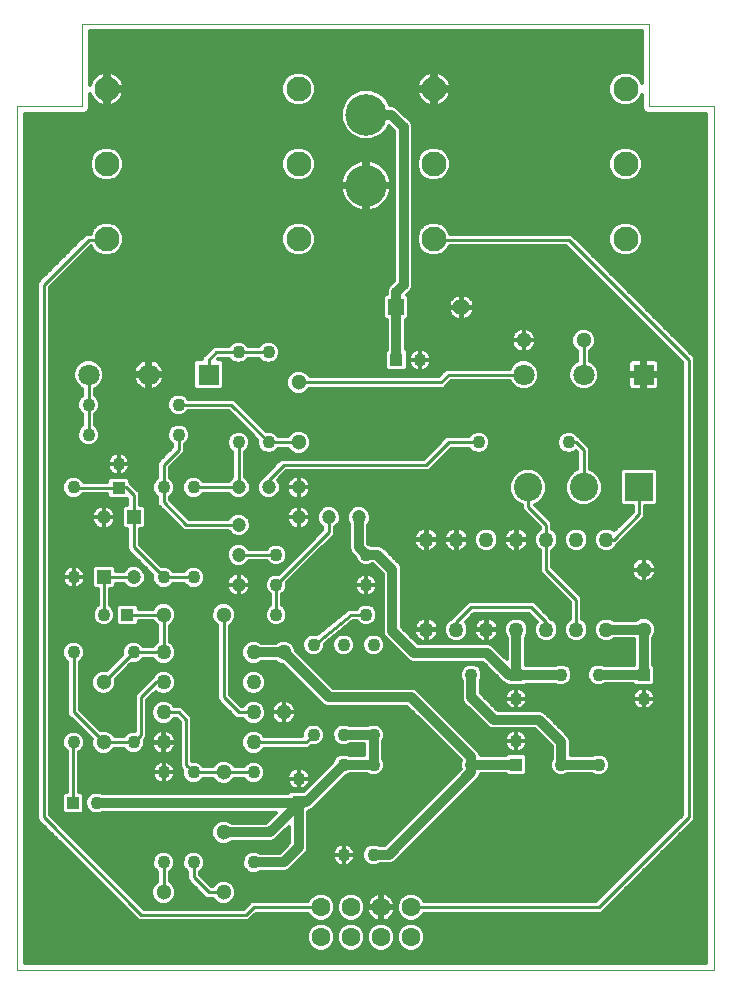
<source format=gbl>
G75*
%MOIN*%
%OFA0B0*%
%FSLAX25Y25*%
%IPPOS*%
%LPD*%
%AMOC8*
5,1,8,0,0,1.08239X$1,22.5*
%
%ADD10C,0.05118*%
%ADD11R,0.04331X0.04331*%
%ADD12C,0.04331*%
%ADD13R,0.07087X0.07087*%
%ADD14C,0.07087*%
%ADD15C,0.08268*%
%ADD16C,0.13843*%
%ADD17C,0.06299*%
%ADD18C,0.05512*%
%ADD19R,0.05512X0.05512*%
%ADD20R,0.09449X0.09449*%
%ADD21C,0.09449*%
%ADD22C,0.00000*%
%ADD23C,0.05000*%
%ADD24C,0.04724*%
%ADD25R,0.04724X0.04724*%
%ADD26C,0.03200*%
%ADD27C,0.01200*%
%ADD28C,0.03346*%
%ADD29C,0.01000*%
D10*
X0054100Y0061000D03*
X0074100Y0061000D03*
X0074100Y0081000D03*
X0074100Y0101000D03*
X0094100Y0121000D03*
X0094100Y0141000D03*
X0074100Y0153500D03*
X0054100Y0153500D03*
X0034100Y0131000D03*
X0034100Y0111000D03*
X0099100Y0211000D03*
X0099100Y0231000D03*
X0174100Y0245000D03*
X0194100Y0245000D03*
X0214100Y0168500D03*
X0214100Y0148500D03*
D11*
X0214105Y0133430D03*
X0171605Y0133430D03*
X0171595Y0103570D03*
X0099095Y0091070D03*
X0042040Y0153500D03*
X0039100Y0195810D03*
X0023920Y0090755D03*
X0131670Y0238505D03*
D12*
X0139530Y0238502D03*
X0159100Y0211000D03*
X0189100Y0211000D03*
X0186600Y0133500D03*
X0199100Y0133500D03*
X0214102Y0125570D03*
X0199100Y0103500D03*
X0186600Y0103500D03*
X0171598Y0111430D03*
X0171602Y0125570D03*
X0156600Y0133500D03*
X0156600Y0103500D03*
X0124100Y0103500D03*
X0124100Y0113500D03*
X0114100Y0113500D03*
X0114100Y0103500D03*
X0104100Y0113500D03*
X0099098Y0098930D03*
X0084100Y0101000D03*
X0064100Y0101000D03*
X0054100Y0101000D03*
X0044100Y0111000D03*
X0031780Y0090752D03*
X0024100Y0111000D03*
X0024100Y0141000D03*
X0034160Y0153500D03*
X0044100Y0141000D03*
X0054100Y0166000D03*
X0064100Y0166000D03*
X0064100Y0196000D03*
X0054100Y0196000D03*
X0059100Y0213500D03*
X0059100Y0223500D03*
X0079100Y0211000D03*
X0089100Y0211000D03*
X0089100Y0241000D03*
X0079100Y0241000D03*
X0039100Y0203690D03*
X0029100Y0213500D03*
X0029100Y0223500D03*
X0024100Y0196000D03*
X0024100Y0166000D03*
X0054100Y0071000D03*
X0064100Y0071000D03*
X0084100Y0071000D03*
X0114100Y0073500D03*
X0124100Y0073500D03*
X0124100Y0143500D03*
X0121600Y0153500D03*
X0121600Y0163500D03*
X0121600Y0173500D03*
X0114100Y0143500D03*
X0104100Y0143500D03*
X0091600Y0153500D03*
X0091600Y0163500D03*
X0091600Y0173500D03*
D13*
X0069100Y0233563D03*
X0214100Y0233563D03*
D14*
X0194100Y0233563D03*
X0174100Y0233563D03*
X0049100Y0233563D03*
X0029100Y0233563D03*
D15*
X0035151Y0278750D03*
X0035151Y0303750D03*
X0035151Y0328750D03*
X0099049Y0328750D03*
X0099049Y0303750D03*
X0099049Y0278750D03*
X0144151Y0278750D03*
X0144151Y0303750D03*
X0144151Y0328750D03*
X0208049Y0328750D03*
X0208049Y0303750D03*
X0208049Y0278750D03*
D16*
X0121600Y0296588D03*
X0121600Y0320210D03*
D17*
X0116600Y0056000D03*
X0116600Y0046000D03*
X0106600Y0046000D03*
X0106600Y0056000D03*
X0126600Y0056000D03*
X0126600Y0046000D03*
X0136600Y0046000D03*
X0136600Y0056000D03*
D18*
X0153350Y0256000D03*
D19*
X0131600Y0256000D03*
D20*
X0212600Y0196000D03*
D21*
X0194100Y0196000D03*
X0175600Y0196000D03*
D22*
X0237633Y0035000D02*
X0005350Y0035000D01*
X0005350Y0323031D01*
X0027004Y0323031D01*
X0027004Y0350591D01*
X0215980Y0350591D01*
X0215980Y0323031D01*
X0237633Y0323031D01*
X0237633Y0035000D01*
D23*
X0201600Y0148500D03*
X0191600Y0148500D03*
X0181600Y0148500D03*
X0171600Y0148500D03*
X0161600Y0148500D03*
X0151600Y0148500D03*
X0141600Y0148500D03*
X0141600Y0178500D03*
X0151600Y0178500D03*
X0161600Y0178500D03*
X0171600Y0178500D03*
X0181600Y0178500D03*
X0191600Y0178500D03*
X0201600Y0178500D03*
X0084100Y0141000D03*
X0084100Y0131000D03*
X0084100Y0121000D03*
X0084100Y0111000D03*
X0054100Y0111000D03*
X0054100Y0121000D03*
X0054100Y0131000D03*
X0054100Y0141000D03*
D24*
X0044100Y0166000D03*
X0034100Y0186000D03*
X0079100Y0183500D03*
X0079100Y0173500D03*
X0079100Y0163500D03*
X0099100Y0186000D03*
X0099100Y0196000D03*
X0089100Y0196000D03*
X0079100Y0196000D03*
X0109100Y0186000D03*
X0119100Y0186000D03*
D25*
X0044100Y0186000D03*
X0034100Y0166000D03*
D26*
X0084100Y0141000D02*
X0094100Y0141000D01*
X0109100Y0126000D01*
X0136600Y0126000D01*
X0156600Y0106000D01*
X0156600Y0103500D01*
X0171525Y0103500D01*
X0171595Y0103570D01*
X0164100Y0118500D02*
X0179100Y0118500D01*
X0186600Y0111000D01*
X0186600Y0103500D01*
X0199100Y0103500D01*
X0199100Y0133500D02*
X0214035Y0133500D01*
X0214105Y0133430D01*
X0214105Y0148495D01*
X0214100Y0148500D01*
X0201600Y0148500D01*
X0186600Y0133500D02*
X0186530Y0133430D01*
X0171605Y0133430D01*
X0169170Y0133430D01*
X0161850Y0140750D01*
X0137600Y0140750D01*
X0130350Y0148000D01*
X0130350Y0168500D01*
X0125350Y0173500D01*
X0121600Y0173500D01*
X0119100Y0176000D01*
X0119100Y0186000D01*
X0131670Y0238505D02*
X0131600Y0238575D01*
X0131600Y0256000D01*
X0131600Y0261000D01*
X0134100Y0263500D01*
X0134100Y0316000D01*
X0129890Y0320210D01*
X0121600Y0320210D01*
X0171600Y0148500D02*
X0171605Y0148495D01*
X0171605Y0133430D01*
X0164100Y0118500D02*
X0156600Y0126000D01*
X0156600Y0133500D01*
X0156600Y0103500D02*
X0156600Y0101000D01*
X0129100Y0073500D01*
X0124100Y0073500D01*
X0101670Y0091070D02*
X0114100Y0103500D01*
X0124100Y0103500D01*
X0124100Y0113500D01*
X0114100Y0113500D01*
X0101670Y0091070D02*
X0099095Y0091070D01*
X0098927Y0090752D01*
X0099100Y0090580D01*
X0089520Y0081000D01*
X0074100Y0081000D01*
X0084100Y0071000D02*
X0094100Y0071000D01*
X0099100Y0076000D01*
X0099100Y0090580D01*
X0098927Y0090752D02*
X0031780Y0090752D01*
D27*
X0029165Y0093463D02*
X0027685Y0093463D01*
X0027685Y0093583D02*
X0026748Y0094520D01*
X0026020Y0094520D01*
X0026020Y0107720D01*
X0026233Y0107808D01*
X0027292Y0108867D01*
X0027865Y0110251D01*
X0027865Y0111749D01*
X0027292Y0113133D01*
X0026233Y0114192D01*
X0024849Y0114765D01*
X0023351Y0114765D01*
X0021967Y0114192D01*
X0020908Y0113133D01*
X0020335Y0111749D01*
X0020335Y0110251D01*
X0020908Y0108867D01*
X0021820Y0107955D01*
X0021820Y0094520D01*
X0021092Y0094520D01*
X0020155Y0093583D01*
X0020155Y0087927D01*
X0021092Y0086990D01*
X0026748Y0086990D01*
X0027685Y0087927D01*
X0027685Y0093583D01*
X0028588Y0092885D02*
X0028015Y0091501D01*
X0028015Y0090004D01*
X0028588Y0088620D01*
X0029647Y0087560D01*
X0031031Y0086987D01*
X0032529Y0086987D01*
X0033894Y0087552D01*
X0091547Y0087552D01*
X0088195Y0084200D01*
X0076782Y0084200D01*
X0076456Y0084526D01*
X0074927Y0085159D01*
X0073273Y0085159D01*
X0071744Y0084526D01*
X0070574Y0083356D01*
X0069941Y0081827D01*
X0069941Y0080173D01*
X0070574Y0078644D01*
X0071744Y0077474D01*
X0073273Y0076841D01*
X0074927Y0076841D01*
X0076456Y0077474D01*
X0076782Y0077800D01*
X0090157Y0077800D01*
X0091333Y0078287D01*
X0095900Y0082855D01*
X0095900Y0077325D01*
X0092775Y0074200D01*
X0086214Y0074200D01*
X0084849Y0074765D01*
X0083351Y0074765D01*
X0081967Y0074192D01*
X0080908Y0073133D01*
X0080335Y0071749D01*
X0080335Y0070251D01*
X0080908Y0068867D01*
X0081967Y0067808D01*
X0083351Y0067235D01*
X0084849Y0067235D01*
X0086214Y0067800D01*
X0094737Y0067800D01*
X0095913Y0068287D01*
X0100913Y0073287D01*
X0101813Y0074187D01*
X0102300Y0075363D01*
X0102300Y0087682D01*
X0102617Y0087999D01*
X0103483Y0088357D01*
X0114868Y0099743D01*
X0116214Y0100300D01*
X0121986Y0100300D01*
X0123351Y0099735D01*
X0124849Y0099735D01*
X0126233Y0100308D01*
X0127292Y0101367D01*
X0127865Y0102751D01*
X0127865Y0104249D01*
X0127300Y0105614D01*
X0127300Y0111386D01*
X0127865Y0112751D01*
X0127865Y0114249D01*
X0127292Y0115633D01*
X0126233Y0116692D01*
X0124849Y0117265D01*
X0123351Y0117265D01*
X0121986Y0116700D01*
X0116214Y0116700D01*
X0114849Y0117265D01*
X0113351Y0117265D01*
X0111967Y0116692D01*
X0110908Y0115633D01*
X0110335Y0114249D01*
X0110335Y0112751D01*
X0110908Y0111367D01*
X0111967Y0110308D01*
X0113351Y0109735D01*
X0114849Y0109735D01*
X0116214Y0110300D01*
X0120900Y0110300D01*
X0120900Y0106700D01*
X0116214Y0106700D01*
X0114849Y0107265D01*
X0113351Y0107265D01*
X0111967Y0106692D01*
X0110908Y0105633D01*
X0110343Y0104268D01*
X0100910Y0094835D01*
X0096267Y0094835D01*
X0095384Y0093952D01*
X0033894Y0093952D01*
X0032529Y0094518D01*
X0031031Y0094518D01*
X0029647Y0093945D01*
X0028588Y0092885D01*
X0028331Y0092264D02*
X0027685Y0092264D01*
X0027685Y0091066D02*
X0028015Y0091066D01*
X0028071Y0089867D02*
X0027685Y0089867D01*
X0027685Y0088669D02*
X0028568Y0088669D01*
X0029865Y0087470D02*
X0027229Y0087470D01*
X0033695Y0087470D02*
X0091465Y0087470D01*
X0090266Y0086272D02*
X0016798Y0086272D01*
X0016200Y0086870D02*
X0016200Y0262630D01*
X0029933Y0276364D01*
X0030290Y0275502D01*
X0031903Y0273889D01*
X0034011Y0273016D01*
X0036292Y0273016D01*
X0038399Y0273889D01*
X0040012Y0275502D01*
X0040885Y0277609D01*
X0040885Y0279891D01*
X0040012Y0281998D01*
X0038399Y0283611D01*
X0036292Y0284484D01*
X0034011Y0284484D01*
X0031903Y0283611D01*
X0030290Y0281998D01*
X0029711Y0280600D01*
X0028230Y0280600D01*
X0027000Y0279370D01*
X0012000Y0264370D01*
X0012000Y0085130D01*
X0013230Y0083900D01*
X0045730Y0051400D01*
X0082470Y0051400D01*
X0083700Y0052630D01*
X0084970Y0053900D01*
X0102329Y0053900D01*
X0102573Y0053310D01*
X0103910Y0051973D01*
X0105655Y0051250D01*
X0107545Y0051250D01*
X0109290Y0051973D01*
X0110627Y0053310D01*
X0111350Y0055055D01*
X0111350Y0056945D01*
X0110627Y0058690D01*
X0109290Y0060027D01*
X0107545Y0060750D01*
X0105655Y0060750D01*
X0103910Y0060027D01*
X0102573Y0058690D01*
X0102329Y0058100D01*
X0083230Y0058100D01*
X0080730Y0055600D01*
X0047470Y0055600D01*
X0016200Y0086870D01*
X0016200Y0087470D02*
X0020611Y0087470D01*
X0020155Y0088669D02*
X0016200Y0088669D01*
X0016200Y0089867D02*
X0020155Y0089867D01*
X0020155Y0091066D02*
X0016200Y0091066D01*
X0016200Y0092264D02*
X0020155Y0092264D01*
X0020155Y0093463D02*
X0016200Y0093463D01*
X0016200Y0094661D02*
X0021820Y0094661D01*
X0021820Y0095860D02*
X0016200Y0095860D01*
X0016200Y0097058D02*
X0021820Y0097058D01*
X0021820Y0098257D02*
X0016200Y0098257D01*
X0016200Y0099455D02*
X0021820Y0099455D01*
X0021820Y0100654D02*
X0016200Y0100654D01*
X0016200Y0101852D02*
X0021820Y0101852D01*
X0021820Y0103051D02*
X0016200Y0103051D01*
X0016200Y0104249D02*
X0021820Y0104249D01*
X0021820Y0105448D02*
X0016200Y0105448D01*
X0016200Y0106646D02*
X0021820Y0106646D01*
X0021820Y0107845D02*
X0016200Y0107845D01*
X0016200Y0109043D02*
X0020835Y0109043D01*
X0020338Y0110242D02*
X0016200Y0110242D01*
X0016200Y0111440D02*
X0020335Y0111440D01*
X0020703Y0112639D02*
X0016200Y0112639D01*
X0016200Y0113837D02*
X0021612Y0113837D01*
X0024697Y0117433D02*
X0016200Y0117433D01*
X0016200Y0116234D02*
X0025896Y0116234D01*
X0027094Y0115036D02*
X0016200Y0115036D01*
X0016200Y0118632D02*
X0023499Y0118632D01*
X0022300Y0119830D02*
X0016200Y0119830D01*
X0016200Y0121029D02*
X0022000Y0121029D01*
X0022000Y0120130D02*
X0030047Y0112083D01*
X0029941Y0111827D01*
X0029941Y0110173D01*
X0030574Y0108644D01*
X0031744Y0107474D01*
X0033273Y0106841D01*
X0034927Y0106841D01*
X0036456Y0107474D01*
X0037626Y0108644D01*
X0037732Y0108900D01*
X0040894Y0108900D01*
X0040908Y0108867D01*
X0041967Y0107808D01*
X0043351Y0107235D01*
X0044849Y0107235D01*
X0046233Y0107808D01*
X0047292Y0108867D01*
X0047865Y0110251D01*
X0047865Y0111749D01*
X0047852Y0111782D01*
X0048700Y0112630D01*
X0048700Y0125130D01*
X0051436Y0127866D01*
X0051778Y0127524D01*
X0053284Y0126900D01*
X0054916Y0126900D01*
X0056422Y0127524D01*
X0057576Y0128678D01*
X0058200Y0130184D01*
X0058200Y0131816D01*
X0057576Y0133322D01*
X0056422Y0134476D01*
X0054916Y0135100D01*
X0053284Y0135100D01*
X0051778Y0134476D01*
X0050624Y0133322D01*
X0050392Y0132762D01*
X0049500Y0131870D01*
X0044500Y0126870D01*
X0044500Y0114765D01*
X0043351Y0114765D01*
X0041967Y0114192D01*
X0040908Y0113133D01*
X0040894Y0113100D01*
X0037732Y0113100D01*
X0037626Y0113356D01*
X0036456Y0114526D01*
X0034927Y0115159D01*
X0033273Y0115159D01*
X0033017Y0115053D01*
X0026200Y0121870D01*
X0026200Y0137794D01*
X0026233Y0137808D01*
X0027292Y0138867D01*
X0027865Y0140251D01*
X0027865Y0141749D01*
X0027292Y0143133D01*
X0026233Y0144192D01*
X0024849Y0144765D01*
X0023351Y0144765D01*
X0021967Y0144192D01*
X0020908Y0143133D01*
X0020335Y0141749D01*
X0020335Y0140251D01*
X0020908Y0138867D01*
X0021967Y0137808D01*
X0022000Y0137794D01*
X0022000Y0120130D01*
X0022000Y0122227D02*
X0016200Y0122227D01*
X0016200Y0123426D02*
X0022000Y0123426D01*
X0022000Y0124624D02*
X0016200Y0124624D01*
X0016200Y0125823D02*
X0022000Y0125823D01*
X0022000Y0127021D02*
X0016200Y0127021D01*
X0016200Y0128220D02*
X0022000Y0128220D01*
X0022000Y0129418D02*
X0016200Y0129418D01*
X0016200Y0130617D02*
X0022000Y0130617D01*
X0022000Y0131815D02*
X0016200Y0131815D01*
X0016200Y0133014D02*
X0022000Y0133014D01*
X0022000Y0134212D02*
X0016200Y0134212D01*
X0016200Y0135411D02*
X0022000Y0135411D01*
X0022000Y0136609D02*
X0016200Y0136609D01*
X0016200Y0137808D02*
X0021968Y0137808D01*
X0020850Y0139006D02*
X0016200Y0139006D01*
X0016200Y0140205D02*
X0020354Y0140205D01*
X0020335Y0141403D02*
X0016200Y0141403D01*
X0016200Y0142602D02*
X0020688Y0142602D01*
X0021575Y0143800D02*
X0016200Y0143800D01*
X0016200Y0144999D02*
X0052000Y0144999D01*
X0052000Y0144568D02*
X0051778Y0144476D01*
X0050624Y0143322D01*
X0050532Y0143100D01*
X0047306Y0143100D01*
X0047292Y0143133D01*
X0046233Y0144192D01*
X0044849Y0144765D01*
X0043351Y0144765D01*
X0041967Y0144192D01*
X0040908Y0143133D01*
X0040335Y0141749D01*
X0040335Y0140251D01*
X0040348Y0140218D01*
X0035183Y0135053D01*
X0034927Y0135159D01*
X0033273Y0135159D01*
X0031744Y0134526D01*
X0030574Y0133356D01*
X0029941Y0131827D01*
X0029941Y0130173D01*
X0030574Y0128644D01*
X0031744Y0127474D01*
X0033273Y0126841D01*
X0034927Y0126841D01*
X0036456Y0127474D01*
X0037626Y0128644D01*
X0038259Y0130173D01*
X0038259Y0131827D01*
X0038153Y0132083D01*
X0043318Y0137248D01*
X0043351Y0137235D01*
X0044849Y0137235D01*
X0046233Y0137808D01*
X0047292Y0138867D01*
X0047306Y0138900D01*
X0050532Y0138900D01*
X0050624Y0138678D01*
X0051778Y0137524D01*
X0053284Y0136900D01*
X0054916Y0136900D01*
X0056422Y0137524D01*
X0057576Y0138678D01*
X0058200Y0140184D01*
X0058200Y0141816D01*
X0057576Y0143322D01*
X0056422Y0144476D01*
X0056200Y0144568D01*
X0056200Y0149868D01*
X0056456Y0149974D01*
X0057626Y0151144D01*
X0058259Y0152673D01*
X0058259Y0154327D01*
X0057626Y0155856D01*
X0056456Y0157026D01*
X0054927Y0157659D01*
X0053273Y0157659D01*
X0051744Y0157026D01*
X0050574Y0155856D01*
X0050468Y0155600D01*
X0045805Y0155600D01*
X0045805Y0156328D01*
X0044868Y0157265D01*
X0039212Y0157265D01*
X0038275Y0156328D01*
X0038275Y0150672D01*
X0039212Y0149735D01*
X0044868Y0149735D01*
X0045805Y0150672D01*
X0045805Y0151400D01*
X0050468Y0151400D01*
X0050574Y0151144D01*
X0051744Y0149974D01*
X0052000Y0149868D01*
X0052000Y0144568D01*
X0051102Y0143800D02*
X0046625Y0143800D01*
X0044926Y0149793D02*
X0052000Y0149793D01*
X0052000Y0148594D02*
X0016200Y0148594D01*
X0016200Y0147396D02*
X0052000Y0147396D01*
X0052000Y0146197D02*
X0016200Y0146197D01*
X0016200Y0149793D02*
X0033271Y0149793D01*
X0033411Y0149735D02*
X0034909Y0149735D01*
X0036293Y0150308D01*
X0037352Y0151367D01*
X0037925Y0152751D01*
X0037925Y0154249D01*
X0037352Y0155633D01*
X0036293Y0156692D01*
X0036260Y0156706D01*
X0036260Y0162038D01*
X0037125Y0162038D01*
X0038062Y0162975D01*
X0038062Y0163900D01*
X0040681Y0163900D01*
X0040741Y0163756D01*
X0041856Y0162641D01*
X0043312Y0162038D01*
X0044888Y0162038D01*
X0046344Y0162641D01*
X0047459Y0163756D01*
X0048062Y0165212D01*
X0048062Y0166788D01*
X0047459Y0168244D01*
X0046344Y0169359D01*
X0044888Y0169962D01*
X0043312Y0169962D01*
X0041856Y0169359D01*
X0040741Y0168244D01*
X0040681Y0168100D01*
X0038062Y0168100D01*
X0038062Y0169025D01*
X0037125Y0169962D01*
X0031075Y0169962D01*
X0030138Y0169025D01*
X0030138Y0162975D01*
X0031075Y0162038D01*
X0032060Y0162038D01*
X0032060Y0156706D01*
X0032027Y0156692D01*
X0030968Y0155633D01*
X0030395Y0154249D01*
X0030395Y0152751D01*
X0030968Y0151367D01*
X0032027Y0150308D01*
X0033411Y0149735D01*
X0035049Y0149793D02*
X0039154Y0149793D01*
X0038275Y0150991D02*
X0036976Y0150991D01*
X0037693Y0152190D02*
X0038275Y0152190D01*
X0038275Y0153388D02*
X0037925Y0153388D01*
X0037785Y0154587D02*
X0038275Y0154587D01*
X0038275Y0155785D02*
X0037200Y0155785D01*
X0036260Y0156984D02*
X0038930Y0156984D01*
X0036260Y0158182D02*
X0089500Y0158182D01*
X0089500Y0156984D02*
X0076498Y0156984D01*
X0076456Y0157026D02*
X0074927Y0157659D01*
X0073273Y0157659D01*
X0071744Y0157026D01*
X0070574Y0155856D01*
X0069941Y0154327D01*
X0069941Y0152673D01*
X0070574Y0151144D01*
X0071744Y0149974D01*
X0072000Y0149868D01*
X0072000Y0125130D01*
X0077000Y0120130D01*
X0078230Y0118900D01*
X0080532Y0118900D01*
X0080624Y0118678D01*
X0081778Y0117524D01*
X0083284Y0116900D01*
X0084916Y0116900D01*
X0086422Y0117524D01*
X0087576Y0118678D01*
X0088200Y0120184D01*
X0088200Y0121816D01*
X0087576Y0123322D01*
X0086422Y0124476D01*
X0084916Y0125100D01*
X0083284Y0125100D01*
X0081778Y0124476D01*
X0080624Y0123322D01*
X0080532Y0123100D01*
X0079970Y0123100D01*
X0076200Y0126870D01*
X0076200Y0149868D01*
X0076456Y0149974D01*
X0077626Y0151144D01*
X0078259Y0152673D01*
X0078259Y0154327D01*
X0077626Y0155856D01*
X0076456Y0157026D01*
X0077655Y0155785D02*
X0088560Y0155785D01*
X0088408Y0155633D02*
X0087835Y0154249D01*
X0087835Y0152751D01*
X0088408Y0151367D01*
X0089467Y0150308D01*
X0090851Y0149735D01*
X0092349Y0149735D01*
X0093733Y0150308D01*
X0094792Y0151367D01*
X0095365Y0152751D01*
X0095365Y0154249D01*
X0094792Y0155633D01*
X0093733Y0156692D01*
X0093700Y0156706D01*
X0093700Y0160294D01*
X0093733Y0160308D01*
X0094792Y0161367D01*
X0095365Y0162751D01*
X0095365Y0164249D01*
X0095352Y0164282D01*
X0109970Y0178900D01*
X0111200Y0180130D01*
X0111200Y0182581D01*
X0111344Y0182641D01*
X0112459Y0183756D01*
X0113062Y0185212D01*
X0113062Y0186788D01*
X0112459Y0188244D01*
X0111344Y0189359D01*
X0109888Y0189962D01*
X0108312Y0189962D01*
X0106856Y0189359D01*
X0105741Y0188244D01*
X0105138Y0186788D01*
X0105138Y0185212D01*
X0105741Y0183756D01*
X0106856Y0182641D01*
X0107000Y0182581D01*
X0107000Y0181870D01*
X0092382Y0167252D01*
X0092349Y0167265D01*
X0090851Y0167265D01*
X0089467Y0166692D01*
X0088408Y0165633D01*
X0087835Y0164249D01*
X0087835Y0162751D01*
X0088408Y0161367D01*
X0089467Y0160308D01*
X0089500Y0160294D01*
X0089500Y0156706D01*
X0089467Y0156692D01*
X0088408Y0155633D01*
X0087975Y0154587D02*
X0078152Y0154587D01*
X0078259Y0153388D02*
X0087835Y0153388D01*
X0088067Y0152190D02*
X0078059Y0152190D01*
X0077473Y0150991D02*
X0088784Y0150991D01*
X0090711Y0149793D02*
X0076200Y0149793D01*
X0076200Y0148594D02*
X0107106Y0148594D01*
X0105608Y0147396D02*
X0076200Y0147396D01*
X0076200Y0146197D02*
X0101472Y0146197D01*
X0101967Y0146692D02*
X0100908Y0145633D01*
X0100335Y0144249D01*
X0100335Y0142751D01*
X0100908Y0141367D01*
X0101967Y0140308D01*
X0103351Y0139735D01*
X0104849Y0139735D01*
X0106233Y0140308D01*
X0107292Y0141367D01*
X0107865Y0142751D01*
X0107865Y0143823D01*
X0117337Y0151400D01*
X0118394Y0151400D01*
X0118408Y0151367D01*
X0119467Y0150308D01*
X0120851Y0149735D01*
X0122349Y0149735D01*
X0123733Y0150308D01*
X0124792Y0151367D01*
X0125365Y0152751D01*
X0125365Y0154249D01*
X0124792Y0155633D01*
X0123733Y0156692D01*
X0122349Y0157265D01*
X0120851Y0157265D01*
X0119467Y0156692D01*
X0118408Y0155633D01*
X0118394Y0155600D01*
X0116716Y0155600D01*
X0115967Y0155683D01*
X0115863Y0155600D01*
X0115730Y0155600D01*
X0115197Y0155067D01*
X0105242Y0147103D01*
X0104849Y0147265D01*
X0103351Y0147265D01*
X0101967Y0146692D01*
X0100645Y0144999D02*
X0095314Y0144999D01*
X0094927Y0145159D02*
X0093273Y0145159D01*
X0091744Y0144526D01*
X0091418Y0144200D01*
X0086698Y0144200D01*
X0086422Y0144476D01*
X0084916Y0145100D01*
X0083284Y0145100D01*
X0081778Y0144476D01*
X0080624Y0143322D01*
X0080000Y0141816D01*
X0080000Y0140184D01*
X0080624Y0138678D01*
X0081778Y0137524D01*
X0083284Y0136900D01*
X0084916Y0136900D01*
X0086422Y0137524D01*
X0086698Y0137800D01*
X0091418Y0137800D01*
X0091744Y0137474D01*
X0093273Y0136841D01*
X0093734Y0136841D01*
X0106387Y0124187D01*
X0107287Y0123287D01*
X0108463Y0122800D01*
X0135275Y0122800D01*
X0153125Y0104950D01*
X0152835Y0104249D01*
X0152835Y0102751D01*
X0153125Y0102050D01*
X0127775Y0076700D01*
X0126214Y0076700D01*
X0124849Y0077265D01*
X0123351Y0077265D01*
X0121967Y0076692D01*
X0120908Y0075633D01*
X0120335Y0074249D01*
X0120335Y0072751D01*
X0120908Y0071367D01*
X0121967Y0070308D01*
X0123351Y0069735D01*
X0124849Y0069735D01*
X0126214Y0070300D01*
X0129737Y0070300D01*
X0130913Y0070787D01*
X0158413Y0098287D01*
X0159313Y0099187D01*
X0159774Y0100300D01*
X0168272Y0100300D01*
X0168767Y0099805D01*
X0174423Y0099805D01*
X0175360Y0100742D01*
X0175360Y0106398D01*
X0174423Y0107335D01*
X0168767Y0107335D01*
X0168132Y0106700D01*
X0159774Y0106700D01*
X0159313Y0107813D01*
X0139313Y0127813D01*
X0138413Y0128713D01*
X0137237Y0129200D01*
X0110425Y0129200D01*
X0098259Y0141366D01*
X0098259Y0141827D01*
X0097626Y0143356D01*
X0096456Y0144526D01*
X0094927Y0145159D01*
X0092886Y0144999D02*
X0085160Y0144999D01*
X0083040Y0144999D02*
X0076200Y0144999D01*
X0076200Y0143800D02*
X0081102Y0143800D01*
X0080326Y0142602D02*
X0076200Y0142602D01*
X0076200Y0141403D02*
X0080000Y0141403D01*
X0080000Y0140205D02*
X0076200Y0140205D01*
X0076200Y0139006D02*
X0080488Y0139006D01*
X0081494Y0137808D02*
X0076200Y0137808D01*
X0076200Y0136609D02*
X0093965Y0136609D01*
X0095164Y0135411D02*
X0076200Y0135411D01*
X0076200Y0134212D02*
X0081514Y0134212D01*
X0081778Y0134476D02*
X0080624Y0133322D01*
X0080000Y0131816D01*
X0080000Y0130184D01*
X0080624Y0128678D01*
X0081778Y0127524D01*
X0083284Y0126900D01*
X0084916Y0126900D01*
X0086422Y0127524D01*
X0087576Y0128678D01*
X0088200Y0130184D01*
X0088200Y0131816D01*
X0087576Y0133322D01*
X0086422Y0134476D01*
X0084916Y0135100D01*
X0083284Y0135100D01*
X0081778Y0134476D01*
X0080496Y0133014D02*
X0076200Y0133014D01*
X0076200Y0131815D02*
X0080000Y0131815D01*
X0080000Y0130617D02*
X0076200Y0130617D01*
X0076200Y0129418D02*
X0080317Y0129418D01*
X0081082Y0128220D02*
X0076200Y0128220D01*
X0076200Y0127021D02*
X0082992Y0127021D01*
X0085208Y0127021D02*
X0103553Y0127021D01*
X0102355Y0128220D02*
X0087118Y0128220D01*
X0087883Y0129418D02*
X0101156Y0129418D01*
X0099958Y0130617D02*
X0088200Y0130617D01*
X0088200Y0131815D02*
X0098759Y0131815D01*
X0097561Y0133014D02*
X0087704Y0133014D01*
X0086686Y0134212D02*
X0096362Y0134212D01*
X0100619Y0139006D02*
X0134818Y0139006D01*
X0135787Y0138037D02*
X0136963Y0137550D01*
X0160525Y0137550D01*
X0167357Y0130717D01*
X0167984Y0130458D01*
X0168777Y0129665D01*
X0174433Y0129665D01*
X0174998Y0130230D01*
X0184655Y0130230D01*
X0185851Y0129735D01*
X0187349Y0129735D01*
X0188733Y0130308D01*
X0189792Y0131367D01*
X0190365Y0132751D01*
X0190365Y0134249D01*
X0189792Y0135633D01*
X0188733Y0136692D01*
X0187349Y0137265D01*
X0185851Y0137265D01*
X0184467Y0136692D01*
X0184405Y0136630D01*
X0174998Y0136630D01*
X0174805Y0136823D01*
X0174805Y0145907D01*
X0175076Y0146178D01*
X0175700Y0147684D01*
X0175700Y0149316D01*
X0175076Y0150822D01*
X0173922Y0151976D01*
X0172416Y0152600D01*
X0170784Y0152600D01*
X0169278Y0151976D01*
X0168124Y0150822D01*
X0167500Y0149316D01*
X0167500Y0147684D01*
X0168124Y0146178D01*
X0168405Y0145897D01*
X0168405Y0138720D01*
X0164563Y0142563D01*
X0163663Y0143463D01*
X0162487Y0143950D01*
X0138925Y0143950D01*
X0133550Y0149325D01*
X0133550Y0169137D01*
X0133063Y0170313D01*
X0128063Y0175313D01*
X0127163Y0176213D01*
X0125987Y0176700D01*
X0123714Y0176700D01*
X0122368Y0177257D01*
X0122300Y0177325D01*
X0122300Y0183597D01*
X0122459Y0183756D01*
X0123062Y0185212D01*
X0123062Y0186788D01*
X0122459Y0188244D01*
X0121344Y0189359D01*
X0119888Y0189962D01*
X0118312Y0189962D01*
X0116856Y0189359D01*
X0115741Y0188244D01*
X0115138Y0186788D01*
X0115138Y0185212D01*
X0115741Y0183756D01*
X0115900Y0183597D01*
X0115900Y0175363D01*
X0116387Y0174187D01*
X0117843Y0172732D01*
X0118408Y0171367D01*
X0119467Y0170308D01*
X0120851Y0169735D01*
X0122349Y0169735D01*
X0123714Y0170300D01*
X0124025Y0170300D01*
X0127150Y0167175D01*
X0127150Y0147363D01*
X0127637Y0146187D01*
X0128537Y0145287D01*
X0135787Y0138037D01*
X0136341Y0137808D02*
X0101818Y0137808D01*
X0103016Y0136609D02*
X0154384Y0136609D01*
X0154467Y0136692D02*
X0153408Y0135633D01*
X0152835Y0134249D01*
X0152835Y0132751D01*
X0153400Y0131386D01*
X0153400Y0125363D01*
X0153887Y0124187D01*
X0161387Y0116687D01*
X0162287Y0115787D01*
X0163463Y0115300D01*
X0177775Y0115300D01*
X0183400Y0109675D01*
X0183400Y0105614D01*
X0182835Y0104249D01*
X0182835Y0102751D01*
X0183408Y0101367D01*
X0184467Y0100308D01*
X0185851Y0099735D01*
X0187349Y0099735D01*
X0188714Y0100300D01*
X0196986Y0100300D01*
X0198351Y0099735D01*
X0199849Y0099735D01*
X0201233Y0100308D01*
X0202292Y0101367D01*
X0202865Y0102751D01*
X0202865Y0104249D01*
X0202292Y0105633D01*
X0201233Y0106692D01*
X0199849Y0107265D01*
X0198351Y0107265D01*
X0196986Y0106700D01*
X0189800Y0106700D01*
X0189800Y0111637D01*
X0189313Y0112813D01*
X0188413Y0113713D01*
X0181813Y0120313D01*
X0180913Y0121213D01*
X0179737Y0121700D01*
X0165425Y0121700D01*
X0159800Y0127325D01*
X0159800Y0131386D01*
X0160365Y0132751D01*
X0160365Y0134249D01*
X0159792Y0135633D01*
X0158733Y0136692D01*
X0157349Y0137265D01*
X0155851Y0137265D01*
X0154467Y0136692D01*
X0153316Y0135411D02*
X0104215Y0135411D01*
X0105413Y0134212D02*
X0152835Y0134212D01*
X0152835Y0133014D02*
X0106612Y0133014D01*
X0107810Y0131815D02*
X0153222Y0131815D01*
X0153400Y0130617D02*
X0109009Y0130617D01*
X0110207Y0129418D02*
X0153400Y0129418D01*
X0153400Y0128220D02*
X0138906Y0128220D01*
X0140104Y0127021D02*
X0153400Y0127021D01*
X0153400Y0125823D02*
X0141303Y0125823D01*
X0142501Y0124624D02*
X0153706Y0124624D01*
X0154649Y0123426D02*
X0143700Y0123426D01*
X0144898Y0122227D02*
X0155847Y0122227D01*
X0157046Y0121029D02*
X0146097Y0121029D01*
X0147295Y0119830D02*
X0158244Y0119830D01*
X0159443Y0118632D02*
X0148494Y0118632D01*
X0149692Y0117433D02*
X0160641Y0117433D01*
X0161840Y0116234D02*
X0150891Y0116234D01*
X0152089Y0115036D02*
X0170464Y0115036D01*
X0170499Y0115051D02*
X0169814Y0114767D01*
X0169197Y0114355D01*
X0168673Y0113830D01*
X0168261Y0113214D01*
X0167977Y0112528D01*
X0167832Y0111801D01*
X0167832Y0111430D01*
X0171597Y0111430D01*
X0167832Y0111430D01*
X0167832Y0111059D01*
X0167977Y0110332D01*
X0168261Y0109646D01*
X0168673Y0109030D01*
X0169197Y0108505D01*
X0169814Y0108093D01*
X0170499Y0107809D01*
X0171227Y0107665D01*
X0171597Y0107665D01*
X0171597Y0111430D01*
X0171597Y0111430D01*
X0171597Y0115195D01*
X0171227Y0115195D01*
X0170499Y0115051D01*
X0171597Y0115036D02*
X0171598Y0115036D01*
X0171598Y0115195D02*
X0171598Y0111430D01*
X0175363Y0111430D01*
X0175363Y0111801D01*
X0175218Y0112528D01*
X0174934Y0113214D01*
X0174522Y0113830D01*
X0173998Y0114355D01*
X0173381Y0114767D01*
X0172696Y0115051D01*
X0171968Y0115195D01*
X0171598Y0115195D01*
X0172731Y0115036D02*
X0178039Y0115036D01*
X0179237Y0113837D02*
X0174515Y0113837D01*
X0175172Y0112639D02*
X0180436Y0112639D01*
X0181634Y0111440D02*
X0175363Y0111440D01*
X0175363Y0111430D02*
X0171598Y0111430D01*
X0171598Y0111430D01*
X0171597Y0111430D01*
X0171598Y0111430D01*
X0171598Y0107665D01*
X0171968Y0107665D01*
X0172696Y0107809D01*
X0173381Y0108093D01*
X0173998Y0108505D01*
X0174522Y0109030D01*
X0174934Y0109646D01*
X0175218Y0110332D01*
X0175363Y0111059D01*
X0175363Y0111430D01*
X0175181Y0110242D02*
X0182833Y0110242D01*
X0183400Y0109043D02*
X0174531Y0109043D01*
X0172782Y0107845D02*
X0183400Y0107845D01*
X0183400Y0106646D02*
X0175112Y0106646D01*
X0175360Y0105448D02*
X0183331Y0105448D01*
X0182835Y0104249D02*
X0175360Y0104249D01*
X0175360Y0103051D02*
X0182835Y0103051D01*
X0183207Y0101852D02*
X0175360Y0101852D01*
X0175272Y0100654D02*
X0184121Y0100654D01*
X0189800Y0107845D02*
X0227000Y0107845D01*
X0227000Y0109043D02*
X0189800Y0109043D01*
X0189800Y0110242D02*
X0227000Y0110242D01*
X0227000Y0111440D02*
X0189800Y0111440D01*
X0189385Y0112639D02*
X0227000Y0112639D01*
X0227000Y0113837D02*
X0188288Y0113837D01*
X0187089Y0115036D02*
X0227000Y0115036D01*
X0227000Y0116234D02*
X0185891Y0116234D01*
X0184692Y0117433D02*
X0227000Y0117433D01*
X0227000Y0118632D02*
X0183494Y0118632D01*
X0182295Y0119830D02*
X0227000Y0119830D01*
X0227000Y0121029D02*
X0181097Y0121029D01*
X0174939Y0123786D02*
X0175223Y0124472D01*
X0175368Y0125199D01*
X0175368Y0125570D01*
X0175368Y0125941D01*
X0175223Y0126668D01*
X0174939Y0127354D01*
X0174527Y0127970D01*
X0174003Y0128495D01*
X0173386Y0128907D01*
X0172701Y0129191D01*
X0171973Y0129335D01*
X0171603Y0129335D01*
X0171603Y0125570D01*
X0175368Y0125570D01*
X0171603Y0125570D01*
X0171603Y0125570D01*
X0171602Y0125570D01*
X0167837Y0125570D01*
X0171602Y0125570D01*
X0171602Y0125570D01*
X0171602Y0129335D01*
X0171232Y0129335D01*
X0170504Y0129191D01*
X0169819Y0128907D01*
X0169202Y0128495D01*
X0168678Y0127970D01*
X0168266Y0127354D01*
X0167982Y0126668D01*
X0167837Y0125941D01*
X0167837Y0125570D01*
X0167837Y0125199D01*
X0167982Y0124472D01*
X0168266Y0123786D01*
X0168678Y0123170D01*
X0169202Y0122645D01*
X0169819Y0122233D01*
X0170504Y0121949D01*
X0171232Y0121805D01*
X0171602Y0121805D01*
X0171602Y0125570D01*
X0171603Y0125570D01*
X0171603Y0121805D01*
X0171973Y0121805D01*
X0172701Y0121949D01*
X0173386Y0122233D01*
X0174003Y0122645D01*
X0174527Y0123170D01*
X0174939Y0123786D01*
X0174698Y0123426D02*
X0211007Y0123426D01*
X0211178Y0123170D02*
X0211702Y0122645D01*
X0212319Y0122233D01*
X0213004Y0121949D01*
X0213732Y0121805D01*
X0214102Y0121805D01*
X0214102Y0125570D01*
X0210337Y0125570D01*
X0214102Y0125570D01*
X0214102Y0125570D01*
X0214102Y0129335D01*
X0213732Y0129335D01*
X0213004Y0129191D01*
X0212319Y0128907D01*
X0211702Y0128495D01*
X0211178Y0127970D01*
X0210766Y0127354D01*
X0210482Y0126668D01*
X0210337Y0125941D01*
X0210337Y0125570D01*
X0210337Y0125199D01*
X0210482Y0124472D01*
X0210766Y0123786D01*
X0211178Y0123170D01*
X0212334Y0122227D02*
X0173371Y0122227D01*
X0171603Y0122227D02*
X0171602Y0122227D01*
X0171602Y0123426D02*
X0171603Y0123426D01*
X0171602Y0124624D02*
X0171603Y0124624D01*
X0171602Y0125823D02*
X0171603Y0125823D01*
X0171602Y0127021D02*
X0171603Y0127021D01*
X0171602Y0128220D02*
X0171603Y0128220D01*
X0174278Y0128220D02*
X0211427Y0128220D01*
X0210628Y0127021D02*
X0175077Y0127021D01*
X0175368Y0125823D02*
X0210337Y0125823D01*
X0210452Y0124624D02*
X0175253Y0124624D01*
X0169834Y0122227D02*
X0164898Y0122227D01*
X0163700Y0123426D02*
X0168507Y0123426D01*
X0167952Y0124624D02*
X0162501Y0124624D01*
X0161303Y0125823D02*
X0167837Y0125823D01*
X0168128Y0127021D02*
X0160104Y0127021D01*
X0159800Y0128220D02*
X0168927Y0128220D01*
X0167600Y0130617D02*
X0159800Y0130617D01*
X0159800Y0129418D02*
X0227000Y0129418D01*
X0227000Y0128220D02*
X0216778Y0128220D01*
X0217027Y0127970D02*
X0216503Y0128495D01*
X0215886Y0128907D01*
X0215201Y0129191D01*
X0214473Y0129335D01*
X0214103Y0129335D01*
X0214103Y0125570D01*
X0217868Y0125570D01*
X0217868Y0125941D01*
X0217723Y0126668D01*
X0217439Y0127354D01*
X0217027Y0127970D01*
X0217577Y0127021D02*
X0227000Y0127021D01*
X0227000Y0125823D02*
X0217868Y0125823D01*
X0217868Y0125570D02*
X0214103Y0125570D01*
X0214103Y0125570D01*
X0214102Y0125570D01*
X0214103Y0125570D01*
X0214103Y0121805D01*
X0214473Y0121805D01*
X0215201Y0121949D01*
X0215886Y0122233D01*
X0216503Y0122645D01*
X0217027Y0123170D01*
X0217439Y0123786D01*
X0217723Y0124472D01*
X0217868Y0125199D01*
X0217868Y0125570D01*
X0217753Y0124624D02*
X0227000Y0124624D01*
X0227000Y0123426D02*
X0217198Y0123426D01*
X0215871Y0122227D02*
X0227000Y0122227D01*
X0231200Y0122227D02*
X0235033Y0122227D01*
X0235033Y0121029D02*
X0231200Y0121029D01*
X0231200Y0119830D02*
X0235033Y0119830D01*
X0235033Y0118632D02*
X0231200Y0118632D01*
X0231200Y0117433D02*
X0235033Y0117433D01*
X0235033Y0116234D02*
X0231200Y0116234D01*
X0231200Y0115036D02*
X0235033Y0115036D01*
X0235033Y0113837D02*
X0231200Y0113837D01*
X0231200Y0112639D02*
X0235033Y0112639D01*
X0235033Y0111440D02*
X0231200Y0111440D01*
X0231200Y0110242D02*
X0235033Y0110242D01*
X0235033Y0109043D02*
X0231200Y0109043D01*
X0231200Y0107845D02*
X0235033Y0107845D01*
X0235033Y0106646D02*
X0231200Y0106646D01*
X0231200Y0105448D02*
X0235033Y0105448D01*
X0235033Y0104249D02*
X0231200Y0104249D01*
X0231200Y0103051D02*
X0235033Y0103051D01*
X0235033Y0101852D02*
X0231200Y0101852D01*
X0231200Y0100654D02*
X0235033Y0100654D01*
X0235033Y0099455D02*
X0231200Y0099455D01*
X0231200Y0098257D02*
X0235033Y0098257D01*
X0235033Y0097058D02*
X0231200Y0097058D01*
X0231200Y0095860D02*
X0235033Y0095860D01*
X0235033Y0094661D02*
X0231200Y0094661D01*
X0231200Y0093463D02*
X0235033Y0093463D01*
X0235033Y0092264D02*
X0231200Y0092264D01*
X0231200Y0091066D02*
X0235033Y0091066D01*
X0235033Y0089867D02*
X0231200Y0089867D01*
X0231200Y0088669D02*
X0235033Y0088669D01*
X0235033Y0087470D02*
X0231200Y0087470D01*
X0231200Y0086272D02*
X0235033Y0086272D01*
X0235033Y0085073D02*
X0231143Y0085073D01*
X0231200Y0085130D02*
X0231200Y0239370D01*
X0191200Y0279370D01*
X0189970Y0280600D01*
X0149591Y0280600D01*
X0149012Y0281998D01*
X0147399Y0283611D01*
X0145292Y0284484D01*
X0143011Y0284484D01*
X0140903Y0283611D01*
X0139290Y0281998D01*
X0138417Y0279891D01*
X0138417Y0277609D01*
X0139290Y0275502D01*
X0140903Y0273889D01*
X0143011Y0273016D01*
X0145292Y0273016D01*
X0147399Y0273889D01*
X0149012Y0275502D01*
X0149384Y0276400D01*
X0188230Y0276400D01*
X0227000Y0237630D01*
X0227000Y0086870D01*
X0198230Y0058100D01*
X0140871Y0058100D01*
X0140627Y0058690D01*
X0139290Y0060027D01*
X0137545Y0060750D01*
X0135655Y0060750D01*
X0133910Y0060027D01*
X0132573Y0058690D01*
X0131850Y0056945D01*
X0131850Y0055055D01*
X0132573Y0053310D01*
X0133910Y0051973D01*
X0135655Y0051250D01*
X0137545Y0051250D01*
X0139290Y0051973D01*
X0140627Y0053310D01*
X0140871Y0053900D01*
X0199970Y0053900D01*
X0229970Y0083900D01*
X0231200Y0085130D01*
X0229945Y0083875D02*
X0235033Y0083875D01*
X0235033Y0082676D02*
X0228746Y0082676D01*
X0227548Y0081478D02*
X0235033Y0081478D01*
X0235033Y0080279D02*
X0226349Y0080279D01*
X0225150Y0079081D02*
X0235033Y0079081D01*
X0235033Y0077882D02*
X0223952Y0077882D01*
X0222753Y0076684D02*
X0235033Y0076684D01*
X0235033Y0075485D02*
X0221555Y0075485D01*
X0220356Y0074287D02*
X0235033Y0074287D01*
X0235033Y0073088D02*
X0219158Y0073088D01*
X0217959Y0071890D02*
X0235033Y0071890D01*
X0235033Y0070691D02*
X0216761Y0070691D01*
X0215562Y0069493D02*
X0235033Y0069493D01*
X0235033Y0068294D02*
X0214364Y0068294D01*
X0213165Y0067096D02*
X0235033Y0067096D01*
X0235033Y0065897D02*
X0211967Y0065897D01*
X0210768Y0064699D02*
X0235033Y0064699D01*
X0235033Y0063500D02*
X0209570Y0063500D01*
X0208371Y0062301D02*
X0235033Y0062301D01*
X0235033Y0061103D02*
X0207173Y0061103D01*
X0205974Y0059904D02*
X0235033Y0059904D01*
X0235033Y0058706D02*
X0204776Y0058706D01*
X0203577Y0057507D02*
X0235033Y0057507D01*
X0235033Y0056309D02*
X0202379Y0056309D01*
X0201180Y0055110D02*
X0235033Y0055110D01*
X0235033Y0053912D02*
X0199982Y0053912D01*
X0198836Y0058706D02*
X0140611Y0058706D01*
X0139412Y0059904D02*
X0200035Y0059904D01*
X0201233Y0061103D02*
X0078259Y0061103D01*
X0078259Y0061827D02*
X0077626Y0063356D01*
X0076456Y0064526D01*
X0074927Y0065159D01*
X0073273Y0065159D01*
X0071744Y0064526D01*
X0070574Y0063356D01*
X0070468Y0063100D01*
X0069970Y0063100D01*
X0066200Y0066870D01*
X0066200Y0067794D01*
X0066233Y0067808D01*
X0067292Y0068867D01*
X0067865Y0070251D01*
X0067865Y0071749D01*
X0067292Y0073133D01*
X0066233Y0074192D01*
X0064849Y0074765D01*
X0063351Y0074765D01*
X0061967Y0074192D01*
X0060908Y0073133D01*
X0060335Y0071749D01*
X0060335Y0070251D01*
X0060908Y0068867D01*
X0061967Y0067808D01*
X0062000Y0067794D01*
X0062000Y0065130D01*
X0063230Y0063900D01*
X0068230Y0058900D01*
X0070468Y0058900D01*
X0070574Y0058644D01*
X0071744Y0057474D01*
X0073273Y0056841D01*
X0074927Y0056841D01*
X0076456Y0057474D01*
X0077626Y0058644D01*
X0078259Y0060173D01*
X0078259Y0061827D01*
X0078063Y0062301D02*
X0202432Y0062301D01*
X0203630Y0063500D02*
X0077482Y0063500D01*
X0076039Y0064699D02*
X0204829Y0064699D01*
X0206027Y0065897D02*
X0067173Y0065897D01*
X0066200Y0067096D02*
X0207226Y0067096D01*
X0208424Y0068294D02*
X0095920Y0068294D01*
X0097118Y0069493D02*
X0209623Y0069493D01*
X0210821Y0070691D02*
X0130681Y0070691D01*
X0132015Y0071890D02*
X0212020Y0071890D01*
X0213218Y0073088D02*
X0133214Y0073088D01*
X0134412Y0074287D02*
X0214417Y0074287D01*
X0215615Y0075485D02*
X0135611Y0075485D01*
X0136809Y0076684D02*
X0216814Y0076684D01*
X0218012Y0077882D02*
X0138008Y0077882D01*
X0139206Y0079081D02*
X0219211Y0079081D01*
X0220409Y0080279D02*
X0140405Y0080279D01*
X0141603Y0081478D02*
X0221608Y0081478D01*
X0222806Y0082676D02*
X0142802Y0082676D01*
X0144000Y0083875D02*
X0224005Y0083875D01*
X0225203Y0085073D02*
X0145199Y0085073D01*
X0146397Y0086272D02*
X0226402Y0086272D01*
X0227000Y0087470D02*
X0147596Y0087470D01*
X0148794Y0088669D02*
X0227000Y0088669D01*
X0227000Y0089867D02*
X0149993Y0089867D01*
X0151191Y0091066D02*
X0227000Y0091066D01*
X0227000Y0092264D02*
X0152390Y0092264D01*
X0153588Y0093463D02*
X0227000Y0093463D01*
X0227000Y0094661D02*
X0154787Y0094661D01*
X0155985Y0095860D02*
X0227000Y0095860D01*
X0227000Y0097058D02*
X0157184Y0097058D01*
X0158382Y0098257D02*
X0227000Y0098257D01*
X0227000Y0099455D02*
X0159424Y0099455D01*
X0158413Y0098287D02*
X0158413Y0098287D01*
X0152927Y0101852D02*
X0127493Y0101852D01*
X0127865Y0103051D02*
X0152835Y0103051D01*
X0152835Y0104249D02*
X0127865Y0104249D01*
X0127369Y0105448D02*
X0152627Y0105448D01*
X0151428Y0106646D02*
X0127300Y0106646D01*
X0127300Y0107845D02*
X0150230Y0107845D01*
X0149031Y0109043D02*
X0127300Y0109043D01*
X0127300Y0110242D02*
X0147833Y0110242D01*
X0146634Y0111440D02*
X0127322Y0111440D01*
X0127819Y0112639D02*
X0145436Y0112639D01*
X0144237Y0113837D02*
X0127865Y0113837D01*
X0127539Y0115036D02*
X0143039Y0115036D01*
X0141840Y0116234D02*
X0126691Y0116234D01*
X0120900Y0110242D02*
X0116074Y0110242D01*
X0112126Y0110242D02*
X0106074Y0110242D01*
X0106233Y0110308D02*
X0107292Y0111367D01*
X0107865Y0112751D01*
X0107865Y0114249D01*
X0107292Y0115633D01*
X0106233Y0116692D01*
X0104849Y0117265D01*
X0103351Y0117265D01*
X0101967Y0116692D01*
X0100908Y0115633D01*
X0100335Y0114249D01*
X0100335Y0113100D01*
X0087668Y0113100D01*
X0087576Y0113322D01*
X0086422Y0114476D01*
X0084916Y0115100D01*
X0083284Y0115100D01*
X0081778Y0114476D01*
X0080624Y0113322D01*
X0080000Y0111816D01*
X0080000Y0110184D01*
X0080624Y0108678D01*
X0081778Y0107524D01*
X0083284Y0106900D01*
X0084916Y0106900D01*
X0086422Y0107524D01*
X0087576Y0108678D01*
X0087668Y0108900D01*
X0102470Y0108900D01*
X0103318Y0109748D01*
X0103351Y0109735D01*
X0104849Y0109735D01*
X0106233Y0110308D01*
X0107322Y0111440D02*
X0110877Y0111440D01*
X0110381Y0112639D02*
X0107819Y0112639D01*
X0107865Y0113837D02*
X0110335Y0113837D01*
X0110661Y0115036D02*
X0107539Y0115036D01*
X0106691Y0116234D02*
X0111509Y0116234D01*
X0107149Y0123426D02*
X0097479Y0123426D01*
X0097657Y0123180D02*
X0097272Y0123709D01*
X0096809Y0124172D01*
X0096280Y0124557D01*
X0095697Y0124854D01*
X0095074Y0125057D01*
X0094427Y0125159D01*
X0094100Y0125159D01*
X0094100Y0121000D01*
X0094100Y0121000D01*
X0098259Y0121000D01*
X0098259Y0121327D01*
X0098157Y0121974D01*
X0097954Y0122597D01*
X0097657Y0123180D01*
X0098074Y0122227D02*
X0135847Y0122227D01*
X0137046Y0121029D02*
X0098259Y0121029D01*
X0098259Y0121000D02*
X0094100Y0121000D01*
X0094100Y0121000D01*
X0094100Y0121000D01*
X0089941Y0121000D01*
X0089941Y0121327D01*
X0090043Y0121974D01*
X0090246Y0122597D01*
X0090543Y0123180D01*
X0090928Y0123709D01*
X0091391Y0124172D01*
X0091920Y0124557D01*
X0092503Y0124854D01*
X0093126Y0125057D01*
X0093773Y0125159D01*
X0094100Y0125159D01*
X0094100Y0121000D01*
X0094100Y0116841D01*
X0094427Y0116841D01*
X0095074Y0116943D01*
X0095697Y0117146D01*
X0096280Y0117443D01*
X0096809Y0117828D01*
X0097272Y0118291D01*
X0097657Y0118820D01*
X0097954Y0119403D01*
X0098157Y0120026D01*
X0098259Y0120673D01*
X0098259Y0121000D01*
X0098093Y0119830D02*
X0138244Y0119830D01*
X0139443Y0118632D02*
X0097520Y0118632D01*
X0096260Y0117433D02*
X0140641Y0117433D01*
X0153288Y0113837D02*
X0168680Y0113837D01*
X0168023Y0112639D02*
X0154487Y0112639D01*
X0155685Y0111440D02*
X0167832Y0111440D01*
X0168014Y0110242D02*
X0156884Y0110242D01*
X0158082Y0109043D02*
X0168664Y0109043D01*
X0170413Y0107845D02*
X0159281Y0107845D01*
X0151728Y0100654D02*
X0126579Y0100654D01*
X0120900Y0107845D02*
X0086743Y0107845D01*
X0084849Y0104765D02*
X0083351Y0104765D01*
X0081967Y0104192D01*
X0080908Y0103133D01*
X0080894Y0103100D01*
X0077732Y0103100D01*
X0077626Y0103356D01*
X0076456Y0104526D01*
X0074927Y0105159D01*
X0073273Y0105159D01*
X0071744Y0104526D01*
X0070574Y0103356D01*
X0070468Y0103100D01*
X0067306Y0103100D01*
X0067292Y0103133D01*
X0066233Y0104192D01*
X0064849Y0104765D01*
X0063700Y0104765D01*
X0063700Y0119370D01*
X0062470Y0120600D01*
X0059970Y0123100D01*
X0057668Y0123100D01*
X0057576Y0123322D01*
X0056422Y0124476D01*
X0054916Y0125100D01*
X0053284Y0125100D01*
X0051778Y0124476D01*
X0050624Y0123322D01*
X0050000Y0121816D01*
X0050000Y0120184D01*
X0050624Y0118678D01*
X0051778Y0117524D01*
X0053284Y0116900D01*
X0054916Y0116900D01*
X0056422Y0117524D01*
X0057576Y0118678D01*
X0057668Y0118900D01*
X0058230Y0118900D01*
X0059500Y0117630D01*
X0059500Y0102630D01*
X0060348Y0101782D01*
X0060335Y0101749D01*
X0060335Y0100251D01*
X0060908Y0098867D01*
X0061967Y0097808D01*
X0063351Y0097235D01*
X0064849Y0097235D01*
X0066233Y0097808D01*
X0067292Y0098867D01*
X0067306Y0098900D01*
X0070468Y0098900D01*
X0070574Y0098644D01*
X0071744Y0097474D01*
X0073273Y0096841D01*
X0074927Y0096841D01*
X0076456Y0097474D01*
X0077626Y0098644D01*
X0077732Y0098900D01*
X0080894Y0098900D01*
X0080908Y0098867D01*
X0081967Y0097808D01*
X0083351Y0097235D01*
X0084849Y0097235D01*
X0086233Y0097808D01*
X0087292Y0098867D01*
X0087865Y0100251D01*
X0087865Y0101749D01*
X0087292Y0103133D01*
X0086233Y0104192D01*
X0084849Y0104765D01*
X0086095Y0104249D02*
X0110324Y0104249D01*
X0110831Y0105448D02*
X0063700Y0105448D01*
X0063700Y0106646D02*
X0111921Y0106646D01*
X0109125Y0103051D02*
X0087326Y0103051D01*
X0087823Y0101852D02*
X0096695Y0101852D01*
X0096697Y0101855D02*
X0096173Y0101330D01*
X0095761Y0100714D01*
X0095477Y0100028D01*
X0095332Y0099301D01*
X0095332Y0098930D01*
X0099097Y0098930D01*
X0095332Y0098930D01*
X0095332Y0098559D01*
X0095477Y0097832D01*
X0095761Y0097146D01*
X0096173Y0096530D01*
X0096697Y0096005D01*
X0097314Y0095593D01*
X0097999Y0095309D01*
X0098727Y0095165D01*
X0099097Y0095165D01*
X0099097Y0098930D01*
X0099097Y0098930D01*
X0099097Y0102695D01*
X0098727Y0102695D01*
X0097999Y0102551D01*
X0097314Y0102267D01*
X0096697Y0101855D01*
X0095736Y0100654D02*
X0087865Y0100654D01*
X0087536Y0099455D02*
X0095363Y0099455D01*
X0095392Y0098257D02*
X0086682Y0098257D01*
X0082105Y0104249D02*
X0076732Y0104249D01*
X0071468Y0104249D02*
X0066095Y0104249D01*
X0063700Y0107845D02*
X0081457Y0107845D01*
X0080473Y0109043D02*
X0063700Y0109043D01*
X0063700Y0110242D02*
X0080000Y0110242D01*
X0080000Y0111440D02*
X0063700Y0111440D01*
X0063700Y0112639D02*
X0080341Y0112639D01*
X0081139Y0113837D02*
X0063700Y0113837D01*
X0063700Y0115036D02*
X0083130Y0115036D01*
X0085070Y0115036D02*
X0100661Y0115036D01*
X0100335Y0113837D02*
X0087061Y0113837D01*
X0086202Y0117433D02*
X0091939Y0117433D01*
X0091920Y0117443D02*
X0092503Y0117146D01*
X0093126Y0116943D01*
X0093773Y0116841D01*
X0094100Y0116841D01*
X0094100Y0121000D01*
X0094100Y0121000D01*
X0089941Y0121000D01*
X0089941Y0120673D01*
X0090043Y0120026D01*
X0090246Y0119403D01*
X0090543Y0118820D01*
X0090928Y0118291D01*
X0091391Y0117828D01*
X0091920Y0117443D01*
X0090680Y0118632D02*
X0087530Y0118632D01*
X0088053Y0119830D02*
X0090107Y0119830D01*
X0089941Y0121029D02*
X0088200Y0121029D01*
X0088030Y0122227D02*
X0090126Y0122227D01*
X0090721Y0123426D02*
X0087473Y0123426D01*
X0086064Y0124624D02*
X0092052Y0124624D01*
X0094100Y0124624D02*
X0094100Y0124624D01*
X0094100Y0123426D02*
X0094100Y0123426D01*
X0094100Y0122227D02*
X0094100Y0122227D01*
X0094100Y0121029D02*
X0094100Y0121029D01*
X0094100Y0119830D02*
X0094100Y0119830D01*
X0094100Y0118632D02*
X0094100Y0118632D01*
X0094100Y0117433D02*
X0094100Y0117433D01*
X0096148Y0124624D02*
X0105950Y0124624D01*
X0106387Y0124187D02*
X0106387Y0124187D01*
X0104752Y0125823D02*
X0077247Y0125823D01*
X0078446Y0124624D02*
X0082136Y0124624D01*
X0080727Y0123426D02*
X0079644Y0123426D01*
X0077300Y0119830D02*
X0063240Y0119830D01*
X0063700Y0118632D02*
X0080670Y0118632D01*
X0081998Y0117433D02*
X0063700Y0117433D01*
X0063700Y0116234D02*
X0101509Y0116234D01*
X0102613Y0109043D02*
X0120900Y0109043D01*
X0114581Y0099455D02*
X0150530Y0099455D01*
X0149331Y0098257D02*
X0113382Y0098257D01*
X0112184Y0097058D02*
X0148133Y0097058D01*
X0146934Y0095860D02*
X0110985Y0095860D01*
X0109787Y0094661D02*
X0145736Y0094661D01*
X0144537Y0093463D02*
X0108588Y0093463D01*
X0107390Y0092264D02*
X0143339Y0092264D01*
X0142140Y0091066D02*
X0106191Y0091066D01*
X0104993Y0089867D02*
X0140942Y0089867D01*
X0139743Y0088669D02*
X0103794Y0088669D01*
X0102300Y0087470D02*
X0138545Y0087470D01*
X0137346Y0086272D02*
X0102300Y0086272D01*
X0102300Y0085073D02*
X0136148Y0085073D01*
X0134949Y0083875D02*
X0102300Y0083875D01*
X0102300Y0082676D02*
X0133751Y0082676D01*
X0132552Y0081478D02*
X0102300Y0081478D01*
X0102300Y0080279D02*
X0131354Y0080279D01*
X0130155Y0079081D02*
X0102300Y0079081D01*
X0102300Y0077882D02*
X0128957Y0077882D01*
X0121959Y0076684D02*
X0116113Y0076684D01*
X0115884Y0076837D02*
X0115198Y0077121D01*
X0114471Y0077265D01*
X0114100Y0077265D01*
X0113729Y0077265D01*
X0113002Y0077121D01*
X0112316Y0076837D01*
X0111700Y0076425D01*
X0111175Y0075900D01*
X0110763Y0075284D01*
X0110479Y0074598D01*
X0110335Y0073871D01*
X0110335Y0073500D01*
X0110335Y0073129D01*
X0110479Y0072402D01*
X0110763Y0071716D01*
X0111175Y0071100D01*
X0111700Y0070575D01*
X0112316Y0070163D01*
X0113002Y0069879D01*
X0113729Y0069735D01*
X0114100Y0069735D01*
X0114471Y0069735D01*
X0115198Y0069879D01*
X0115884Y0070163D01*
X0116500Y0070575D01*
X0117025Y0071100D01*
X0117437Y0071716D01*
X0117721Y0072402D01*
X0117865Y0073129D01*
X0117865Y0073500D01*
X0117865Y0073871D01*
X0117721Y0074598D01*
X0117437Y0075284D01*
X0117025Y0075900D01*
X0116500Y0076425D01*
X0115884Y0076837D01*
X0114100Y0076684D02*
X0114100Y0076684D01*
X0114100Y0077265D02*
X0114100Y0073500D01*
X0114100Y0073500D01*
X0114100Y0077265D01*
X0114100Y0075485D02*
X0114100Y0075485D01*
X0114100Y0074287D02*
X0114100Y0074287D01*
X0114100Y0073500D02*
X0114100Y0073500D01*
X0117865Y0073500D01*
X0114100Y0073500D01*
X0114100Y0073500D01*
X0110335Y0073500D01*
X0114100Y0073500D01*
X0114100Y0069735D01*
X0114100Y0073500D01*
X0114100Y0073500D01*
X0114100Y0073088D02*
X0114100Y0073088D01*
X0114100Y0071890D02*
X0114100Y0071890D01*
X0114100Y0070691D02*
X0114100Y0070691D01*
X0116616Y0070691D02*
X0121584Y0070691D01*
X0120691Y0071890D02*
X0117509Y0071890D01*
X0117857Y0073088D02*
X0120335Y0073088D01*
X0120350Y0074287D02*
X0117783Y0074287D01*
X0117302Y0075485D02*
X0120847Y0075485D01*
X0112087Y0076684D02*
X0102300Y0076684D01*
X0102300Y0075485D02*
X0110898Y0075485D01*
X0110417Y0074287D02*
X0101854Y0074287D01*
X0100714Y0073088D02*
X0110343Y0073088D01*
X0110691Y0071890D02*
X0099515Y0071890D01*
X0098317Y0070691D02*
X0111584Y0070691D01*
X0115655Y0060750D02*
X0113910Y0060027D01*
X0112573Y0058690D01*
X0111850Y0056945D01*
X0111850Y0055055D01*
X0112573Y0053310D01*
X0113910Y0051973D01*
X0115655Y0051250D01*
X0117545Y0051250D01*
X0119290Y0051973D01*
X0120627Y0053310D01*
X0121350Y0055055D01*
X0121350Y0056945D01*
X0120627Y0058690D01*
X0119290Y0060027D01*
X0117545Y0060750D01*
X0115655Y0060750D01*
X0113788Y0059904D02*
X0109412Y0059904D01*
X0110611Y0058706D02*
X0112589Y0058706D01*
X0112083Y0057507D02*
X0111117Y0057507D01*
X0111350Y0056309D02*
X0111850Y0056309D01*
X0111850Y0055110D02*
X0111350Y0055110D01*
X0110876Y0053912D02*
X0112324Y0053912D01*
X0113170Y0052713D02*
X0110030Y0052713D01*
X0108183Y0051515D02*
X0115017Y0051515D01*
X0115655Y0050750D02*
X0113910Y0050027D01*
X0112573Y0048690D01*
X0111850Y0046945D01*
X0111850Y0045055D01*
X0112573Y0043310D01*
X0113910Y0041973D01*
X0115655Y0041250D01*
X0117545Y0041250D01*
X0119290Y0041973D01*
X0120627Y0043310D01*
X0121350Y0045055D01*
X0121350Y0046945D01*
X0120627Y0048690D01*
X0119290Y0050027D01*
X0117545Y0050750D01*
X0115655Y0050750D01*
X0114609Y0050316D02*
X0108591Y0050316D01*
X0109290Y0050027D02*
X0107545Y0050750D01*
X0105655Y0050750D01*
X0103910Y0050027D01*
X0102573Y0048690D01*
X0101850Y0046945D01*
X0101850Y0045055D01*
X0102573Y0043310D01*
X0103910Y0041973D01*
X0105655Y0041250D01*
X0107545Y0041250D01*
X0109290Y0041973D01*
X0110627Y0043310D01*
X0111350Y0045055D01*
X0111350Y0046945D01*
X0110627Y0048690D01*
X0109290Y0050027D01*
X0110199Y0049118D02*
X0113001Y0049118D01*
X0112254Y0047919D02*
X0110946Y0047919D01*
X0111350Y0046721D02*
X0111850Y0046721D01*
X0111850Y0045522D02*
X0111350Y0045522D01*
X0111047Y0044324D02*
X0112153Y0044324D01*
X0112758Y0043125D02*
X0110442Y0043125D01*
X0109178Y0041927D02*
X0114022Y0041927D01*
X0119178Y0041927D02*
X0124022Y0041927D01*
X0123910Y0041973D02*
X0125655Y0041250D01*
X0127545Y0041250D01*
X0129290Y0041973D01*
X0130627Y0043310D01*
X0131350Y0045055D01*
X0131350Y0046945D01*
X0130627Y0048690D01*
X0129290Y0050027D01*
X0127545Y0050750D01*
X0125655Y0050750D01*
X0123910Y0050027D01*
X0122573Y0048690D01*
X0121850Y0046945D01*
X0121850Y0045055D01*
X0122573Y0043310D01*
X0123910Y0041973D01*
X0122758Y0043125D02*
X0120442Y0043125D01*
X0121047Y0044324D02*
X0122153Y0044324D01*
X0121850Y0045522D02*
X0121350Y0045522D01*
X0121350Y0046721D02*
X0121850Y0046721D01*
X0122254Y0047919D02*
X0120946Y0047919D01*
X0120199Y0049118D02*
X0123001Y0049118D01*
X0124609Y0050316D02*
X0118591Y0050316D01*
X0118183Y0051515D02*
X0125034Y0051515D01*
X0124777Y0051598D02*
X0125488Y0051367D01*
X0126226Y0051250D01*
X0126314Y0051250D01*
X0126314Y0055714D01*
X0126886Y0055714D01*
X0126886Y0056286D01*
X0131350Y0056286D01*
X0131350Y0056374D01*
X0131233Y0057112D01*
X0131002Y0057823D01*
X0130662Y0058489D01*
X0130223Y0059094D01*
X0129694Y0059623D01*
X0129089Y0060062D01*
X0128423Y0060402D01*
X0127712Y0060633D01*
X0126974Y0060750D01*
X0126886Y0060750D01*
X0126886Y0056286D01*
X0126314Y0056286D01*
X0126314Y0060750D01*
X0126226Y0060750D01*
X0125488Y0060633D01*
X0124777Y0060402D01*
X0124111Y0060062D01*
X0123506Y0059623D01*
X0122977Y0059094D01*
X0122538Y0058489D01*
X0122198Y0057823D01*
X0121967Y0057112D01*
X0121850Y0056374D01*
X0121850Y0056286D01*
X0126314Y0056286D01*
X0126314Y0055714D01*
X0121850Y0055714D01*
X0121850Y0055626D01*
X0121967Y0054888D01*
X0122198Y0054177D01*
X0122538Y0053511D01*
X0122977Y0052906D01*
X0123506Y0052377D01*
X0124111Y0051938D01*
X0124777Y0051598D01*
X0126314Y0051515D02*
X0126886Y0051515D01*
X0126886Y0051250D02*
X0126974Y0051250D01*
X0127712Y0051367D01*
X0128423Y0051598D01*
X0129089Y0051938D01*
X0129694Y0052377D01*
X0130223Y0052906D01*
X0130662Y0053511D01*
X0131002Y0054177D01*
X0131233Y0054888D01*
X0131350Y0055626D01*
X0131350Y0055714D01*
X0126886Y0055714D01*
X0126886Y0051250D01*
X0128166Y0051515D02*
X0135017Y0051515D01*
X0135655Y0050750D02*
X0133910Y0050027D01*
X0132573Y0048690D01*
X0131850Y0046945D01*
X0131850Y0045055D01*
X0132573Y0043310D01*
X0133910Y0041973D01*
X0135655Y0041250D01*
X0137545Y0041250D01*
X0139290Y0041973D01*
X0140627Y0043310D01*
X0141350Y0045055D01*
X0141350Y0046945D01*
X0140627Y0048690D01*
X0139290Y0050027D01*
X0137545Y0050750D01*
X0135655Y0050750D01*
X0134609Y0050316D02*
X0128591Y0050316D01*
X0130199Y0049118D02*
X0133001Y0049118D01*
X0132254Y0047919D02*
X0130946Y0047919D01*
X0131350Y0046721D02*
X0131850Y0046721D01*
X0131850Y0045522D02*
X0131350Y0045522D01*
X0131047Y0044324D02*
X0132153Y0044324D01*
X0132758Y0043125D02*
X0130442Y0043125D01*
X0129178Y0041927D02*
X0134022Y0041927D01*
X0139178Y0041927D02*
X0235033Y0041927D01*
X0235033Y0043125D02*
X0140442Y0043125D01*
X0141047Y0044324D02*
X0235033Y0044324D01*
X0235033Y0045522D02*
X0141350Y0045522D01*
X0141350Y0046721D02*
X0235033Y0046721D01*
X0235033Y0047919D02*
X0140946Y0047919D01*
X0140199Y0049118D02*
X0235033Y0049118D01*
X0235033Y0050316D02*
X0138591Y0050316D01*
X0138183Y0051515D02*
X0235033Y0051515D01*
X0235033Y0052713D02*
X0140030Y0052713D01*
X0133170Y0052713D02*
X0130030Y0052713D01*
X0130867Y0053912D02*
X0132324Y0053912D01*
X0131850Y0055110D02*
X0131268Y0055110D01*
X0131350Y0056309D02*
X0131850Y0056309D01*
X0132083Y0057507D02*
X0131104Y0057507D01*
X0130505Y0058706D02*
X0132589Y0058706D01*
X0133788Y0059904D02*
X0129306Y0059904D01*
X0126886Y0059904D02*
X0126314Y0059904D01*
X0126314Y0058706D02*
X0126886Y0058706D01*
X0126886Y0057507D02*
X0126314Y0057507D01*
X0126314Y0056309D02*
X0126886Y0056309D01*
X0126886Y0055110D02*
X0126314Y0055110D01*
X0126314Y0053912D02*
X0126886Y0053912D01*
X0126886Y0052713D02*
X0126314Y0052713D01*
X0123170Y0052713D02*
X0120030Y0052713D01*
X0120876Y0053912D02*
X0122333Y0053912D01*
X0121932Y0055110D02*
X0121350Y0055110D01*
X0121350Y0056309D02*
X0121850Y0056309D01*
X0122096Y0057507D02*
X0121117Y0057507D01*
X0120611Y0058706D02*
X0122695Y0058706D01*
X0123894Y0059904D02*
X0119412Y0059904D01*
X0103788Y0059904D02*
X0078148Y0059904D01*
X0077651Y0058706D02*
X0102589Y0058706D01*
X0103170Y0052713D02*
X0083783Y0052713D01*
X0082585Y0051515D02*
X0105017Y0051515D01*
X0104609Y0050316D02*
X0007950Y0050316D01*
X0007950Y0049118D02*
X0103001Y0049118D01*
X0102254Y0047919D02*
X0007950Y0047919D01*
X0007950Y0046721D02*
X0101850Y0046721D01*
X0101850Y0045522D02*
X0007950Y0045522D01*
X0007950Y0044324D02*
X0102153Y0044324D01*
X0102758Y0043125D02*
X0007950Y0043125D01*
X0007950Y0041927D02*
X0104022Y0041927D01*
X0082638Y0057507D02*
X0076489Y0057507D01*
X0071711Y0057507D02*
X0056489Y0057507D01*
X0056456Y0057474D02*
X0057626Y0058644D01*
X0058259Y0060173D01*
X0058259Y0061827D01*
X0057626Y0063356D01*
X0056456Y0064526D01*
X0056200Y0064632D01*
X0056200Y0067794D01*
X0056233Y0067808D01*
X0057292Y0068867D01*
X0057865Y0070251D01*
X0057865Y0071749D01*
X0057292Y0073133D01*
X0056233Y0074192D01*
X0054849Y0074765D01*
X0053351Y0074765D01*
X0051967Y0074192D01*
X0050908Y0073133D01*
X0050335Y0071749D01*
X0050335Y0070251D01*
X0050908Y0068867D01*
X0051967Y0067808D01*
X0052000Y0067794D01*
X0052000Y0064632D01*
X0051744Y0064526D01*
X0050574Y0063356D01*
X0049941Y0061827D01*
X0049941Y0060173D01*
X0050574Y0058644D01*
X0051744Y0057474D01*
X0053273Y0056841D01*
X0054927Y0056841D01*
X0056456Y0057474D01*
X0057651Y0058706D02*
X0070548Y0058706D01*
X0070718Y0063500D02*
X0069570Y0063500D01*
X0068371Y0064699D02*
X0072161Y0064699D01*
X0067551Y0069493D02*
X0080649Y0069493D01*
X0080335Y0070691D02*
X0067865Y0070691D01*
X0067807Y0071890D02*
X0080393Y0071890D01*
X0080889Y0073088D02*
X0067311Y0073088D01*
X0066005Y0074287D02*
X0082195Y0074287D01*
X0086005Y0074287D02*
X0092861Y0074287D01*
X0094060Y0075485D02*
X0027585Y0075485D01*
X0028783Y0074287D02*
X0052195Y0074287D01*
X0050889Y0073088D02*
X0029982Y0073088D01*
X0031180Y0071890D02*
X0050393Y0071890D01*
X0050335Y0070691D02*
X0032379Y0070691D01*
X0033577Y0069493D02*
X0050649Y0069493D01*
X0051481Y0068294D02*
X0034776Y0068294D01*
X0035974Y0067096D02*
X0052000Y0067096D01*
X0052000Y0065897D02*
X0037173Y0065897D01*
X0038371Y0064699D02*
X0052000Y0064699D01*
X0050718Y0063500D02*
X0039570Y0063500D01*
X0040768Y0062301D02*
X0050137Y0062301D01*
X0049941Y0061103D02*
X0041967Y0061103D01*
X0043165Y0059904D02*
X0050052Y0059904D01*
X0050548Y0058706D02*
X0044364Y0058706D01*
X0045562Y0057507D02*
X0051711Y0057507D01*
X0046761Y0056309D02*
X0081439Y0056309D01*
X0081481Y0068294D02*
X0066719Y0068294D01*
X0062000Y0067096D02*
X0056200Y0067096D01*
X0056200Y0065897D02*
X0062000Y0065897D01*
X0062432Y0064699D02*
X0056200Y0064699D01*
X0057482Y0063500D02*
X0063630Y0063500D01*
X0064829Y0062301D02*
X0058063Y0062301D01*
X0058259Y0061103D02*
X0066027Y0061103D01*
X0067226Y0059904D02*
X0058148Y0059904D01*
X0056719Y0068294D02*
X0061481Y0068294D01*
X0060649Y0069493D02*
X0057551Y0069493D01*
X0057865Y0070691D02*
X0060335Y0070691D01*
X0060393Y0071890D02*
X0057807Y0071890D01*
X0057311Y0073088D02*
X0060889Y0073088D01*
X0062195Y0074287D02*
X0056005Y0074287D01*
X0070393Y0079081D02*
X0023989Y0079081D01*
X0022791Y0080279D02*
X0069941Y0080279D01*
X0069941Y0081478D02*
X0021592Y0081478D01*
X0020394Y0082676D02*
X0070293Y0082676D01*
X0071093Y0083875D02*
X0019195Y0083875D01*
X0017997Y0085073D02*
X0073065Y0085073D01*
X0075135Y0085073D02*
X0089068Y0085073D01*
X0093325Y0080279D02*
X0095900Y0080279D01*
X0095900Y0079081D02*
X0092126Y0079081D01*
X0090355Y0077882D02*
X0095900Y0077882D01*
X0095258Y0076684D02*
X0026386Y0076684D01*
X0025188Y0077882D02*
X0071336Y0077882D01*
X0072748Y0097058D02*
X0026020Y0097058D01*
X0026020Y0095860D02*
X0096915Y0095860D01*
X0096093Y0094661D02*
X0026020Y0094661D01*
X0026020Y0098257D02*
X0051518Y0098257D01*
X0051700Y0098075D02*
X0052316Y0097663D01*
X0053002Y0097379D01*
X0053729Y0097235D01*
X0054100Y0097235D01*
X0054471Y0097235D01*
X0055198Y0097379D01*
X0055884Y0097663D01*
X0056500Y0098075D01*
X0057025Y0098600D01*
X0057437Y0099216D01*
X0057721Y0099902D01*
X0057865Y0100629D01*
X0057865Y0101000D01*
X0057865Y0101371D01*
X0057721Y0102098D01*
X0057437Y0102784D01*
X0057025Y0103400D01*
X0056500Y0103925D01*
X0055884Y0104337D01*
X0055198Y0104621D01*
X0054471Y0104765D01*
X0054100Y0104765D01*
X0053729Y0104765D01*
X0053002Y0104621D01*
X0052316Y0104337D01*
X0051700Y0103925D01*
X0051175Y0103400D01*
X0050763Y0102784D01*
X0050479Y0102098D01*
X0050335Y0101371D01*
X0050335Y0101000D01*
X0050335Y0100629D01*
X0050479Y0099902D01*
X0050763Y0099216D01*
X0051175Y0098600D01*
X0051700Y0098075D01*
X0050664Y0099455D02*
X0026020Y0099455D01*
X0026020Y0100654D02*
X0050335Y0100654D01*
X0050335Y0101000D02*
X0054100Y0101000D01*
X0054100Y0101000D01*
X0054100Y0104765D01*
X0054100Y0101000D01*
X0057865Y0101000D01*
X0054100Y0101000D01*
X0054100Y0101000D01*
X0054100Y0101000D01*
X0050335Y0101000D01*
X0050430Y0101852D02*
X0026020Y0101852D01*
X0026020Y0103051D02*
X0050942Y0103051D01*
X0052186Y0104249D02*
X0026020Y0104249D01*
X0026020Y0105448D02*
X0059500Y0105448D01*
X0059500Y0106646D02*
X0026020Y0106646D01*
X0026270Y0107845D02*
X0031373Y0107845D01*
X0030409Y0109043D02*
X0027365Y0109043D01*
X0027862Y0110242D02*
X0029941Y0110242D01*
X0029941Y0111440D02*
X0027865Y0111440D01*
X0027497Y0112639D02*
X0029491Y0112639D01*
X0028293Y0113837D02*
X0026588Y0113837D01*
X0030637Y0117433D02*
X0044500Y0117433D01*
X0044500Y0116234D02*
X0031835Y0116234D01*
X0029438Y0118632D02*
X0044500Y0118632D01*
X0044500Y0119830D02*
X0028240Y0119830D01*
X0027041Y0121029D02*
X0044500Y0121029D01*
X0044500Y0122227D02*
X0026200Y0122227D01*
X0026200Y0123426D02*
X0044500Y0123426D01*
X0044500Y0124624D02*
X0026200Y0124624D01*
X0026200Y0125823D02*
X0044500Y0125823D01*
X0044651Y0127021D02*
X0035362Y0127021D01*
X0037201Y0128220D02*
X0045850Y0128220D01*
X0047048Y0129418D02*
X0037946Y0129418D01*
X0038259Y0130617D02*
X0048247Y0130617D01*
X0049445Y0131815D02*
X0038259Y0131815D01*
X0039084Y0133014D02*
X0050496Y0133014D01*
X0051514Y0134212D02*
X0040282Y0134212D01*
X0041481Y0135411D02*
X0072000Y0135411D01*
X0072000Y0136609D02*
X0042679Y0136609D01*
X0039136Y0139006D02*
X0027350Y0139006D01*
X0027846Y0140205D02*
X0040335Y0140205D01*
X0040335Y0141403D02*
X0027865Y0141403D01*
X0027512Y0142602D02*
X0040688Y0142602D01*
X0041575Y0143800D02*
X0026625Y0143800D01*
X0026232Y0137808D02*
X0037938Y0137808D01*
X0036739Y0136609D02*
X0026200Y0136609D01*
X0026200Y0135411D02*
X0035541Y0135411D01*
X0031430Y0134212D02*
X0026200Y0134212D01*
X0026200Y0133014D02*
X0030432Y0133014D01*
X0029941Y0131815D02*
X0026200Y0131815D01*
X0026200Y0130617D02*
X0029941Y0130617D01*
X0030253Y0129418D02*
X0026200Y0129418D01*
X0026200Y0128220D02*
X0030999Y0128220D01*
X0032838Y0127021D02*
X0026200Y0127021D01*
X0035224Y0115036D02*
X0044500Y0115036D01*
X0041612Y0113837D02*
X0037144Y0113837D01*
X0036827Y0107845D02*
X0041930Y0107845D01*
X0046270Y0107845D02*
X0051467Y0107845D01*
X0051429Y0107873D02*
X0051951Y0107493D01*
X0052526Y0107200D01*
X0053140Y0107001D01*
X0053777Y0106900D01*
X0053900Y0106900D01*
X0053900Y0110800D01*
X0054300Y0110800D01*
X0054300Y0111200D01*
X0058200Y0111200D01*
X0058200Y0111323D01*
X0058099Y0111960D01*
X0057900Y0112574D01*
X0057607Y0113149D01*
X0057227Y0113671D01*
X0056771Y0114127D01*
X0056249Y0114507D01*
X0055674Y0114800D01*
X0055060Y0114999D01*
X0054423Y0115100D01*
X0054300Y0115100D01*
X0054300Y0111200D01*
X0053900Y0111200D01*
X0053900Y0115100D01*
X0053777Y0115100D01*
X0053140Y0114999D01*
X0052526Y0114800D01*
X0051951Y0114507D01*
X0051429Y0114127D01*
X0050973Y0113671D01*
X0050593Y0113149D01*
X0050300Y0112574D01*
X0050101Y0111960D01*
X0050000Y0111323D01*
X0050000Y0111200D01*
X0053900Y0111200D01*
X0053900Y0110800D01*
X0050000Y0110800D01*
X0050000Y0110677D01*
X0050101Y0110040D01*
X0050300Y0109426D01*
X0050593Y0108851D01*
X0050973Y0108329D01*
X0051429Y0107873D01*
X0050495Y0109043D02*
X0047365Y0109043D01*
X0047862Y0110242D02*
X0050069Y0110242D01*
X0050019Y0111440D02*
X0047865Y0111440D01*
X0048700Y0112639D02*
X0050334Y0112639D01*
X0051139Y0113837D02*
X0048700Y0113837D01*
X0048700Y0115036D02*
X0053373Y0115036D01*
X0053900Y0115036D02*
X0054300Y0115036D01*
X0054827Y0115036D02*
X0059500Y0115036D01*
X0059500Y0116234D02*
X0048700Y0116234D01*
X0048700Y0117433D02*
X0051998Y0117433D01*
X0050670Y0118632D02*
X0048700Y0118632D01*
X0048700Y0119830D02*
X0050147Y0119830D01*
X0050000Y0121029D02*
X0048700Y0121029D01*
X0048700Y0122227D02*
X0050170Y0122227D01*
X0050727Y0123426D02*
X0048700Y0123426D01*
X0048700Y0124624D02*
X0052136Y0124624D01*
X0052992Y0127021D02*
X0050591Y0127021D01*
X0049392Y0125823D02*
X0072000Y0125823D01*
X0072000Y0127021D02*
X0055208Y0127021D01*
X0057118Y0128220D02*
X0072000Y0128220D01*
X0072000Y0129418D02*
X0057883Y0129418D01*
X0058200Y0130617D02*
X0072000Y0130617D01*
X0072000Y0131815D02*
X0058200Y0131815D01*
X0057704Y0133014D02*
X0072000Y0133014D01*
X0072000Y0134212D02*
X0056686Y0134212D01*
X0056706Y0137808D02*
X0072000Y0137808D01*
X0072000Y0139006D02*
X0057712Y0139006D01*
X0058200Y0140205D02*
X0072000Y0140205D01*
X0072000Y0141403D02*
X0058200Y0141403D01*
X0057874Y0142602D02*
X0072000Y0142602D01*
X0072000Y0143800D02*
X0057098Y0143800D01*
X0056200Y0144999D02*
X0072000Y0144999D01*
X0072000Y0146197D02*
X0056200Y0146197D01*
X0056200Y0147396D02*
X0072000Y0147396D01*
X0072000Y0148594D02*
X0056200Y0148594D01*
X0056200Y0149793D02*
X0072000Y0149793D01*
X0070727Y0150991D02*
X0057473Y0150991D01*
X0058059Y0152190D02*
X0070141Y0152190D01*
X0069941Y0153388D02*
X0058259Y0153388D01*
X0058152Y0154587D02*
X0070048Y0154587D01*
X0070545Y0155785D02*
X0057655Y0155785D01*
X0056498Y0156984D02*
X0071702Y0156984D01*
X0076022Y0160974D02*
X0076574Y0160422D01*
X0077223Y0159989D01*
X0077944Y0159690D01*
X0078710Y0159538D01*
X0079100Y0159538D01*
X0079490Y0159538D01*
X0080256Y0159690D01*
X0080977Y0159989D01*
X0081626Y0160422D01*
X0082178Y0160974D01*
X0082611Y0161623D01*
X0082910Y0162344D01*
X0083062Y0163110D01*
X0083062Y0163500D01*
X0083062Y0163890D01*
X0082910Y0164656D01*
X0082611Y0165377D01*
X0082178Y0166026D01*
X0081626Y0166578D01*
X0080977Y0167011D01*
X0080256Y0167310D01*
X0079490Y0167462D01*
X0079100Y0167462D01*
X0079100Y0163500D01*
X0079100Y0163500D01*
X0083062Y0163500D01*
X0079100Y0163500D01*
X0079100Y0163500D01*
X0079100Y0163500D01*
X0075138Y0163500D01*
X0075138Y0163890D01*
X0075290Y0164656D01*
X0075589Y0165377D01*
X0076022Y0166026D01*
X0076574Y0166578D01*
X0077223Y0167011D01*
X0077944Y0167310D01*
X0078710Y0167462D01*
X0079100Y0167462D01*
X0079100Y0163500D01*
X0079100Y0159538D01*
X0079100Y0163500D01*
X0079100Y0163500D01*
X0075138Y0163500D01*
X0075138Y0163110D01*
X0075290Y0162344D01*
X0075589Y0161623D01*
X0076022Y0160974D01*
X0076417Y0160579D02*
X0036260Y0160579D01*
X0036260Y0159381D02*
X0089500Y0159381D01*
X0089196Y0160579D02*
X0081783Y0160579D01*
X0082675Y0161778D02*
X0088238Y0161778D01*
X0087835Y0162976D02*
X0083036Y0162976D01*
X0083006Y0164175D02*
X0087835Y0164175D01*
X0088300Y0165373D02*
X0082613Y0165373D01*
X0081631Y0166572D02*
X0089347Y0166572D01*
X0090851Y0169735D02*
X0092349Y0169735D01*
X0093733Y0170308D01*
X0094792Y0171367D01*
X0095365Y0172751D01*
X0095365Y0174249D01*
X0094792Y0175633D01*
X0093733Y0176692D01*
X0092349Y0177265D01*
X0090851Y0177265D01*
X0089467Y0176692D01*
X0088408Y0175633D01*
X0088394Y0175600D01*
X0082519Y0175600D01*
X0082459Y0175744D01*
X0081344Y0176859D01*
X0079888Y0177462D01*
X0078312Y0177462D01*
X0076856Y0176859D01*
X0075741Y0175744D01*
X0075138Y0174288D01*
X0075138Y0172712D01*
X0075741Y0171256D01*
X0076856Y0170141D01*
X0078312Y0169538D01*
X0079888Y0169538D01*
X0081344Y0170141D01*
X0082459Y0171256D01*
X0082519Y0171400D01*
X0088394Y0171400D01*
X0088408Y0171367D01*
X0089467Y0170308D01*
X0090851Y0169735D01*
X0089806Y0170168D02*
X0081371Y0170168D01*
X0082505Y0171366D02*
X0088409Y0171366D01*
X0088935Y0176160D02*
X0082043Y0176160D01*
X0080138Y0177359D02*
X0102489Y0177359D01*
X0103687Y0178557D02*
X0046200Y0178557D01*
X0046200Y0177359D02*
X0078062Y0177359D01*
X0078312Y0179538D02*
X0076856Y0180141D01*
X0075741Y0181256D01*
X0075681Y0181400D01*
X0060730Y0181400D01*
X0059500Y0182630D01*
X0052000Y0190130D01*
X0052000Y0192794D01*
X0051967Y0192808D01*
X0050908Y0193867D01*
X0050335Y0195251D01*
X0050335Y0196749D01*
X0050908Y0198133D01*
X0051967Y0199192D01*
X0052000Y0199206D01*
X0052000Y0204370D01*
X0057000Y0209370D01*
X0057000Y0210294D01*
X0056967Y0210308D01*
X0055908Y0211367D01*
X0055335Y0212751D01*
X0055335Y0214249D01*
X0055908Y0215633D01*
X0056967Y0216692D01*
X0058351Y0217265D01*
X0059849Y0217265D01*
X0061233Y0216692D01*
X0062292Y0215633D01*
X0062865Y0214249D01*
X0062865Y0212751D01*
X0062292Y0211367D01*
X0061233Y0210308D01*
X0061200Y0210294D01*
X0061200Y0207630D01*
X0059970Y0206400D01*
X0056200Y0202630D01*
X0056200Y0199206D01*
X0056233Y0199192D01*
X0057292Y0198133D01*
X0057865Y0196749D01*
X0057865Y0195251D01*
X0057292Y0193867D01*
X0056233Y0192808D01*
X0056200Y0192794D01*
X0056200Y0191870D01*
X0062470Y0185600D01*
X0075681Y0185600D01*
X0075741Y0185744D01*
X0076856Y0186859D01*
X0078312Y0187462D01*
X0079888Y0187462D01*
X0081344Y0186859D01*
X0082459Y0185744D01*
X0083062Y0184288D01*
X0083062Y0182712D01*
X0082459Y0181256D01*
X0081344Y0180141D01*
X0079888Y0179538D01*
X0078312Y0179538D01*
X0077786Y0179756D02*
X0046200Y0179756D01*
X0046200Y0180954D02*
X0076042Y0180954D01*
X0076157Y0176160D02*
X0046910Y0176160D01*
X0046200Y0176870D02*
X0046200Y0182038D01*
X0047125Y0182038D01*
X0048062Y0182975D01*
X0048062Y0189025D01*
X0047125Y0189962D01*
X0046200Y0189962D01*
X0046200Y0194370D01*
X0043700Y0196870D01*
X0042865Y0197704D01*
X0042865Y0198638D01*
X0041928Y0199575D01*
X0036272Y0199575D01*
X0035335Y0198638D01*
X0035335Y0197910D01*
X0027384Y0197910D01*
X0027292Y0198133D01*
X0026233Y0199192D01*
X0024849Y0199765D01*
X0023351Y0199765D01*
X0021967Y0199192D01*
X0020908Y0198133D01*
X0020335Y0196749D01*
X0020335Y0195251D01*
X0020908Y0193867D01*
X0021967Y0192808D01*
X0023351Y0192235D01*
X0024849Y0192235D01*
X0026233Y0192808D01*
X0027135Y0193710D01*
X0035335Y0193710D01*
X0035335Y0192982D01*
X0036272Y0192045D01*
X0041928Y0192045D01*
X0042000Y0192117D01*
X0042000Y0189962D01*
X0041075Y0189962D01*
X0040138Y0189025D01*
X0040138Y0182975D01*
X0041075Y0182038D01*
X0042000Y0182038D01*
X0042000Y0175130D01*
X0043230Y0173900D01*
X0043230Y0173900D01*
X0050348Y0166782D01*
X0050335Y0166749D01*
X0050335Y0165251D01*
X0050908Y0163867D01*
X0051967Y0162808D01*
X0053351Y0162235D01*
X0054849Y0162235D01*
X0056233Y0162808D01*
X0057292Y0163867D01*
X0057306Y0163900D01*
X0060894Y0163900D01*
X0060908Y0163867D01*
X0061967Y0162808D01*
X0063351Y0162235D01*
X0064849Y0162235D01*
X0066233Y0162808D01*
X0067292Y0163867D01*
X0067865Y0165251D01*
X0067865Y0166749D01*
X0067292Y0168133D01*
X0066233Y0169192D01*
X0064849Y0169765D01*
X0063351Y0169765D01*
X0061967Y0169192D01*
X0060908Y0168133D01*
X0060894Y0168100D01*
X0057306Y0168100D01*
X0057292Y0168133D01*
X0056233Y0169192D01*
X0054849Y0169765D01*
X0053351Y0169765D01*
X0053318Y0169752D01*
X0046200Y0176870D01*
X0048108Y0174962D02*
X0075417Y0174962D01*
X0075138Y0173763D02*
X0049307Y0173763D01*
X0050505Y0172565D02*
X0075199Y0172565D01*
X0075695Y0171366D02*
X0051704Y0171366D01*
X0052902Y0170168D02*
X0076829Y0170168D01*
X0076569Y0166572D02*
X0067865Y0166572D01*
X0067865Y0165373D02*
X0075587Y0165373D01*
X0075194Y0164175D02*
X0067420Y0164175D01*
X0066401Y0162976D02*
X0075164Y0162976D01*
X0075525Y0161778D02*
X0036260Y0161778D01*
X0038062Y0162976D02*
X0041520Y0162976D01*
X0046680Y0162976D02*
X0051799Y0162976D01*
X0050780Y0164175D02*
X0047633Y0164175D01*
X0048062Y0165373D02*
X0050335Y0165373D01*
X0050335Y0166572D02*
X0048062Y0166572D01*
X0047655Y0167770D02*
X0049360Y0167770D01*
X0048161Y0168969D02*
X0046734Y0168969D01*
X0046963Y0170168D02*
X0016200Y0170168D01*
X0016200Y0171366D02*
X0045764Y0171366D01*
X0044566Y0172565D02*
X0016200Y0172565D01*
X0016200Y0173763D02*
X0043367Y0173763D01*
X0042169Y0174962D02*
X0016200Y0174962D01*
X0016200Y0176160D02*
X0042000Y0176160D01*
X0042000Y0177359D02*
X0016200Y0177359D01*
X0016200Y0178557D02*
X0042000Y0178557D01*
X0042000Y0179756D02*
X0016200Y0179756D01*
X0016200Y0180954D02*
X0042000Y0180954D01*
X0040960Y0182153D02*
X0035068Y0182153D01*
X0035256Y0182190D02*
X0035977Y0182489D01*
X0036626Y0182922D01*
X0037178Y0183474D01*
X0037611Y0184123D01*
X0037910Y0184844D01*
X0038062Y0185610D01*
X0038062Y0186000D01*
X0038062Y0186390D01*
X0037910Y0187156D01*
X0037611Y0187877D01*
X0037178Y0188526D01*
X0036626Y0189078D01*
X0035977Y0189511D01*
X0035256Y0189810D01*
X0034490Y0189962D01*
X0034100Y0189962D01*
X0034100Y0186000D01*
X0034100Y0186000D01*
X0038062Y0186000D01*
X0034100Y0186000D01*
X0034100Y0186000D01*
X0034100Y0186000D01*
X0030138Y0186000D01*
X0030138Y0186390D01*
X0030290Y0187156D01*
X0030589Y0187877D01*
X0031022Y0188526D01*
X0031574Y0189078D01*
X0032223Y0189511D01*
X0032944Y0189810D01*
X0033710Y0189962D01*
X0034100Y0189962D01*
X0034100Y0186000D01*
X0034100Y0182038D01*
X0034490Y0182038D01*
X0035256Y0182190D01*
X0034100Y0182153D02*
X0034100Y0182153D01*
X0034100Y0182038D02*
X0034100Y0186000D01*
X0034100Y0186000D01*
X0030138Y0186000D01*
X0030138Y0185610D01*
X0030290Y0184844D01*
X0030589Y0184123D01*
X0031022Y0183474D01*
X0031574Y0182922D01*
X0032223Y0182489D01*
X0032944Y0182190D01*
X0033710Y0182038D01*
X0034100Y0182038D01*
X0033132Y0182153D02*
X0016200Y0182153D01*
X0016200Y0183351D02*
X0031145Y0183351D01*
X0030412Y0184550D02*
X0016200Y0184550D01*
X0016200Y0185748D02*
X0030138Y0185748D01*
X0030248Y0186947D02*
X0016200Y0186947D01*
X0016200Y0188145D02*
X0030768Y0188145D01*
X0031972Y0189344D02*
X0016200Y0189344D01*
X0016200Y0190542D02*
X0042000Y0190542D01*
X0042000Y0191741D02*
X0016200Y0191741D01*
X0016200Y0192939D02*
X0021836Y0192939D01*
X0020796Y0194138D02*
X0016200Y0194138D01*
X0016200Y0195336D02*
X0020335Y0195336D01*
X0020335Y0196535D02*
X0016200Y0196535D01*
X0016200Y0197733D02*
X0020742Y0197733D01*
X0021707Y0198932D02*
X0016200Y0198932D01*
X0016200Y0200130D02*
X0037855Y0200130D01*
X0038002Y0200069D02*
X0038729Y0199925D01*
X0039100Y0199925D01*
X0039471Y0199925D01*
X0040198Y0200069D01*
X0040884Y0200353D01*
X0041500Y0200765D01*
X0042025Y0201290D01*
X0042437Y0201906D01*
X0042721Y0202592D01*
X0042865Y0203319D01*
X0042865Y0203690D01*
X0042865Y0204061D01*
X0042721Y0204788D01*
X0042437Y0205474D01*
X0042025Y0206090D01*
X0041500Y0206615D01*
X0040884Y0207027D01*
X0040198Y0207311D01*
X0039471Y0207455D01*
X0039100Y0207455D01*
X0038729Y0207455D01*
X0038002Y0207311D01*
X0037316Y0207027D01*
X0036700Y0206615D01*
X0036175Y0206090D01*
X0035763Y0205474D01*
X0035479Y0204788D01*
X0035335Y0204061D01*
X0035335Y0203690D01*
X0035335Y0203319D01*
X0035479Y0202592D01*
X0035763Y0201906D01*
X0036175Y0201290D01*
X0036700Y0200765D01*
X0037316Y0200353D01*
X0038002Y0200069D01*
X0039100Y0200130D02*
X0039100Y0200130D01*
X0039100Y0199925D02*
X0039100Y0203690D01*
X0039100Y0203690D01*
X0039100Y0203690D01*
X0039100Y0207455D01*
X0039100Y0203690D01*
X0042865Y0203690D01*
X0039100Y0203690D01*
X0039100Y0203690D01*
X0039100Y0199925D01*
X0040345Y0200130D02*
X0052000Y0200130D01*
X0052000Y0201329D02*
X0042051Y0201329D01*
X0042694Y0202527D02*
X0052000Y0202527D01*
X0052000Y0203726D02*
X0042865Y0203726D01*
X0042664Y0204924D02*
X0052554Y0204924D01*
X0053753Y0206123D02*
X0041992Y0206123D01*
X0040145Y0207321D02*
X0054952Y0207321D01*
X0056150Y0208520D02*
X0016200Y0208520D01*
X0016200Y0209718D02*
X0057000Y0209718D01*
X0056358Y0210917D02*
X0031842Y0210917D01*
X0032292Y0211367D02*
X0032865Y0212751D01*
X0032865Y0214249D01*
X0032292Y0215633D01*
X0031233Y0216692D01*
X0031200Y0216706D01*
X0031200Y0220294D01*
X0031233Y0220308D01*
X0032292Y0221367D01*
X0032865Y0222751D01*
X0032865Y0224249D01*
X0032292Y0225633D01*
X0031233Y0226692D01*
X0031200Y0226706D01*
X0031200Y0228866D01*
X0032013Y0229203D01*
X0033460Y0230650D01*
X0034243Y0232540D01*
X0034243Y0234586D01*
X0033460Y0236476D01*
X0032013Y0237923D01*
X0030123Y0238706D01*
X0028077Y0238706D01*
X0026187Y0237923D01*
X0024740Y0236476D01*
X0023957Y0234586D01*
X0023957Y0232540D01*
X0024740Y0230650D01*
X0026187Y0229203D01*
X0027000Y0228866D01*
X0027000Y0226706D01*
X0026967Y0226692D01*
X0025908Y0225633D01*
X0025335Y0224249D01*
X0025335Y0222751D01*
X0025908Y0221367D01*
X0026967Y0220308D01*
X0027000Y0220294D01*
X0027000Y0216706D01*
X0026967Y0216692D01*
X0025908Y0215633D01*
X0025335Y0214249D01*
X0025335Y0212751D01*
X0025908Y0211367D01*
X0026967Y0210308D01*
X0028351Y0209735D01*
X0029849Y0209735D01*
X0031233Y0210308D01*
X0032292Y0211367D01*
X0032602Y0212115D02*
X0055598Y0212115D01*
X0055335Y0213314D02*
X0032865Y0213314D01*
X0032756Y0214512D02*
X0055444Y0214512D01*
X0055986Y0215711D02*
X0032214Y0215711D01*
X0031200Y0216909D02*
X0057492Y0216909D01*
X0058351Y0219735D02*
X0056967Y0220308D01*
X0055908Y0221367D01*
X0055335Y0222751D01*
X0055335Y0224249D01*
X0055908Y0225633D01*
X0056967Y0226692D01*
X0058351Y0227265D01*
X0059849Y0227265D01*
X0061233Y0226692D01*
X0062292Y0225633D01*
X0062306Y0225600D01*
X0077470Y0225600D01*
X0088318Y0214752D01*
X0088351Y0214765D01*
X0089849Y0214765D01*
X0091233Y0214192D01*
X0092292Y0213133D01*
X0092306Y0213100D01*
X0095468Y0213100D01*
X0095574Y0213356D01*
X0096744Y0214526D01*
X0098273Y0215159D01*
X0099927Y0215159D01*
X0101456Y0214526D01*
X0102626Y0213356D01*
X0103259Y0211827D01*
X0103259Y0210173D01*
X0102626Y0208644D01*
X0101456Y0207474D01*
X0099927Y0206841D01*
X0098273Y0206841D01*
X0096744Y0207474D01*
X0095574Y0208644D01*
X0095468Y0208900D01*
X0092306Y0208900D01*
X0092292Y0208867D01*
X0091233Y0207808D01*
X0089849Y0207235D01*
X0088351Y0207235D01*
X0086967Y0207808D01*
X0085908Y0208867D01*
X0085335Y0210251D01*
X0085335Y0211749D01*
X0085348Y0211782D01*
X0075730Y0221400D01*
X0062306Y0221400D01*
X0062292Y0221367D01*
X0061233Y0220308D01*
X0059849Y0219735D01*
X0058351Y0219735D01*
X0056770Y0220505D02*
X0031430Y0220505D01*
X0031200Y0219306D02*
X0077824Y0219306D01*
X0079022Y0218108D02*
X0031200Y0218108D01*
X0032431Y0221703D02*
X0055769Y0221703D01*
X0055335Y0222902D02*
X0032865Y0222902D01*
X0032865Y0224101D02*
X0055335Y0224101D01*
X0055770Y0225299D02*
X0032430Y0225299D01*
X0031427Y0226498D02*
X0056773Y0226498D01*
X0053023Y0230212D02*
X0053499Y0230867D01*
X0053866Y0231589D01*
X0054117Y0232359D01*
X0054231Y0233080D01*
X0049583Y0233080D01*
X0049583Y0234046D01*
X0054231Y0234046D01*
X0054117Y0234767D01*
X0053866Y0235537D01*
X0053499Y0236259D01*
X0053023Y0236914D01*
X0052451Y0237486D01*
X0051796Y0237962D01*
X0051074Y0238329D01*
X0050304Y0238580D01*
X0049583Y0238694D01*
X0049583Y0234046D01*
X0048617Y0234046D01*
X0048617Y0238694D01*
X0047896Y0238580D01*
X0047126Y0238329D01*
X0046404Y0237962D01*
X0045749Y0237486D01*
X0045177Y0236914D01*
X0044701Y0236259D01*
X0044334Y0235537D01*
X0044083Y0234767D01*
X0043969Y0234046D01*
X0048617Y0234046D01*
X0048617Y0233080D01*
X0049583Y0233080D01*
X0049583Y0228432D01*
X0050304Y0228546D01*
X0051074Y0228797D01*
X0051796Y0229164D01*
X0052451Y0229640D01*
X0053023Y0230212D01*
X0052904Y0230093D02*
X0063957Y0230093D01*
X0063957Y0229357D02*
X0064894Y0228420D01*
X0073306Y0228420D01*
X0074243Y0229357D01*
X0074243Y0237769D01*
X0073306Y0238706D01*
X0072276Y0238706D01*
X0072470Y0238900D01*
X0075894Y0238900D01*
X0075908Y0238867D01*
X0076967Y0237808D01*
X0078351Y0237235D01*
X0079849Y0237235D01*
X0081233Y0237808D01*
X0082292Y0238867D01*
X0082306Y0238900D01*
X0085894Y0238900D01*
X0085908Y0238867D01*
X0086967Y0237808D01*
X0088351Y0237235D01*
X0089849Y0237235D01*
X0091233Y0237808D01*
X0092292Y0238867D01*
X0092865Y0240251D01*
X0092865Y0241749D01*
X0092292Y0243133D01*
X0091233Y0244192D01*
X0089849Y0244765D01*
X0088351Y0244765D01*
X0086967Y0244192D01*
X0085908Y0243133D01*
X0085894Y0243100D01*
X0082306Y0243100D01*
X0082292Y0243133D01*
X0081233Y0244192D01*
X0079849Y0244765D01*
X0078351Y0244765D01*
X0076967Y0244192D01*
X0075908Y0243133D01*
X0075894Y0243100D01*
X0070730Y0243100D01*
X0069500Y0241870D01*
X0067000Y0239370D01*
X0067000Y0238706D01*
X0064894Y0238706D01*
X0063957Y0237769D01*
X0063957Y0229357D01*
X0064419Y0228895D02*
X0051267Y0228895D01*
X0049583Y0228895D02*
X0048617Y0228895D01*
X0048617Y0228432D02*
X0047896Y0228546D01*
X0047126Y0228797D01*
X0046404Y0229164D01*
X0045749Y0229640D01*
X0045177Y0230212D01*
X0044701Y0230867D01*
X0044334Y0231589D01*
X0044083Y0232359D01*
X0043969Y0233080D01*
X0048617Y0233080D01*
X0048617Y0228432D01*
X0048617Y0230093D02*
X0049583Y0230093D01*
X0049583Y0231292D02*
X0048617Y0231292D01*
X0048617Y0232490D02*
X0049583Y0232490D01*
X0049583Y0233689D02*
X0063957Y0233689D01*
X0063957Y0234887D02*
X0054078Y0234887D01*
X0053587Y0236086D02*
X0063957Y0236086D01*
X0063957Y0237284D02*
X0052653Y0237284D01*
X0050603Y0238483D02*
X0064670Y0238483D01*
X0067311Y0239681D02*
X0016200Y0239681D01*
X0016200Y0238483D02*
X0027537Y0238483D01*
X0025547Y0237284D02*
X0016200Y0237284D01*
X0016200Y0236086D02*
X0024578Y0236086D01*
X0024081Y0234887D02*
X0016200Y0234887D01*
X0016200Y0233689D02*
X0023957Y0233689D01*
X0023977Y0232490D02*
X0016200Y0232490D01*
X0016200Y0231292D02*
X0024474Y0231292D01*
X0025296Y0230093D02*
X0016200Y0230093D01*
X0016200Y0228895D02*
X0026930Y0228895D01*
X0027000Y0227696D02*
X0016200Y0227696D01*
X0016200Y0226498D02*
X0026773Y0226498D01*
X0025770Y0225299D02*
X0016200Y0225299D01*
X0016200Y0224101D02*
X0025335Y0224101D01*
X0025335Y0222902D02*
X0016200Y0222902D01*
X0016200Y0221703D02*
X0025769Y0221703D01*
X0026770Y0220505D02*
X0016200Y0220505D01*
X0016200Y0219306D02*
X0027000Y0219306D01*
X0027000Y0218108D02*
X0016200Y0218108D01*
X0016200Y0216909D02*
X0027000Y0216909D01*
X0025986Y0215711D02*
X0016200Y0215711D01*
X0016200Y0214512D02*
X0025444Y0214512D01*
X0025335Y0213314D02*
X0016200Y0213314D01*
X0016200Y0212115D02*
X0025598Y0212115D01*
X0026358Y0210917D02*
X0016200Y0210917D01*
X0016200Y0207321D02*
X0038055Y0207321D01*
X0039100Y0207321D02*
X0039100Y0207321D01*
X0039100Y0206123D02*
X0039100Y0206123D01*
X0039100Y0204924D02*
X0039100Y0204924D01*
X0039100Y0203726D02*
X0039100Y0203726D01*
X0039100Y0203690D02*
X0039100Y0203690D01*
X0035335Y0203690D01*
X0039100Y0203690D01*
X0039100Y0202527D02*
X0039100Y0202527D01*
X0039100Y0201329D02*
X0039100Y0201329D01*
X0036149Y0201329D02*
X0016200Y0201329D01*
X0016200Y0202527D02*
X0035506Y0202527D01*
X0035335Y0203726D02*
X0016200Y0203726D01*
X0016200Y0204924D02*
X0035536Y0204924D01*
X0036208Y0206123D02*
X0016200Y0206123D01*
X0012000Y0206123D02*
X0007950Y0206123D01*
X0007950Y0207321D02*
X0012000Y0207321D01*
X0012000Y0208520D02*
X0007950Y0208520D01*
X0007950Y0209718D02*
X0012000Y0209718D01*
X0012000Y0210917D02*
X0007950Y0210917D01*
X0007950Y0212115D02*
X0012000Y0212115D01*
X0012000Y0213314D02*
X0007950Y0213314D01*
X0007950Y0214512D02*
X0012000Y0214512D01*
X0012000Y0215711D02*
X0007950Y0215711D01*
X0007950Y0216909D02*
X0012000Y0216909D01*
X0012000Y0218108D02*
X0007950Y0218108D01*
X0007950Y0219306D02*
X0012000Y0219306D01*
X0012000Y0220505D02*
X0007950Y0220505D01*
X0007950Y0221703D02*
X0012000Y0221703D01*
X0012000Y0222902D02*
X0007950Y0222902D01*
X0007950Y0224101D02*
X0012000Y0224101D01*
X0012000Y0225299D02*
X0007950Y0225299D01*
X0007950Y0226498D02*
X0012000Y0226498D01*
X0012000Y0227696D02*
X0007950Y0227696D01*
X0007950Y0228895D02*
X0012000Y0228895D01*
X0012000Y0230093D02*
X0007950Y0230093D01*
X0007950Y0231292D02*
X0012000Y0231292D01*
X0012000Y0232490D02*
X0007950Y0232490D01*
X0007950Y0233689D02*
X0012000Y0233689D01*
X0012000Y0234887D02*
X0007950Y0234887D01*
X0007950Y0236086D02*
X0012000Y0236086D01*
X0012000Y0237284D02*
X0007950Y0237284D01*
X0007950Y0238483D02*
X0012000Y0238483D01*
X0012000Y0239681D02*
X0007950Y0239681D01*
X0007950Y0240880D02*
X0012000Y0240880D01*
X0012000Y0242078D02*
X0007950Y0242078D01*
X0007950Y0243277D02*
X0012000Y0243277D01*
X0012000Y0244475D02*
X0007950Y0244475D01*
X0007950Y0245674D02*
X0012000Y0245674D01*
X0012000Y0246872D02*
X0007950Y0246872D01*
X0007950Y0248071D02*
X0012000Y0248071D01*
X0012000Y0249269D02*
X0007950Y0249269D01*
X0007950Y0250468D02*
X0012000Y0250468D01*
X0012000Y0251666D02*
X0007950Y0251666D01*
X0007950Y0252865D02*
X0012000Y0252865D01*
X0012000Y0254063D02*
X0007950Y0254063D01*
X0007950Y0255262D02*
X0012000Y0255262D01*
X0012000Y0256460D02*
X0007950Y0256460D01*
X0007950Y0257659D02*
X0012000Y0257659D01*
X0012000Y0258857D02*
X0007950Y0258857D01*
X0007950Y0260056D02*
X0012000Y0260056D01*
X0012000Y0261254D02*
X0007950Y0261254D01*
X0007950Y0262453D02*
X0012000Y0262453D01*
X0012000Y0263651D02*
X0007950Y0263651D01*
X0007950Y0264850D02*
X0012480Y0264850D01*
X0013679Y0266048D02*
X0007950Y0266048D01*
X0007950Y0267247D02*
X0014877Y0267247D01*
X0016076Y0268445D02*
X0007950Y0268445D01*
X0007950Y0269644D02*
X0017274Y0269644D01*
X0018473Y0270842D02*
X0007950Y0270842D01*
X0007950Y0272041D02*
X0019671Y0272041D01*
X0020870Y0273239D02*
X0007950Y0273239D01*
X0007950Y0274438D02*
X0022068Y0274438D01*
X0023267Y0275637D02*
X0007950Y0275637D01*
X0007950Y0276835D02*
X0024465Y0276835D01*
X0025664Y0278034D02*
X0007950Y0278034D01*
X0007950Y0279232D02*
X0026862Y0279232D01*
X0028061Y0280431D02*
X0007950Y0280431D01*
X0007950Y0281629D02*
X0030137Y0281629D01*
X0031120Y0282828D02*
X0007950Y0282828D01*
X0007950Y0284026D02*
X0032905Y0284026D01*
X0037397Y0284026D02*
X0096803Y0284026D01*
X0095801Y0283611D02*
X0097908Y0284484D01*
X0100189Y0284484D01*
X0102297Y0283611D01*
X0103910Y0281998D01*
X0104783Y0279891D01*
X0104783Y0277609D01*
X0103910Y0275502D01*
X0102297Y0273889D01*
X0100189Y0273016D01*
X0097908Y0273016D01*
X0095801Y0273889D01*
X0094188Y0275502D01*
X0093315Y0277609D01*
X0093315Y0279891D01*
X0094188Y0281998D01*
X0095801Y0283611D01*
X0095017Y0282828D02*
X0039182Y0282828D01*
X0040165Y0281629D02*
X0094035Y0281629D01*
X0093539Y0280431D02*
X0040661Y0280431D01*
X0040885Y0279232D02*
X0093315Y0279232D01*
X0093315Y0278034D02*
X0040885Y0278034D01*
X0040564Y0276835D02*
X0093636Y0276835D01*
X0094132Y0275637D02*
X0040068Y0275637D01*
X0038948Y0274438D02*
X0095252Y0274438D01*
X0097369Y0273239D02*
X0036831Y0273239D01*
X0033471Y0273239D02*
X0026809Y0273239D01*
X0025611Y0272041D02*
X0130900Y0272041D01*
X0130900Y0273239D02*
X0100729Y0273239D01*
X0102846Y0274438D02*
X0130900Y0274438D01*
X0130900Y0275637D02*
X0103965Y0275637D01*
X0104462Y0276835D02*
X0130900Y0276835D01*
X0130900Y0278034D02*
X0104783Y0278034D01*
X0104783Y0279232D02*
X0130900Y0279232D01*
X0130900Y0280431D02*
X0104559Y0280431D01*
X0104063Y0281629D02*
X0130900Y0281629D01*
X0130900Y0282828D02*
X0103080Y0282828D01*
X0101295Y0284026D02*
X0130900Y0284026D01*
X0130900Y0285225D02*
X0007950Y0285225D01*
X0007950Y0286423D02*
X0130900Y0286423D01*
X0130900Y0287622D02*
X0007950Y0287622D01*
X0007950Y0288820D02*
X0118086Y0288820D01*
X0117823Y0288929D02*
X0118855Y0288502D01*
X0119934Y0288213D01*
X0121000Y0288072D01*
X0121000Y0295988D01*
X0113084Y0295988D01*
X0113225Y0294922D01*
X0113514Y0293843D01*
X0113941Y0292811D01*
X0114500Y0291844D01*
X0115180Y0290957D01*
X0115969Y0290168D01*
X0116856Y0289488D01*
X0117823Y0288929D01*
X0116164Y0290019D02*
X0007950Y0290019D01*
X0007950Y0291217D02*
X0114980Y0291217D01*
X0114169Y0292416D02*
X0007950Y0292416D01*
X0007950Y0293614D02*
X0113608Y0293614D01*
X0113254Y0294813D02*
X0007950Y0294813D01*
X0007950Y0296011D02*
X0121000Y0296011D01*
X0121000Y0295988D02*
X0121000Y0297188D01*
X0121000Y0305104D01*
X0119934Y0304963D01*
X0118855Y0304674D01*
X0117823Y0304247D01*
X0116856Y0303688D01*
X0115969Y0303008D01*
X0115180Y0302218D01*
X0114500Y0301332D01*
X0113941Y0300365D01*
X0113514Y0299333D01*
X0113225Y0298254D01*
X0113084Y0297188D01*
X0121000Y0297188D01*
X0122200Y0297188D01*
X0122200Y0305104D01*
X0123266Y0304963D01*
X0124345Y0304674D01*
X0125377Y0304247D01*
X0126344Y0303688D01*
X0127230Y0303008D01*
X0128020Y0302218D01*
X0128700Y0301332D01*
X0129259Y0300365D01*
X0129686Y0299333D01*
X0129975Y0298254D01*
X0130116Y0297188D01*
X0122200Y0297188D01*
X0122200Y0295988D01*
X0130116Y0295988D01*
X0129975Y0294922D01*
X0129686Y0293843D01*
X0129259Y0292811D01*
X0128700Y0291844D01*
X0128020Y0290957D01*
X0127230Y0290168D01*
X0126344Y0289488D01*
X0125377Y0288929D01*
X0124345Y0288502D01*
X0123266Y0288213D01*
X0122200Y0288072D01*
X0122200Y0295988D01*
X0121000Y0295988D01*
X0121000Y0294813D02*
X0122200Y0294813D01*
X0122200Y0296011D02*
X0130900Y0296011D01*
X0130900Y0294813D02*
X0129946Y0294813D01*
X0129592Y0293614D02*
X0130900Y0293614D01*
X0130900Y0292416D02*
X0129031Y0292416D01*
X0128220Y0291217D02*
X0130900Y0291217D01*
X0130900Y0290019D02*
X0127036Y0290019D01*
X0125114Y0288820D02*
X0130900Y0288820D01*
X0137300Y0288820D02*
X0235033Y0288820D01*
X0235033Y0287622D02*
X0137300Y0287622D01*
X0137300Y0286423D02*
X0235033Y0286423D01*
X0235033Y0285225D02*
X0137300Y0285225D01*
X0137300Y0284026D02*
X0141905Y0284026D01*
X0140120Y0282828D02*
X0137300Y0282828D01*
X0137300Y0281629D02*
X0139137Y0281629D01*
X0138641Y0280431D02*
X0137300Y0280431D01*
X0137300Y0279232D02*
X0138417Y0279232D01*
X0138417Y0278034D02*
X0137300Y0278034D01*
X0137300Y0276835D02*
X0138738Y0276835D01*
X0139235Y0275637D02*
X0137300Y0275637D01*
X0137300Y0274438D02*
X0140354Y0274438D01*
X0142471Y0273239D02*
X0137300Y0273239D01*
X0137300Y0272041D02*
X0192589Y0272041D01*
X0191391Y0273239D02*
X0145831Y0273239D01*
X0147948Y0274438D02*
X0190192Y0274438D01*
X0188994Y0275637D02*
X0149068Y0275637D01*
X0149165Y0281629D02*
X0203035Y0281629D01*
X0203188Y0281998D02*
X0202315Y0279891D01*
X0202315Y0277609D01*
X0203188Y0275502D01*
X0204801Y0273889D01*
X0206908Y0273016D01*
X0209189Y0273016D01*
X0211297Y0273889D01*
X0212910Y0275502D01*
X0213783Y0277609D01*
X0213783Y0279891D01*
X0212910Y0281998D01*
X0211297Y0283611D01*
X0209189Y0284484D01*
X0206908Y0284484D01*
X0204801Y0283611D01*
X0203188Y0281998D01*
X0204017Y0282828D02*
X0148182Y0282828D01*
X0146397Y0284026D02*
X0205803Y0284026D01*
X0202539Y0280431D02*
X0190139Y0280431D01*
X0191338Y0279232D02*
X0202315Y0279232D01*
X0202315Y0278034D02*
X0192536Y0278034D01*
X0193735Y0276835D02*
X0202636Y0276835D01*
X0203132Y0275637D02*
X0194933Y0275637D01*
X0196132Y0274438D02*
X0204252Y0274438D01*
X0206369Y0273239D02*
X0197330Y0273239D01*
X0198529Y0272041D02*
X0235033Y0272041D01*
X0235033Y0273239D02*
X0209729Y0273239D01*
X0211846Y0274438D02*
X0235033Y0274438D01*
X0235033Y0275637D02*
X0212965Y0275637D01*
X0213462Y0276835D02*
X0235033Y0276835D01*
X0235033Y0278034D02*
X0213783Y0278034D01*
X0213783Y0279232D02*
X0235033Y0279232D01*
X0235033Y0280431D02*
X0213559Y0280431D01*
X0213063Y0281629D02*
X0235033Y0281629D01*
X0235033Y0282828D02*
X0212080Y0282828D01*
X0210295Y0284026D02*
X0235033Y0284026D01*
X0235033Y0290019D02*
X0137300Y0290019D01*
X0137300Y0291217D02*
X0235033Y0291217D01*
X0235033Y0292416D02*
X0137300Y0292416D01*
X0137300Y0293614D02*
X0235033Y0293614D01*
X0235033Y0294813D02*
X0137300Y0294813D01*
X0137300Y0296011D02*
X0235033Y0296011D01*
X0235033Y0297210D02*
X0137300Y0297210D01*
X0137300Y0298408D02*
X0142064Y0298408D01*
X0143011Y0298016D02*
X0145292Y0298016D01*
X0147399Y0298889D01*
X0149012Y0300502D01*
X0149885Y0302609D01*
X0149885Y0304891D01*
X0149012Y0306998D01*
X0147399Y0308611D01*
X0145292Y0309484D01*
X0143011Y0309484D01*
X0140903Y0308611D01*
X0139290Y0306998D01*
X0138417Y0304891D01*
X0138417Y0302609D01*
X0139290Y0300502D01*
X0140903Y0298889D01*
X0143011Y0298016D01*
X0140186Y0299607D02*
X0137300Y0299607D01*
X0137300Y0300805D02*
X0139165Y0300805D01*
X0138668Y0302004D02*
X0137300Y0302004D01*
X0137300Y0303202D02*
X0138417Y0303202D01*
X0138417Y0304401D02*
X0137300Y0304401D01*
X0137300Y0305599D02*
X0138711Y0305599D01*
X0139207Y0306798D02*
X0137300Y0306798D01*
X0137300Y0307996D02*
X0140289Y0307996D01*
X0142313Y0309195D02*
X0137300Y0309195D01*
X0137300Y0310393D02*
X0235033Y0310393D01*
X0235033Y0309195D02*
X0209887Y0309195D01*
X0209189Y0309484D02*
X0211297Y0308611D01*
X0212910Y0306998D01*
X0213783Y0304891D01*
X0213783Y0302609D01*
X0212910Y0300502D01*
X0211297Y0298889D01*
X0209189Y0298016D01*
X0206908Y0298016D01*
X0204801Y0298889D01*
X0203188Y0300502D01*
X0202315Y0302609D01*
X0202315Y0304891D01*
X0203188Y0306998D01*
X0204801Y0308611D01*
X0206908Y0309484D01*
X0209189Y0309484D01*
X0206211Y0309195D02*
X0145989Y0309195D01*
X0148014Y0307996D02*
X0204186Y0307996D01*
X0203105Y0306798D02*
X0149095Y0306798D01*
X0149591Y0305599D02*
X0202609Y0305599D01*
X0202315Y0304401D02*
X0149885Y0304401D01*
X0149885Y0303202D02*
X0202315Y0303202D01*
X0202566Y0302004D02*
X0149634Y0302004D01*
X0149138Y0300805D02*
X0203062Y0300805D01*
X0204083Y0299607D02*
X0148117Y0299607D01*
X0146238Y0298408D02*
X0205962Y0298408D01*
X0210136Y0298408D02*
X0235033Y0298408D01*
X0235033Y0299607D02*
X0212014Y0299607D01*
X0213035Y0300805D02*
X0235033Y0300805D01*
X0235033Y0302004D02*
X0213532Y0302004D01*
X0213783Y0303202D02*
X0235033Y0303202D01*
X0235033Y0304401D02*
X0213783Y0304401D01*
X0213489Y0305599D02*
X0235033Y0305599D01*
X0235033Y0306798D02*
X0212993Y0306798D01*
X0211911Y0307996D02*
X0235033Y0307996D01*
X0235033Y0311592D02*
X0137300Y0311592D01*
X0137300Y0312790D02*
X0235033Y0312790D01*
X0235033Y0313989D02*
X0137300Y0313989D01*
X0137300Y0315187D02*
X0235033Y0315187D01*
X0235033Y0316386D02*
X0137300Y0316386D01*
X0137300Y0316637D02*
X0136813Y0317813D01*
X0135913Y0318713D01*
X0131703Y0322923D01*
X0130526Y0323410D01*
X0129498Y0323410D01*
X0128824Y0325037D01*
X0126427Y0327434D01*
X0123295Y0328731D01*
X0119905Y0328731D01*
X0116773Y0327434D01*
X0114376Y0325037D01*
X0113079Y0321905D01*
X0113079Y0318515D01*
X0114376Y0315383D01*
X0116773Y0312986D01*
X0119905Y0311689D01*
X0123295Y0311689D01*
X0126427Y0312986D01*
X0128824Y0315383D01*
X0129224Y0316350D01*
X0130900Y0314675D01*
X0130900Y0264825D01*
X0129787Y0263713D01*
X0128887Y0262813D01*
X0128400Y0261637D01*
X0128400Y0260356D01*
X0128181Y0260356D01*
X0127244Y0259419D01*
X0127244Y0252581D01*
X0128181Y0251644D01*
X0128400Y0251644D01*
X0128400Y0241828D01*
X0127905Y0241333D01*
X0127905Y0235677D01*
X0128842Y0234740D01*
X0134498Y0234740D01*
X0135435Y0235677D01*
X0135435Y0241333D01*
X0134800Y0241968D01*
X0134800Y0251644D01*
X0135019Y0251644D01*
X0135956Y0252581D01*
X0135956Y0259419D01*
X0135250Y0260125D01*
X0136813Y0261687D01*
X0137300Y0262863D01*
X0137300Y0316637D01*
X0136907Y0317584D02*
X0235033Y0317584D01*
X0235033Y0318783D02*
X0135843Y0318783D01*
X0134644Y0319981D02*
X0235033Y0319981D01*
X0235033Y0320431D02*
X0235033Y0037600D01*
X0007950Y0037600D01*
X0007950Y0320431D01*
X0027521Y0320431D01*
X0028476Y0320827D01*
X0029208Y0321559D01*
X0029604Y0322514D01*
X0029604Y0327269D01*
X0029837Y0326549D01*
X0030247Y0325745D01*
X0030778Y0325015D01*
X0031416Y0324376D01*
X0032146Y0323846D01*
X0032950Y0323436D01*
X0033808Y0323157D01*
X0034551Y0323040D01*
X0034551Y0328150D01*
X0035751Y0328150D01*
X0035751Y0323040D01*
X0036494Y0323157D01*
X0037352Y0323436D01*
X0038156Y0323846D01*
X0038887Y0324376D01*
X0039525Y0325015D01*
X0040055Y0325745D01*
X0040465Y0326549D01*
X0040744Y0327407D01*
X0040861Y0328150D01*
X0035751Y0328150D01*
X0035751Y0329350D01*
X0034551Y0329350D01*
X0034551Y0334460D01*
X0033808Y0334343D01*
X0032950Y0334064D01*
X0032146Y0333654D01*
X0031416Y0333124D01*
X0030778Y0332485D01*
X0030247Y0331755D01*
X0029837Y0330951D01*
X0029604Y0330231D01*
X0029604Y0347991D01*
X0213380Y0347991D01*
X0213380Y0330863D01*
X0212910Y0331998D01*
X0211297Y0333611D01*
X0209189Y0334484D01*
X0206908Y0334484D01*
X0204801Y0333611D01*
X0203188Y0331998D01*
X0202315Y0329891D01*
X0202315Y0327609D01*
X0203188Y0325502D01*
X0204801Y0323889D01*
X0206908Y0323016D01*
X0209189Y0323016D01*
X0211297Y0323889D01*
X0212910Y0325502D01*
X0213380Y0326637D01*
X0213380Y0322514D01*
X0213776Y0321559D01*
X0214507Y0320827D01*
X0215463Y0320431D01*
X0235033Y0320431D01*
X0214155Y0321180D02*
X0133446Y0321180D01*
X0132247Y0322378D02*
X0213436Y0322378D01*
X0213380Y0323577D02*
X0210543Y0323577D01*
X0212183Y0324775D02*
X0213380Y0324775D01*
X0213380Y0325974D02*
X0213105Y0325974D01*
X0212923Y0331967D02*
X0213380Y0331967D01*
X0213380Y0333165D02*
X0211743Y0333165D01*
X0213380Y0334364D02*
X0209480Y0334364D01*
X0213380Y0335562D02*
X0029604Y0335562D01*
X0029604Y0334364D02*
X0033940Y0334364D01*
X0034551Y0334364D02*
X0035751Y0334364D01*
X0035751Y0334460D02*
X0035751Y0329350D01*
X0040861Y0329350D01*
X0040744Y0330093D01*
X0040465Y0330951D01*
X0040055Y0331755D01*
X0039525Y0332485D01*
X0038887Y0333124D01*
X0038156Y0333654D01*
X0037352Y0334064D01*
X0036494Y0334343D01*
X0035751Y0334460D01*
X0036362Y0334364D02*
X0097618Y0334364D01*
X0097908Y0334484D02*
X0095801Y0333611D01*
X0094188Y0331998D01*
X0093315Y0329891D01*
X0093315Y0327609D01*
X0094188Y0325502D01*
X0095801Y0323889D01*
X0097908Y0323016D01*
X0100189Y0323016D01*
X0102297Y0323889D01*
X0103910Y0325502D01*
X0104783Y0327609D01*
X0104783Y0329891D01*
X0103910Y0331998D01*
X0102297Y0333611D01*
X0100189Y0334484D01*
X0097908Y0334484D01*
X0100480Y0334364D02*
X0142940Y0334364D01*
X0142808Y0334343D02*
X0141950Y0334064D01*
X0141146Y0333654D01*
X0140416Y0333124D01*
X0139778Y0332485D01*
X0139247Y0331755D01*
X0138837Y0330951D01*
X0138559Y0330093D01*
X0138441Y0329350D01*
X0143551Y0329350D01*
X0143551Y0328150D01*
X0138441Y0328150D01*
X0138559Y0327407D01*
X0138837Y0326549D01*
X0139247Y0325745D01*
X0139778Y0325015D01*
X0140416Y0324376D01*
X0141146Y0323846D01*
X0141950Y0323436D01*
X0142808Y0323157D01*
X0143551Y0323040D01*
X0143551Y0328150D01*
X0144751Y0328150D01*
X0144751Y0323040D01*
X0145494Y0323157D01*
X0146352Y0323436D01*
X0147156Y0323846D01*
X0147887Y0324376D01*
X0148525Y0325015D01*
X0149055Y0325745D01*
X0149465Y0326549D01*
X0149744Y0327407D01*
X0149861Y0328150D01*
X0144751Y0328150D01*
X0144751Y0329350D01*
X0143551Y0329350D01*
X0143551Y0334460D01*
X0142808Y0334343D01*
X0143551Y0334364D02*
X0144751Y0334364D01*
X0144751Y0334460D02*
X0144751Y0329350D01*
X0149861Y0329350D01*
X0149744Y0330093D01*
X0149465Y0330951D01*
X0149055Y0331755D01*
X0148525Y0332485D01*
X0147887Y0333124D01*
X0147156Y0333654D01*
X0146352Y0334064D01*
X0145494Y0334343D01*
X0144751Y0334460D01*
X0145362Y0334364D02*
X0206618Y0334364D01*
X0204355Y0333165D02*
X0147829Y0333165D01*
X0148902Y0331967D02*
X0203175Y0331967D01*
X0202678Y0330768D02*
X0149524Y0330768D01*
X0149827Y0329570D02*
X0202315Y0329570D01*
X0202315Y0328371D02*
X0144751Y0328371D01*
X0144751Y0327172D02*
X0143551Y0327172D01*
X0143551Y0325974D02*
X0144751Y0325974D01*
X0144751Y0324775D02*
X0143551Y0324775D01*
X0143551Y0323577D02*
X0144751Y0323577D01*
X0146628Y0323577D02*
X0205554Y0323577D01*
X0203914Y0324775D02*
X0148286Y0324775D01*
X0149172Y0325974D02*
X0202992Y0325974D01*
X0202496Y0327172D02*
X0149668Y0327172D01*
X0144751Y0329570D02*
X0143551Y0329570D01*
X0143551Y0330768D02*
X0144751Y0330768D01*
X0144751Y0331967D02*
X0143551Y0331967D01*
X0143551Y0333165D02*
X0144751Y0333165D01*
X0140473Y0333165D02*
X0102743Y0333165D01*
X0103923Y0331967D02*
X0139401Y0331967D01*
X0138778Y0330768D02*
X0104419Y0330768D01*
X0104783Y0329570D02*
X0138476Y0329570D01*
X0138635Y0327172D02*
X0126688Y0327172D01*
X0127887Y0325974D02*
X0139130Y0325974D01*
X0140017Y0324775D02*
X0128932Y0324775D01*
X0129429Y0323577D02*
X0141674Y0323577D01*
X0143551Y0328371D02*
X0124165Y0328371D01*
X0119035Y0328371D02*
X0104783Y0328371D01*
X0104602Y0327172D02*
X0116512Y0327172D01*
X0115313Y0325974D02*
X0104105Y0325974D01*
X0103183Y0324775D02*
X0114268Y0324775D01*
X0113771Y0323577D02*
X0101543Y0323577D01*
X0096554Y0323577D02*
X0037628Y0323577D01*
X0035751Y0323577D02*
X0034551Y0323577D01*
X0034551Y0324775D02*
X0035751Y0324775D01*
X0035751Y0325974D02*
X0034551Y0325974D01*
X0034551Y0327172D02*
X0035751Y0327172D01*
X0035751Y0328371D02*
X0093315Y0328371D01*
X0093315Y0329570D02*
X0040827Y0329570D01*
X0040524Y0330768D02*
X0093678Y0330768D01*
X0094175Y0331967D02*
X0039902Y0331967D01*
X0038829Y0333165D02*
X0095355Y0333165D01*
X0093496Y0327172D02*
X0040668Y0327172D01*
X0040172Y0325974D02*
X0093992Y0325974D01*
X0094914Y0324775D02*
X0039286Y0324775D01*
X0035751Y0329570D02*
X0034551Y0329570D01*
X0034551Y0330768D02*
X0035751Y0330768D01*
X0035751Y0331967D02*
X0034551Y0331967D01*
X0034551Y0333165D02*
X0035751Y0333165D01*
X0031473Y0333165D02*
X0029604Y0333165D01*
X0029604Y0331967D02*
X0030401Y0331967D01*
X0029778Y0330768D02*
X0029604Y0330768D01*
X0029604Y0327172D02*
X0029635Y0327172D01*
X0029604Y0325974D02*
X0030130Y0325974D01*
X0029604Y0324775D02*
X0031017Y0324775D01*
X0029604Y0323577D02*
X0032674Y0323577D01*
X0029547Y0322378D02*
X0113275Y0322378D01*
X0113079Y0321180D02*
X0028829Y0321180D01*
X0034011Y0309484D02*
X0031903Y0308611D01*
X0030290Y0306998D01*
X0029417Y0304891D01*
X0029417Y0302609D01*
X0030290Y0300502D01*
X0031903Y0298889D01*
X0034011Y0298016D01*
X0036292Y0298016D01*
X0038399Y0298889D01*
X0040012Y0300502D01*
X0040885Y0302609D01*
X0040885Y0304891D01*
X0040012Y0306998D01*
X0038399Y0308611D01*
X0036292Y0309484D01*
X0034011Y0309484D01*
X0033313Y0309195D02*
X0007950Y0309195D01*
X0007950Y0310393D02*
X0130900Y0310393D01*
X0130900Y0309195D02*
X0100887Y0309195D01*
X0100189Y0309484D02*
X0097908Y0309484D01*
X0095801Y0308611D01*
X0094188Y0306998D01*
X0093315Y0304891D01*
X0093315Y0302609D01*
X0094188Y0300502D01*
X0095801Y0298889D01*
X0097908Y0298016D01*
X0100189Y0298016D01*
X0102297Y0298889D01*
X0103910Y0300502D01*
X0104783Y0302609D01*
X0104783Y0304891D01*
X0103910Y0306998D01*
X0102297Y0308611D01*
X0100189Y0309484D01*
X0097211Y0309195D02*
X0036989Y0309195D01*
X0039014Y0307996D02*
X0095186Y0307996D01*
X0094105Y0306798D02*
X0040095Y0306798D01*
X0040591Y0305599D02*
X0093609Y0305599D01*
X0093315Y0304401D02*
X0040885Y0304401D01*
X0040885Y0303202D02*
X0093315Y0303202D01*
X0093566Y0302004D02*
X0040634Y0302004D01*
X0040138Y0300805D02*
X0094062Y0300805D01*
X0095083Y0299607D02*
X0039117Y0299607D01*
X0037238Y0298408D02*
X0096962Y0298408D01*
X0101136Y0298408D02*
X0113266Y0298408D01*
X0113087Y0297210D02*
X0007950Y0297210D01*
X0007950Y0298408D02*
X0033064Y0298408D01*
X0031186Y0299607D02*
X0007950Y0299607D01*
X0007950Y0300805D02*
X0030165Y0300805D01*
X0029668Y0302004D02*
X0007950Y0302004D01*
X0007950Y0303202D02*
X0029417Y0303202D01*
X0029417Y0304401D02*
X0007950Y0304401D01*
X0007950Y0305599D02*
X0029711Y0305599D01*
X0030207Y0306798D02*
X0007950Y0306798D01*
X0007950Y0307996D02*
X0031289Y0307996D01*
X0029604Y0336761D02*
X0213380Y0336761D01*
X0213380Y0337959D02*
X0029604Y0337959D01*
X0029604Y0339158D02*
X0213380Y0339158D01*
X0213380Y0340356D02*
X0029604Y0340356D01*
X0029604Y0341555D02*
X0213380Y0341555D01*
X0213380Y0342753D02*
X0029604Y0342753D01*
X0029604Y0343952D02*
X0213380Y0343952D01*
X0213380Y0345150D02*
X0029604Y0345150D01*
X0029604Y0346349D02*
X0213380Y0346349D01*
X0213380Y0347547D02*
X0029604Y0347547D01*
X0007950Y0319981D02*
X0113079Y0319981D01*
X0113079Y0318783D02*
X0007950Y0318783D01*
X0007950Y0317584D02*
X0113464Y0317584D01*
X0113961Y0316386D02*
X0007950Y0316386D01*
X0007950Y0315187D02*
X0114572Y0315187D01*
X0115770Y0313989D02*
X0007950Y0313989D01*
X0007950Y0312790D02*
X0117246Y0312790D01*
X0118195Y0304401D02*
X0104783Y0304401D01*
X0104783Y0303202D02*
X0116222Y0303202D01*
X0115015Y0302004D02*
X0104532Y0302004D01*
X0104035Y0300805D02*
X0114195Y0300805D01*
X0113627Y0299607D02*
X0103014Y0299607D01*
X0104489Y0305599D02*
X0130900Y0305599D01*
X0130900Y0304401D02*
X0125005Y0304401D01*
X0126978Y0303202D02*
X0130900Y0303202D01*
X0130900Y0302004D02*
X0128185Y0302004D01*
X0129005Y0300805D02*
X0130900Y0300805D01*
X0130900Y0299607D02*
X0129573Y0299607D01*
X0129934Y0298408D02*
X0130900Y0298408D01*
X0130900Y0297210D02*
X0130113Y0297210D01*
X0130900Y0306798D02*
X0103993Y0306798D01*
X0102911Y0307996D02*
X0130900Y0307996D01*
X0130900Y0311592D02*
X0007950Y0311592D01*
X0029206Y0275637D02*
X0030235Y0275637D01*
X0031354Y0274438D02*
X0028008Y0274438D01*
X0024412Y0270842D02*
X0130900Y0270842D01*
X0130900Y0269644D02*
X0023214Y0269644D01*
X0022015Y0268445D02*
X0130900Y0268445D01*
X0130900Y0267247D02*
X0020817Y0267247D01*
X0019618Y0266048D02*
X0130900Y0266048D01*
X0130900Y0264850D02*
X0018420Y0264850D01*
X0017221Y0263651D02*
X0129726Y0263651D01*
X0128738Y0262453D02*
X0016200Y0262453D01*
X0016200Y0261254D02*
X0128400Y0261254D01*
X0127881Y0260056D02*
X0016200Y0260056D01*
X0016200Y0258857D02*
X0127244Y0258857D01*
X0127244Y0257659D02*
X0016200Y0257659D01*
X0016200Y0256460D02*
X0127244Y0256460D01*
X0127244Y0255262D02*
X0016200Y0255262D01*
X0016200Y0254063D02*
X0127244Y0254063D01*
X0127244Y0252865D02*
X0016200Y0252865D01*
X0016200Y0251666D02*
X0128159Y0251666D01*
X0128400Y0250468D02*
X0016200Y0250468D01*
X0016200Y0249269D02*
X0128400Y0249269D01*
X0128400Y0248071D02*
X0016200Y0248071D01*
X0016200Y0246872D02*
X0128400Y0246872D01*
X0128400Y0245674D02*
X0016200Y0245674D01*
X0016200Y0244475D02*
X0077651Y0244475D01*
X0076052Y0243277D02*
X0016200Y0243277D01*
X0016200Y0242078D02*
X0069708Y0242078D01*
X0068510Y0240880D02*
X0016200Y0240880D01*
X0030663Y0238483D02*
X0047597Y0238483D01*
X0048617Y0238483D02*
X0049583Y0238483D01*
X0049583Y0237284D02*
X0048617Y0237284D01*
X0048617Y0236086D02*
X0049583Y0236086D01*
X0049583Y0234887D02*
X0048617Y0234887D01*
X0048617Y0233689D02*
X0034243Y0233689D01*
X0034223Y0232490D02*
X0044062Y0232490D01*
X0044485Y0231292D02*
X0033726Y0231292D01*
X0032904Y0230093D02*
X0045296Y0230093D01*
X0046933Y0228895D02*
X0031270Y0228895D01*
X0031200Y0227696D02*
X0096522Y0227696D01*
X0096744Y0227474D02*
X0098273Y0226841D01*
X0099927Y0226841D01*
X0101456Y0227474D01*
X0102626Y0228644D01*
X0102732Y0228900D01*
X0147470Y0228900D01*
X0149970Y0231400D01*
X0169429Y0231400D01*
X0169740Y0230650D01*
X0171187Y0229203D01*
X0173077Y0228420D01*
X0175123Y0228420D01*
X0177013Y0229203D01*
X0178460Y0230650D01*
X0179243Y0232540D01*
X0179243Y0234586D01*
X0178460Y0236476D01*
X0177013Y0237923D01*
X0175123Y0238706D01*
X0173077Y0238706D01*
X0171187Y0237923D01*
X0169740Y0236476D01*
X0169377Y0235600D01*
X0148230Y0235600D01*
X0147000Y0234370D01*
X0145730Y0233100D01*
X0102732Y0233100D01*
X0102626Y0233356D01*
X0101456Y0234526D01*
X0099927Y0235159D01*
X0098273Y0235159D01*
X0096744Y0234526D01*
X0095574Y0233356D01*
X0094941Y0231827D01*
X0094941Y0230173D01*
X0095574Y0228644D01*
X0096744Y0227474D01*
X0095470Y0228895D02*
X0073781Y0228895D01*
X0074243Y0230093D02*
X0094974Y0230093D01*
X0094941Y0231292D02*
X0074243Y0231292D01*
X0074243Y0232490D02*
X0095216Y0232490D01*
X0095907Y0233689D02*
X0074243Y0233689D01*
X0074243Y0234887D02*
X0097616Y0234887D01*
X0100584Y0234887D02*
X0128694Y0234887D01*
X0127905Y0236086D02*
X0074243Y0236086D01*
X0074243Y0237284D02*
X0078232Y0237284D01*
X0079968Y0237284D02*
X0088232Y0237284D01*
X0089968Y0237284D02*
X0127905Y0237284D01*
X0127905Y0238483D02*
X0091908Y0238483D01*
X0092629Y0239681D02*
X0127905Y0239681D01*
X0127905Y0240880D02*
X0092865Y0240880D01*
X0092729Y0242078D02*
X0128400Y0242078D01*
X0128400Y0243277D02*
X0092148Y0243277D01*
X0090549Y0244475D02*
X0128400Y0244475D01*
X0134800Y0244475D02*
X0169972Y0244475D01*
X0169941Y0244673D02*
X0170043Y0244026D01*
X0170246Y0243403D01*
X0170543Y0242820D01*
X0170928Y0242291D01*
X0171391Y0241828D01*
X0171920Y0241443D01*
X0172503Y0241146D01*
X0173126Y0240943D01*
X0173773Y0240841D01*
X0174100Y0240841D01*
X0174427Y0240841D01*
X0175074Y0240943D01*
X0175697Y0241146D01*
X0176280Y0241443D01*
X0176809Y0241828D01*
X0177272Y0242291D01*
X0177657Y0242820D01*
X0177954Y0243403D01*
X0178157Y0244026D01*
X0178259Y0244673D01*
X0178259Y0245000D01*
X0178259Y0245327D01*
X0178157Y0245974D01*
X0177954Y0246597D01*
X0177657Y0247180D01*
X0177272Y0247709D01*
X0176809Y0248172D01*
X0176280Y0248557D01*
X0175697Y0248854D01*
X0175074Y0249057D01*
X0174427Y0249159D01*
X0174100Y0249159D01*
X0174100Y0245000D01*
X0178259Y0245000D01*
X0174100Y0245000D01*
X0174100Y0245000D01*
X0174100Y0245000D01*
X0174100Y0240841D01*
X0174100Y0245000D01*
X0174100Y0245000D01*
X0174100Y0245000D01*
X0169941Y0245000D01*
X0169941Y0245327D01*
X0170043Y0245974D01*
X0170246Y0246597D01*
X0170543Y0247180D01*
X0170928Y0247709D01*
X0171391Y0248172D01*
X0171920Y0248557D01*
X0172503Y0248854D01*
X0173126Y0249057D01*
X0173773Y0249159D01*
X0174100Y0249159D01*
X0174100Y0245000D01*
X0169941Y0245000D01*
X0169941Y0244673D01*
X0169996Y0245674D02*
X0134800Y0245674D01*
X0134800Y0246872D02*
X0170386Y0246872D01*
X0171289Y0248071D02*
X0134800Y0248071D01*
X0134800Y0249269D02*
X0215361Y0249269D01*
X0216559Y0248071D02*
X0196911Y0248071D01*
X0196456Y0248526D02*
X0194927Y0249159D01*
X0193273Y0249159D01*
X0191744Y0248526D01*
X0190574Y0247356D01*
X0189941Y0245827D01*
X0189941Y0244173D01*
X0190574Y0242644D01*
X0191744Y0241474D01*
X0192000Y0241368D01*
X0192000Y0238260D01*
X0191187Y0237923D01*
X0189740Y0236476D01*
X0188957Y0234586D01*
X0188957Y0232540D01*
X0189740Y0230650D01*
X0191187Y0229203D01*
X0193077Y0228420D01*
X0195123Y0228420D01*
X0197013Y0229203D01*
X0198460Y0230650D01*
X0199243Y0232540D01*
X0199243Y0234586D01*
X0198460Y0236476D01*
X0197013Y0237923D01*
X0196200Y0238260D01*
X0196200Y0241368D01*
X0196456Y0241474D01*
X0197626Y0242644D01*
X0198259Y0244173D01*
X0198259Y0245827D01*
X0197626Y0247356D01*
X0196456Y0248526D01*
X0197826Y0246872D02*
X0217758Y0246872D01*
X0218956Y0245674D02*
X0198259Y0245674D01*
X0198259Y0244475D02*
X0220155Y0244475D01*
X0221353Y0243277D02*
X0197888Y0243277D01*
X0197060Y0242078D02*
X0222552Y0242078D01*
X0223750Y0240880D02*
X0196200Y0240880D01*
X0196200Y0239681D02*
X0224949Y0239681D01*
X0226147Y0238483D02*
X0218459Y0238483D01*
X0218626Y0238387D02*
X0218261Y0238597D01*
X0217854Y0238706D01*
X0214583Y0238706D01*
X0214583Y0234046D01*
X0213617Y0234046D01*
X0213617Y0238706D01*
X0210346Y0238706D01*
X0209939Y0238597D01*
X0209574Y0238387D01*
X0209276Y0238089D01*
X0209066Y0237724D01*
X0208957Y0237317D01*
X0208957Y0234046D01*
X0213617Y0234046D01*
X0213617Y0233080D01*
X0208957Y0233080D01*
X0208957Y0229809D01*
X0209066Y0229402D01*
X0209276Y0229037D01*
X0209574Y0228739D01*
X0209939Y0228529D01*
X0210346Y0228420D01*
X0213617Y0228420D01*
X0213617Y0233080D01*
X0214583Y0233080D01*
X0214583Y0234046D01*
X0219243Y0234046D01*
X0219243Y0237317D01*
X0219134Y0237724D01*
X0218924Y0238089D01*
X0218626Y0238387D01*
X0219243Y0237284D02*
X0227000Y0237284D01*
X0227000Y0236086D02*
X0219243Y0236086D01*
X0219243Y0234887D02*
X0227000Y0234887D01*
X0227000Y0233689D02*
X0214583Y0233689D01*
X0214583Y0233080D02*
X0219243Y0233080D01*
X0219243Y0229809D01*
X0219134Y0229402D01*
X0218924Y0229037D01*
X0218626Y0228739D01*
X0218261Y0228529D01*
X0217854Y0228420D01*
X0214583Y0228420D01*
X0214583Y0233080D01*
X0214583Y0232490D02*
X0213617Y0232490D01*
X0213617Y0231292D02*
X0214583Y0231292D01*
X0214583Y0230093D02*
X0213617Y0230093D01*
X0213617Y0228895D02*
X0214583Y0228895D01*
X0218781Y0228895D02*
X0227000Y0228895D01*
X0227000Y0230093D02*
X0219243Y0230093D01*
X0219243Y0231292D02*
X0227000Y0231292D01*
X0227000Y0232490D02*
X0219243Y0232490D01*
X0214583Y0234887D02*
X0213617Y0234887D01*
X0213617Y0233689D02*
X0199243Y0233689D01*
X0199223Y0232490D02*
X0208957Y0232490D01*
X0208957Y0231292D02*
X0198726Y0231292D01*
X0197904Y0230093D02*
X0208957Y0230093D01*
X0209419Y0228895D02*
X0196270Y0228895D01*
X0199119Y0234887D02*
X0208957Y0234887D01*
X0208957Y0236086D02*
X0198622Y0236086D01*
X0197653Y0237284D02*
X0208957Y0237284D01*
X0209741Y0238483D02*
X0196200Y0238483D01*
X0192000Y0238483D02*
X0175663Y0238483D01*
X0177653Y0237284D02*
X0190547Y0237284D01*
X0189578Y0236086D02*
X0178622Y0236086D01*
X0179119Y0234887D02*
X0189081Y0234887D01*
X0188957Y0233689D02*
X0179243Y0233689D01*
X0179223Y0232490D02*
X0188977Y0232490D01*
X0189474Y0231292D02*
X0178726Y0231292D01*
X0177904Y0230093D02*
X0190296Y0230093D01*
X0191930Y0228895D02*
X0176270Y0228895D01*
X0171930Y0228895D02*
X0102730Y0228895D01*
X0101678Y0227696D02*
X0227000Y0227696D01*
X0227000Y0226498D02*
X0061427Y0226498D01*
X0063957Y0231292D02*
X0053715Y0231292D01*
X0054137Y0232490D02*
X0063957Y0232490D01*
X0073530Y0238483D02*
X0076292Y0238483D01*
X0080549Y0244475D02*
X0087651Y0244475D01*
X0086052Y0243277D02*
X0082148Y0243277D01*
X0081908Y0238483D02*
X0086292Y0238483D01*
X0077771Y0225299D02*
X0227000Y0225299D01*
X0227000Y0224101D02*
X0078969Y0224101D01*
X0080168Y0222902D02*
X0227000Y0222902D01*
X0227000Y0221703D02*
X0081366Y0221703D01*
X0082565Y0220505D02*
X0227000Y0220505D01*
X0227000Y0219306D02*
X0083763Y0219306D01*
X0084962Y0218108D02*
X0227000Y0218108D01*
X0227000Y0216909D02*
X0086160Y0216909D01*
X0087359Y0215711D02*
X0227000Y0215711D01*
X0227000Y0214512D02*
X0190460Y0214512D01*
X0189849Y0214765D02*
X0191233Y0214192D01*
X0192292Y0213133D01*
X0192306Y0213100D01*
X0192470Y0213100D01*
X0194970Y0210600D01*
X0196200Y0209370D01*
X0196200Y0201976D01*
X0197682Y0201362D01*
X0199462Y0199582D01*
X0200424Y0197258D01*
X0200424Y0194742D01*
X0199462Y0192418D01*
X0197682Y0190638D01*
X0195358Y0189676D01*
X0192842Y0189676D01*
X0190518Y0190638D01*
X0188738Y0192418D01*
X0187776Y0194742D01*
X0187776Y0197258D01*
X0188738Y0199582D01*
X0190518Y0201362D01*
X0192000Y0201976D01*
X0192000Y0207630D01*
X0191528Y0208103D01*
X0191233Y0207808D01*
X0189849Y0207235D01*
X0188351Y0207235D01*
X0186967Y0207808D01*
X0185908Y0208867D01*
X0185335Y0210251D01*
X0185335Y0211749D01*
X0185908Y0213133D01*
X0186967Y0214192D01*
X0188351Y0214765D01*
X0189849Y0214765D01*
X0187740Y0214512D02*
X0160460Y0214512D01*
X0159849Y0214765D02*
X0161233Y0214192D01*
X0162292Y0213133D01*
X0162865Y0211749D01*
X0162865Y0210251D01*
X0162292Y0208867D01*
X0161233Y0207808D01*
X0159849Y0207235D01*
X0158351Y0207235D01*
X0156967Y0207808D01*
X0155908Y0208867D01*
X0155894Y0208900D01*
X0149970Y0208900D01*
X0142470Y0201400D01*
X0094970Y0201400D01*
X0092137Y0198567D01*
X0092459Y0198244D01*
X0093062Y0196788D01*
X0093062Y0195212D01*
X0092459Y0193756D01*
X0091344Y0192641D01*
X0089888Y0192038D01*
X0088312Y0192038D01*
X0086856Y0192641D01*
X0085741Y0193756D01*
X0085138Y0195212D01*
X0085138Y0196788D01*
X0085741Y0198244D01*
X0086856Y0199359D01*
X0087084Y0199453D01*
X0092000Y0204370D01*
X0093230Y0205600D01*
X0140730Y0205600D01*
X0147000Y0211870D01*
X0148230Y0213100D01*
X0155894Y0213100D01*
X0155908Y0213133D01*
X0156967Y0214192D01*
X0158351Y0214765D01*
X0159849Y0214765D01*
X0157740Y0214512D02*
X0101469Y0214512D01*
X0102643Y0213314D02*
X0156089Y0213314D01*
X0156255Y0208520D02*
X0149590Y0208520D01*
X0148391Y0207321D02*
X0158142Y0207321D01*
X0160058Y0207321D02*
X0188142Y0207321D01*
X0190058Y0207321D02*
X0192000Y0207321D01*
X0192000Y0206123D02*
X0147193Y0206123D01*
X0145994Y0204924D02*
X0192000Y0204924D01*
X0192000Y0203726D02*
X0144796Y0203726D01*
X0143597Y0202527D02*
X0192000Y0202527D01*
X0190485Y0201329D02*
X0179215Y0201329D01*
X0179182Y0201362D02*
X0176858Y0202324D01*
X0174342Y0202324D01*
X0172018Y0201362D01*
X0170238Y0199582D01*
X0169276Y0197258D01*
X0169276Y0194742D01*
X0170238Y0192418D01*
X0172018Y0190638D01*
X0173500Y0190024D01*
X0173500Y0188630D01*
X0179500Y0182630D01*
X0179500Y0182068D01*
X0179278Y0181976D01*
X0178124Y0180822D01*
X0177500Y0179316D01*
X0177500Y0177684D01*
X0178124Y0176178D01*
X0179278Y0175024D01*
X0179500Y0174932D01*
X0179500Y0167630D01*
X0180730Y0166400D01*
X0189500Y0157630D01*
X0189500Y0152068D01*
X0189278Y0151976D01*
X0188124Y0150822D01*
X0187500Y0149316D01*
X0187500Y0147684D01*
X0188124Y0146178D01*
X0189278Y0145024D01*
X0190784Y0144400D01*
X0192416Y0144400D01*
X0193922Y0145024D01*
X0195076Y0146178D01*
X0195700Y0147684D01*
X0195700Y0149316D01*
X0195076Y0150822D01*
X0193922Y0151976D01*
X0193700Y0152068D01*
X0193700Y0159370D01*
X0183700Y0169370D01*
X0183700Y0174932D01*
X0183922Y0175024D01*
X0185076Y0176178D01*
X0185700Y0177684D01*
X0185700Y0179316D01*
X0185076Y0180822D01*
X0183922Y0181976D01*
X0183700Y0182068D01*
X0183700Y0184370D01*
X0182470Y0185600D01*
X0177944Y0190126D01*
X0179182Y0190638D01*
X0180962Y0192418D01*
X0181924Y0194742D01*
X0181924Y0197258D01*
X0180962Y0199582D01*
X0179182Y0201362D01*
X0180414Y0200130D02*
X0189286Y0200130D01*
X0188469Y0198932D02*
X0181231Y0198932D01*
X0181728Y0197733D02*
X0187972Y0197733D01*
X0187776Y0196535D02*
X0181924Y0196535D01*
X0181924Y0195336D02*
X0187776Y0195336D01*
X0188026Y0194138D02*
X0181674Y0194138D01*
X0181178Y0192939D02*
X0188522Y0192939D01*
X0189415Y0191741D02*
X0180285Y0191741D01*
X0178950Y0190542D02*
X0190750Y0190542D01*
X0190784Y0182600D02*
X0189278Y0181976D01*
X0188124Y0180822D01*
X0187500Y0179316D01*
X0187500Y0177684D01*
X0188124Y0176178D01*
X0189278Y0175024D01*
X0190784Y0174400D01*
X0192416Y0174400D01*
X0193922Y0175024D01*
X0195076Y0176178D01*
X0195700Y0177684D01*
X0195700Y0179316D01*
X0195076Y0180822D01*
X0193922Y0181976D01*
X0192416Y0182600D01*
X0190784Y0182600D01*
X0189704Y0182153D02*
X0183700Y0182153D01*
X0183700Y0183351D02*
X0205981Y0183351D01*
X0204783Y0182153D02*
X0203496Y0182153D01*
X0203922Y0181976D02*
X0202416Y0182600D01*
X0200784Y0182600D01*
X0199278Y0181976D01*
X0198124Y0180822D01*
X0197500Y0179316D01*
X0197500Y0177684D01*
X0198124Y0176178D01*
X0199278Y0175024D01*
X0200784Y0174400D01*
X0202416Y0174400D01*
X0203922Y0175024D01*
X0205076Y0176178D01*
X0205308Y0176738D01*
X0206200Y0177630D01*
X0214700Y0186130D01*
X0214700Y0189676D01*
X0217987Y0189676D01*
X0218924Y0190613D01*
X0218924Y0201387D01*
X0217987Y0202324D01*
X0207213Y0202324D01*
X0206276Y0201387D01*
X0206276Y0190613D01*
X0207213Y0189676D01*
X0210500Y0189676D01*
X0210500Y0187870D01*
X0204264Y0181634D01*
X0203922Y0181976D01*
X0205928Y0177359D02*
X0227000Y0177359D01*
X0227000Y0178557D02*
X0207127Y0178557D01*
X0208325Y0179756D02*
X0227000Y0179756D01*
X0227000Y0180954D02*
X0209524Y0180954D01*
X0210722Y0182153D02*
X0227000Y0182153D01*
X0227000Y0183351D02*
X0211921Y0183351D01*
X0213119Y0184550D02*
X0227000Y0184550D01*
X0227000Y0185748D02*
X0214318Y0185748D01*
X0214700Y0186947D02*
X0227000Y0186947D01*
X0227000Y0188145D02*
X0214700Y0188145D01*
X0214700Y0189344D02*
X0227000Y0189344D01*
X0227000Y0190542D02*
X0218854Y0190542D01*
X0218924Y0191741D02*
X0227000Y0191741D01*
X0227000Y0192939D02*
X0218924Y0192939D01*
X0218924Y0194138D02*
X0227000Y0194138D01*
X0227000Y0195336D02*
X0218924Y0195336D01*
X0218924Y0196535D02*
X0227000Y0196535D01*
X0227000Y0197733D02*
X0218924Y0197733D01*
X0218924Y0198932D02*
X0227000Y0198932D01*
X0227000Y0200130D02*
X0218924Y0200130D01*
X0218924Y0201329D02*
X0227000Y0201329D01*
X0227000Y0202527D02*
X0196200Y0202527D01*
X0196200Y0203726D02*
X0227000Y0203726D01*
X0227000Y0204924D02*
X0196200Y0204924D01*
X0196200Y0206123D02*
X0227000Y0206123D01*
X0227000Y0207321D02*
X0196200Y0207321D01*
X0196200Y0208520D02*
X0227000Y0208520D01*
X0227000Y0209718D02*
X0195851Y0209718D01*
X0194653Y0210917D02*
X0227000Y0210917D01*
X0227000Y0212115D02*
X0193454Y0212115D01*
X0192111Y0213314D02*
X0227000Y0213314D01*
X0231200Y0213314D02*
X0235033Y0213314D01*
X0235033Y0214512D02*
X0231200Y0214512D01*
X0231200Y0215711D02*
X0235033Y0215711D01*
X0235033Y0216909D02*
X0231200Y0216909D01*
X0231200Y0218108D02*
X0235033Y0218108D01*
X0235033Y0219306D02*
X0231200Y0219306D01*
X0231200Y0220505D02*
X0235033Y0220505D01*
X0235033Y0221703D02*
X0231200Y0221703D01*
X0231200Y0222902D02*
X0235033Y0222902D01*
X0235033Y0224101D02*
X0231200Y0224101D01*
X0231200Y0225299D02*
X0235033Y0225299D01*
X0235033Y0226498D02*
X0231200Y0226498D01*
X0231200Y0227696D02*
X0235033Y0227696D01*
X0235033Y0228895D02*
X0231200Y0228895D01*
X0231200Y0230093D02*
X0235033Y0230093D01*
X0235033Y0231292D02*
X0231200Y0231292D01*
X0231200Y0232490D02*
X0235033Y0232490D01*
X0235033Y0233689D02*
X0231200Y0233689D01*
X0231200Y0234887D02*
X0235033Y0234887D01*
X0235033Y0236086D02*
X0231200Y0236086D01*
X0231200Y0237284D02*
X0235033Y0237284D01*
X0235033Y0238483D02*
X0231200Y0238483D01*
X0230889Y0239681D02*
X0235033Y0239681D01*
X0235033Y0240880D02*
X0229690Y0240880D01*
X0228492Y0242078D02*
X0235033Y0242078D01*
X0235033Y0243277D02*
X0227293Y0243277D01*
X0226095Y0244475D02*
X0235033Y0244475D01*
X0235033Y0245674D02*
X0224896Y0245674D01*
X0223698Y0246872D02*
X0235033Y0246872D01*
X0235033Y0248071D02*
X0222499Y0248071D01*
X0221301Y0249269D02*
X0235033Y0249269D01*
X0235033Y0250468D02*
X0220102Y0250468D01*
X0218904Y0251666D02*
X0235033Y0251666D01*
X0235033Y0252865D02*
X0217705Y0252865D01*
X0216507Y0254063D02*
X0235033Y0254063D01*
X0235033Y0255262D02*
X0215308Y0255262D01*
X0214110Y0256460D02*
X0235033Y0256460D01*
X0235033Y0257659D02*
X0212911Y0257659D01*
X0211712Y0258857D02*
X0235033Y0258857D01*
X0235033Y0260056D02*
X0210514Y0260056D01*
X0209315Y0261254D02*
X0235033Y0261254D01*
X0235033Y0262453D02*
X0208117Y0262453D01*
X0206918Y0263651D02*
X0235033Y0263651D01*
X0235033Y0264850D02*
X0205720Y0264850D01*
X0204521Y0266048D02*
X0235033Y0266048D01*
X0235033Y0267247D02*
X0203323Y0267247D01*
X0202124Y0268445D02*
X0235033Y0268445D01*
X0235033Y0269644D02*
X0200926Y0269644D01*
X0199727Y0270842D02*
X0235033Y0270842D01*
X0214162Y0250468D02*
X0134800Y0250468D01*
X0135041Y0251666D02*
X0152867Y0251666D01*
X0153007Y0251644D02*
X0153261Y0251644D01*
X0153261Y0255911D01*
X0153439Y0255911D01*
X0153439Y0256089D01*
X0157706Y0256089D01*
X0157706Y0256343D01*
X0157599Y0257020D01*
X0157387Y0257672D01*
X0157075Y0258283D01*
X0156672Y0258838D01*
X0156188Y0259322D01*
X0155633Y0259725D01*
X0155022Y0260037D01*
X0154370Y0260249D01*
X0153693Y0260356D01*
X0153439Y0260356D01*
X0153439Y0256089D01*
X0153261Y0256089D01*
X0153261Y0260356D01*
X0153007Y0260356D01*
X0152330Y0260249D01*
X0151678Y0260037D01*
X0151067Y0259725D01*
X0150512Y0259322D01*
X0150027Y0258838D01*
X0149624Y0258283D01*
X0149313Y0257672D01*
X0149101Y0257020D01*
X0148994Y0256343D01*
X0148994Y0256089D01*
X0153261Y0256089D01*
X0153261Y0255911D01*
X0148994Y0255911D01*
X0148994Y0255657D01*
X0149101Y0254980D01*
X0149313Y0254328D01*
X0149624Y0253717D01*
X0150027Y0253162D01*
X0150512Y0252677D01*
X0151067Y0252274D01*
X0151678Y0251963D01*
X0152330Y0251751D01*
X0153007Y0251644D01*
X0153261Y0251666D02*
X0153439Y0251666D01*
X0153439Y0251644D02*
X0153693Y0251644D01*
X0154370Y0251751D01*
X0155022Y0251963D01*
X0155633Y0252274D01*
X0156188Y0252677D01*
X0156672Y0253162D01*
X0157075Y0253717D01*
X0157387Y0254328D01*
X0157599Y0254980D01*
X0157706Y0255657D01*
X0157706Y0255911D01*
X0153439Y0255911D01*
X0153439Y0251644D01*
X0153833Y0251666D02*
X0212964Y0251666D01*
X0211765Y0252865D02*
X0156375Y0252865D01*
X0157252Y0254063D02*
X0210567Y0254063D01*
X0209368Y0255262D02*
X0157643Y0255262D01*
X0157687Y0256460D02*
X0208170Y0256460D01*
X0206971Y0257659D02*
X0157391Y0257659D01*
X0156653Y0258857D02*
X0205773Y0258857D01*
X0204574Y0260056D02*
X0154963Y0260056D01*
X0153439Y0260056D02*
X0153261Y0260056D01*
X0153261Y0258857D02*
X0153439Y0258857D01*
X0153439Y0257659D02*
X0153261Y0257659D01*
X0153261Y0256460D02*
X0153439Y0256460D01*
X0153439Y0255262D02*
X0153261Y0255262D01*
X0153261Y0254063D02*
X0153439Y0254063D01*
X0153439Y0252865D02*
X0153261Y0252865D01*
X0150325Y0252865D02*
X0135956Y0252865D01*
X0135956Y0254063D02*
X0149448Y0254063D01*
X0149057Y0255262D02*
X0135956Y0255262D01*
X0135956Y0256460D02*
X0149013Y0256460D01*
X0149309Y0257659D02*
X0135956Y0257659D01*
X0135956Y0258857D02*
X0150047Y0258857D01*
X0151737Y0260056D02*
X0135319Y0260056D01*
X0136380Y0261254D02*
X0203376Y0261254D01*
X0202177Y0262453D02*
X0137130Y0262453D01*
X0137300Y0263651D02*
X0200979Y0263651D01*
X0199780Y0264850D02*
X0137300Y0264850D01*
X0137300Y0266048D02*
X0198582Y0266048D01*
X0197383Y0267247D02*
X0137300Y0267247D01*
X0137300Y0268445D02*
X0196185Y0268445D01*
X0194986Y0269644D02*
X0137300Y0269644D01*
X0137300Y0270842D02*
X0193788Y0270842D01*
X0191289Y0248071D02*
X0176911Y0248071D01*
X0177814Y0246872D02*
X0190374Y0246872D01*
X0189941Y0245674D02*
X0178204Y0245674D01*
X0178228Y0244475D02*
X0189941Y0244475D01*
X0190312Y0243277D02*
X0177890Y0243277D01*
X0177060Y0242078D02*
X0191140Y0242078D01*
X0192000Y0240880D02*
X0174672Y0240880D01*
X0174100Y0240880D02*
X0174100Y0240880D01*
X0173528Y0240880D02*
X0142470Y0240880D01*
X0142455Y0240903D02*
X0141930Y0241427D01*
X0141314Y0241839D01*
X0140628Y0242123D01*
X0139901Y0242268D01*
X0139530Y0242268D01*
X0139530Y0238503D01*
X0139530Y0242268D01*
X0139159Y0242268D01*
X0138432Y0242123D01*
X0137746Y0241839D01*
X0137130Y0241427D01*
X0136605Y0240903D01*
X0136193Y0240286D01*
X0135909Y0239601D01*
X0135765Y0238873D01*
X0135765Y0238503D01*
X0139530Y0238503D01*
X0139530Y0238503D01*
X0143295Y0238503D01*
X0143295Y0238873D01*
X0143151Y0239601D01*
X0142867Y0240286D01*
X0142455Y0240903D01*
X0143117Y0239681D02*
X0192000Y0239681D01*
X0174100Y0242078D02*
X0174100Y0242078D01*
X0174100Y0243277D02*
X0174100Y0243277D01*
X0174100Y0244475D02*
X0174100Y0244475D01*
X0174100Y0245674D02*
X0174100Y0245674D01*
X0174100Y0246872D02*
X0174100Y0246872D01*
X0174100Y0248071D02*
X0174100Y0248071D01*
X0170310Y0243277D02*
X0134800Y0243277D01*
X0134800Y0242078D02*
X0138323Y0242078D01*
X0139530Y0242078D02*
X0139530Y0242078D01*
X0139530Y0240880D02*
X0139530Y0240880D01*
X0139530Y0239681D02*
X0139530Y0239681D01*
X0139530Y0238503D02*
X0139530Y0238502D01*
X0139530Y0234737D01*
X0139901Y0234737D01*
X0140628Y0234882D01*
X0141314Y0235166D01*
X0141930Y0235578D01*
X0142455Y0236102D01*
X0142867Y0236719D01*
X0143151Y0237404D01*
X0143295Y0238132D01*
X0143295Y0238502D01*
X0139530Y0238502D01*
X0139530Y0238502D01*
X0139530Y0234737D01*
X0139159Y0234737D01*
X0138432Y0234882D01*
X0137746Y0235166D01*
X0137130Y0235578D01*
X0136605Y0236102D01*
X0136193Y0236719D01*
X0135909Y0237404D01*
X0135765Y0238132D01*
X0135765Y0238502D01*
X0139530Y0238502D01*
X0139530Y0238503D01*
X0139530Y0238483D02*
X0139530Y0238483D01*
X0139530Y0237284D02*
X0139530Y0237284D01*
X0139530Y0236086D02*
X0139530Y0236086D01*
X0139530Y0234887D02*
X0139530Y0234887D01*
X0140641Y0234887D02*
X0147517Y0234887D01*
X0146319Y0233689D02*
X0102293Y0233689D01*
X0096731Y0214512D02*
X0090460Y0214512D01*
X0092111Y0213314D02*
X0095557Y0213314D01*
X0095698Y0208520D02*
X0091945Y0208520D01*
X0090058Y0207321D02*
X0097113Y0207321D01*
X0101087Y0207321D02*
X0142452Y0207321D01*
X0143650Y0208520D02*
X0102502Y0208520D01*
X0103071Y0209718D02*
X0144849Y0209718D01*
X0146047Y0210917D02*
X0103259Y0210917D01*
X0103140Y0212115D02*
X0147246Y0212115D01*
X0141253Y0206123D02*
X0081200Y0206123D01*
X0081200Y0207321D02*
X0088142Y0207321D01*
X0086255Y0208520D02*
X0081945Y0208520D01*
X0082292Y0208867D02*
X0082865Y0210251D01*
X0082865Y0211749D01*
X0082292Y0213133D01*
X0081233Y0214192D01*
X0079849Y0214765D01*
X0078351Y0214765D01*
X0076967Y0214192D01*
X0075908Y0213133D01*
X0075335Y0211749D01*
X0075335Y0210251D01*
X0075908Y0208867D01*
X0076967Y0207808D01*
X0077000Y0207794D01*
X0077000Y0199419D01*
X0076856Y0199359D01*
X0075741Y0198244D01*
X0075681Y0198100D01*
X0067306Y0198100D01*
X0067292Y0198133D01*
X0066233Y0199192D01*
X0064849Y0199765D01*
X0063351Y0199765D01*
X0061967Y0199192D01*
X0060908Y0198133D01*
X0060335Y0196749D01*
X0060335Y0195251D01*
X0060908Y0193867D01*
X0061967Y0192808D01*
X0063351Y0192235D01*
X0064849Y0192235D01*
X0066233Y0192808D01*
X0067292Y0193867D01*
X0067306Y0193900D01*
X0075681Y0193900D01*
X0075741Y0193756D01*
X0076856Y0192641D01*
X0078312Y0192038D01*
X0079888Y0192038D01*
X0081344Y0192641D01*
X0082459Y0193756D01*
X0083062Y0195212D01*
X0083062Y0196788D01*
X0082459Y0198244D01*
X0081344Y0199359D01*
X0081200Y0199419D01*
X0081200Y0207794D01*
X0081233Y0207808D01*
X0082292Y0208867D01*
X0082645Y0209718D02*
X0085555Y0209718D01*
X0085335Y0210917D02*
X0082865Y0210917D01*
X0082714Y0212115D02*
X0085015Y0212115D01*
X0083816Y0213314D02*
X0082111Y0213314D01*
X0082618Y0214512D02*
X0080460Y0214512D01*
X0081419Y0215711D02*
X0062214Y0215711D01*
X0062756Y0214512D02*
X0077740Y0214512D01*
X0076089Y0213314D02*
X0062865Y0213314D01*
X0062602Y0212115D02*
X0075486Y0212115D01*
X0075335Y0210917D02*
X0061842Y0210917D01*
X0061200Y0209718D02*
X0075555Y0209718D01*
X0076255Y0208520D02*
X0061200Y0208520D01*
X0060891Y0207321D02*
X0077000Y0207321D01*
X0077000Y0206123D02*
X0059693Y0206123D01*
X0058494Y0204924D02*
X0077000Y0204924D01*
X0077000Y0203726D02*
X0057296Y0203726D01*
X0056200Y0202527D02*
X0077000Y0202527D01*
X0077000Y0201329D02*
X0056200Y0201329D01*
X0056200Y0200130D02*
X0077000Y0200130D01*
X0076428Y0198932D02*
X0066493Y0198932D01*
X0061707Y0198932D02*
X0056493Y0198932D01*
X0057458Y0197733D02*
X0060742Y0197733D01*
X0060335Y0196535D02*
X0057865Y0196535D01*
X0057865Y0195336D02*
X0060335Y0195336D01*
X0060796Y0194138D02*
X0057404Y0194138D01*
X0056364Y0192939D02*
X0061836Y0192939D01*
X0058726Y0189344D02*
X0096972Y0189344D01*
X0097223Y0189511D02*
X0096574Y0189078D01*
X0096022Y0188526D01*
X0095589Y0187877D01*
X0095290Y0187156D01*
X0095138Y0186390D01*
X0095138Y0186000D01*
X0099100Y0186000D01*
X0103062Y0186000D01*
X0103062Y0186390D01*
X0102910Y0187156D01*
X0102611Y0187877D01*
X0102178Y0188526D01*
X0101626Y0189078D01*
X0100977Y0189511D01*
X0100256Y0189810D01*
X0099490Y0189962D01*
X0099100Y0189962D01*
X0099100Y0186000D01*
X0099100Y0186000D01*
X0099100Y0186000D01*
X0103062Y0186000D01*
X0103062Y0185610D01*
X0102910Y0184844D01*
X0102611Y0184123D01*
X0102178Y0183474D01*
X0101626Y0182922D01*
X0100977Y0182489D01*
X0100256Y0182190D01*
X0099490Y0182038D01*
X0099100Y0182038D01*
X0099100Y0186000D01*
X0099100Y0186000D01*
X0099100Y0186000D01*
X0099100Y0189962D01*
X0098710Y0189962D01*
X0097944Y0189810D01*
X0097223Y0189511D01*
X0099100Y0189344D02*
X0099100Y0189344D01*
X0099100Y0188145D02*
X0099100Y0188145D01*
X0099100Y0186947D02*
X0099100Y0186947D01*
X0099100Y0186000D02*
X0095138Y0186000D01*
X0095138Y0185610D01*
X0095290Y0184844D01*
X0095589Y0184123D01*
X0096022Y0183474D01*
X0096574Y0182922D01*
X0097223Y0182489D01*
X0097944Y0182190D01*
X0098710Y0182038D01*
X0099100Y0182038D01*
X0099100Y0186000D01*
X0099100Y0185748D02*
X0099100Y0185748D01*
X0099100Y0184550D02*
X0099100Y0184550D01*
X0099100Y0183351D02*
X0099100Y0183351D01*
X0099100Y0182153D02*
X0099100Y0182153D01*
X0100068Y0182153D02*
X0107000Y0182153D01*
X0106145Y0183351D02*
X0102055Y0183351D01*
X0102788Y0184550D02*
X0105412Y0184550D01*
X0105138Y0185748D02*
X0103062Y0185748D01*
X0102952Y0186947D02*
X0105203Y0186947D01*
X0105700Y0188145D02*
X0102432Y0188145D01*
X0101228Y0189344D02*
X0106840Y0189344D01*
X0111360Y0189344D02*
X0116840Y0189344D01*
X0115700Y0188145D02*
X0112500Y0188145D01*
X0112997Y0186947D02*
X0115203Y0186947D01*
X0115138Y0185748D02*
X0113062Y0185748D01*
X0112788Y0184550D02*
X0115412Y0184550D01*
X0115900Y0183351D02*
X0112055Y0183351D01*
X0111200Y0182153D02*
X0115900Y0182153D01*
X0115900Y0180954D02*
X0111200Y0180954D01*
X0110825Y0179756D02*
X0115900Y0179756D01*
X0115900Y0178557D02*
X0109627Y0178557D01*
X0108428Y0177359D02*
X0115900Y0177359D01*
X0115900Y0176160D02*
X0107230Y0176160D01*
X0106031Y0174962D02*
X0116066Y0174962D01*
X0116811Y0173763D02*
X0104833Y0173763D01*
X0103634Y0172565D02*
X0117912Y0172565D01*
X0118409Y0171366D02*
X0102436Y0171366D01*
X0101237Y0170168D02*
X0119806Y0170168D01*
X0120502Y0167121D02*
X0119816Y0166837D01*
X0119200Y0166425D01*
X0118675Y0165900D01*
X0118263Y0165284D01*
X0117979Y0164598D01*
X0117835Y0163871D01*
X0117835Y0163500D01*
X0117835Y0163129D01*
X0117979Y0162402D01*
X0118263Y0161716D01*
X0118675Y0161100D01*
X0119200Y0160575D01*
X0119816Y0160163D01*
X0120502Y0159879D01*
X0121229Y0159735D01*
X0121600Y0159735D01*
X0121971Y0159735D01*
X0122698Y0159879D01*
X0123384Y0160163D01*
X0124000Y0160575D01*
X0124525Y0161100D01*
X0124937Y0161716D01*
X0125221Y0162402D01*
X0125365Y0163129D01*
X0125365Y0163500D01*
X0125365Y0163871D01*
X0125221Y0164598D01*
X0124937Y0165284D01*
X0124525Y0165900D01*
X0124000Y0166425D01*
X0123384Y0166837D01*
X0122698Y0167121D01*
X0121971Y0167265D01*
X0121600Y0167265D01*
X0121229Y0167265D01*
X0120502Y0167121D01*
X0121600Y0167265D02*
X0121600Y0163500D01*
X0125365Y0163500D01*
X0121600Y0163500D01*
X0121600Y0163500D01*
X0121600Y0163500D01*
X0121600Y0167265D01*
X0121600Y0166572D02*
X0121600Y0166572D01*
X0121600Y0165373D02*
X0121600Y0165373D01*
X0121600Y0164175D02*
X0121600Y0164175D01*
X0121600Y0163500D02*
X0121600Y0163500D01*
X0121600Y0159735D01*
X0121600Y0163500D01*
X0121600Y0163500D01*
X0117835Y0163500D01*
X0121600Y0163500D01*
X0121600Y0162976D02*
X0121600Y0162976D01*
X0121600Y0161778D02*
X0121600Y0161778D01*
X0121600Y0160579D02*
X0121600Y0160579D01*
X0124004Y0160579D02*
X0127150Y0160579D01*
X0127150Y0159381D02*
X0093700Y0159381D01*
X0093700Y0158182D02*
X0127150Y0158182D01*
X0127150Y0156984D02*
X0123028Y0156984D01*
X0124640Y0155785D02*
X0127150Y0155785D01*
X0127150Y0154587D02*
X0125225Y0154587D01*
X0125365Y0153388D02*
X0127150Y0153388D01*
X0127150Y0152190D02*
X0125133Y0152190D01*
X0124416Y0150991D02*
X0127150Y0150991D01*
X0127150Y0149793D02*
X0122489Y0149793D01*
X0120711Y0149793D02*
X0115328Y0149793D01*
X0116826Y0150991D02*
X0118784Y0150991D01*
X0118560Y0155785D02*
X0094640Y0155785D01*
X0095225Y0154587D02*
X0114597Y0154587D01*
X0113099Y0153388D02*
X0095365Y0153388D01*
X0095133Y0152190D02*
X0111601Y0152190D01*
X0110103Y0150991D02*
X0094416Y0150991D01*
X0092489Y0149793D02*
X0108604Y0149793D01*
X0110833Y0146197D02*
X0111472Y0146197D01*
X0111967Y0146692D02*
X0110908Y0145633D01*
X0110335Y0144249D01*
X0110335Y0142751D01*
X0110908Y0141367D01*
X0111967Y0140308D01*
X0113351Y0139735D01*
X0114849Y0139735D01*
X0116233Y0140308D01*
X0117292Y0141367D01*
X0117865Y0142751D01*
X0117865Y0144249D01*
X0117292Y0145633D01*
X0116233Y0146692D01*
X0114849Y0147265D01*
X0113351Y0147265D01*
X0111967Y0146692D01*
X0112331Y0147396D02*
X0127150Y0147396D01*
X0126233Y0146692D02*
X0124849Y0147265D01*
X0123351Y0147265D01*
X0121967Y0146692D01*
X0120908Y0145633D01*
X0120335Y0144249D01*
X0120335Y0142751D01*
X0120908Y0141367D01*
X0121967Y0140308D01*
X0123351Y0139735D01*
X0124849Y0139735D01*
X0126233Y0140308D01*
X0127292Y0141367D01*
X0127865Y0142751D01*
X0127865Y0144249D01*
X0127292Y0145633D01*
X0126233Y0146692D01*
X0126728Y0146197D02*
X0127633Y0146197D01*
X0127555Y0144999D02*
X0128826Y0144999D01*
X0127865Y0143800D02*
X0130024Y0143800D01*
X0131223Y0142602D02*
X0127804Y0142602D01*
X0127307Y0141403D02*
X0132421Y0141403D01*
X0133620Y0140205D02*
X0125984Y0140205D01*
X0122216Y0140205D02*
X0115984Y0140205D01*
X0117307Y0141403D02*
X0120893Y0141403D01*
X0120396Y0142602D02*
X0117804Y0142602D01*
X0117865Y0143800D02*
X0120335Y0143800D01*
X0120645Y0144999D02*
X0117555Y0144999D01*
X0116728Y0146197D02*
X0121472Y0146197D01*
X0127150Y0148594D02*
X0113830Y0148594D01*
X0110645Y0144999D02*
X0109335Y0144999D01*
X0110335Y0143800D02*
X0107865Y0143800D01*
X0107804Y0142602D02*
X0110396Y0142602D01*
X0110893Y0141403D02*
X0107307Y0141403D01*
X0105984Y0140205D02*
X0112216Y0140205D01*
X0102216Y0140205D02*
X0099421Y0140205D01*
X0098259Y0141403D02*
X0100893Y0141403D01*
X0100396Y0142602D02*
X0097938Y0142602D01*
X0097182Y0143800D02*
X0100335Y0143800D01*
X0093700Y0156984D02*
X0120172Y0156984D01*
X0119196Y0160579D02*
X0094004Y0160579D01*
X0094962Y0161778D02*
X0118238Y0161778D01*
X0117865Y0162976D02*
X0095365Y0162976D01*
X0095365Y0164175D02*
X0117895Y0164175D01*
X0118323Y0165373D02*
X0096443Y0165373D01*
X0097642Y0166572D02*
X0119420Y0166572D01*
X0123780Y0166572D02*
X0127150Y0166572D01*
X0127150Y0165373D02*
X0124877Y0165373D01*
X0125305Y0164175D02*
X0127150Y0164175D01*
X0127150Y0162976D02*
X0125335Y0162976D01*
X0124962Y0161778D02*
X0127150Y0161778D01*
X0126554Y0167770D02*
X0098840Y0167770D01*
X0100039Y0168969D02*
X0125356Y0168969D01*
X0124157Y0170168D02*
X0123394Y0170168D01*
X0128414Y0174962D02*
X0139514Y0174962D01*
X0139451Y0174993D02*
X0140026Y0174700D01*
X0140640Y0174501D01*
X0141277Y0174400D01*
X0141400Y0174400D01*
X0141400Y0178300D01*
X0137500Y0178300D01*
X0137500Y0178177D01*
X0137601Y0177540D01*
X0137800Y0176926D01*
X0138093Y0176351D01*
X0138473Y0175829D01*
X0138929Y0175373D01*
X0139451Y0174993D01*
X0138232Y0176160D02*
X0127215Y0176160D01*
X0129612Y0173763D02*
X0179500Y0173763D01*
X0179500Y0172565D02*
X0130811Y0172565D01*
X0132009Y0171366D02*
X0179500Y0171366D01*
X0179500Y0170168D02*
X0133123Y0170168D01*
X0133550Y0168969D02*
X0179500Y0168969D01*
X0179500Y0167770D02*
X0133550Y0167770D01*
X0133550Y0166572D02*
X0180558Y0166572D01*
X0181757Y0165373D02*
X0133550Y0165373D01*
X0133550Y0164175D02*
X0182955Y0164175D01*
X0184154Y0162976D02*
X0133550Y0162976D01*
X0133550Y0161778D02*
X0185352Y0161778D01*
X0186551Y0160579D02*
X0133550Y0160579D01*
X0133550Y0159381D02*
X0187749Y0159381D01*
X0188948Y0158182D02*
X0133550Y0158182D01*
X0133550Y0156984D02*
X0154614Y0156984D01*
X0154500Y0156870D02*
X0149838Y0152208D01*
X0149278Y0151976D01*
X0148124Y0150822D01*
X0147500Y0149316D01*
X0147500Y0147684D01*
X0148124Y0146178D01*
X0149278Y0145024D01*
X0150784Y0144400D01*
X0152416Y0144400D01*
X0153922Y0145024D01*
X0155076Y0146178D01*
X0155700Y0147684D01*
X0155700Y0149316D01*
X0155076Y0150822D01*
X0154734Y0151164D01*
X0157470Y0153900D01*
X0175730Y0153900D01*
X0178466Y0151164D01*
X0178124Y0150822D01*
X0177500Y0149316D01*
X0177500Y0147684D01*
X0178124Y0146178D01*
X0179278Y0145024D01*
X0180784Y0144400D01*
X0182416Y0144400D01*
X0183922Y0145024D01*
X0185076Y0146178D01*
X0185700Y0147684D01*
X0185700Y0149316D01*
X0185076Y0150822D01*
X0183922Y0151976D01*
X0183362Y0152208D01*
X0182470Y0153100D01*
X0177470Y0158100D01*
X0155730Y0158100D01*
X0154500Y0156870D01*
X0153416Y0155785D02*
X0133550Y0155785D01*
X0133550Y0154587D02*
X0152217Y0154587D01*
X0151019Y0153388D02*
X0133550Y0153388D01*
X0133550Y0152190D02*
X0139811Y0152190D01*
X0140026Y0152300D02*
X0139451Y0152007D01*
X0138929Y0151627D01*
X0138473Y0151171D01*
X0138093Y0150649D01*
X0137800Y0150074D01*
X0137601Y0149460D01*
X0137500Y0148823D01*
X0137500Y0148700D01*
X0141400Y0148700D01*
X0141400Y0152600D01*
X0141277Y0152600D01*
X0140640Y0152499D01*
X0140026Y0152300D01*
X0141400Y0152190D02*
X0141800Y0152190D01*
X0141800Y0152600D02*
X0141800Y0148700D01*
X0141400Y0148700D01*
X0141400Y0148300D01*
X0137500Y0148300D01*
X0137500Y0148177D01*
X0137601Y0147540D01*
X0137800Y0146926D01*
X0138093Y0146351D01*
X0138473Y0145829D01*
X0138929Y0145373D01*
X0139451Y0144993D01*
X0140026Y0144700D01*
X0140640Y0144501D01*
X0141277Y0144400D01*
X0141400Y0144400D01*
X0141400Y0148300D01*
X0141800Y0148300D01*
X0141800Y0148700D01*
X0145700Y0148700D01*
X0145700Y0148823D01*
X0145599Y0149460D01*
X0145400Y0150074D01*
X0145107Y0150649D01*
X0144727Y0151171D01*
X0144271Y0151627D01*
X0143749Y0152007D01*
X0143174Y0152300D01*
X0142560Y0152499D01*
X0141923Y0152600D01*
X0141800Y0152600D01*
X0141800Y0150991D02*
X0141400Y0150991D01*
X0141400Y0149793D02*
X0141800Y0149793D01*
X0141800Y0148594D02*
X0147500Y0148594D01*
X0147620Y0147396D02*
X0145552Y0147396D01*
X0145599Y0147540D02*
X0145700Y0148177D01*
X0145700Y0148300D01*
X0141800Y0148300D01*
X0141800Y0144400D01*
X0141923Y0144400D01*
X0142560Y0144501D01*
X0143174Y0144700D01*
X0143749Y0144993D01*
X0144271Y0145373D01*
X0144727Y0145829D01*
X0145107Y0146351D01*
X0145400Y0146926D01*
X0145599Y0147540D01*
X0144995Y0146197D02*
X0148116Y0146197D01*
X0149339Y0144999D02*
X0143756Y0144999D01*
X0141800Y0144999D02*
X0141400Y0144999D01*
X0141400Y0146197D02*
X0141800Y0146197D01*
X0141800Y0147396D02*
X0141400Y0147396D01*
X0141400Y0148594D02*
X0134281Y0148594D01*
X0133550Y0149793D02*
X0137709Y0149793D01*
X0138342Y0150991D02*
X0133550Y0150991D01*
X0135480Y0147396D02*
X0137648Y0147396D01*
X0138205Y0146197D02*
X0136678Y0146197D01*
X0137877Y0144999D02*
X0139444Y0144999D01*
X0143389Y0152190D02*
X0149794Y0152190D01*
X0148293Y0150991D02*
X0144858Y0150991D01*
X0145491Y0149793D02*
X0147698Y0149793D01*
X0153861Y0144999D02*
X0159444Y0144999D01*
X0159451Y0144993D02*
X0160026Y0144700D01*
X0160640Y0144501D01*
X0161277Y0144400D01*
X0161400Y0144400D01*
X0161400Y0148300D01*
X0157500Y0148300D01*
X0157500Y0148177D01*
X0157601Y0147540D01*
X0157800Y0146926D01*
X0158093Y0146351D01*
X0158473Y0145829D01*
X0158929Y0145373D01*
X0159451Y0144993D01*
X0158205Y0146197D02*
X0155084Y0146197D01*
X0155580Y0147396D02*
X0157648Y0147396D01*
X0157500Y0148700D02*
X0161400Y0148700D01*
X0161400Y0152600D01*
X0161277Y0152600D01*
X0160640Y0152499D01*
X0160026Y0152300D01*
X0159451Y0152007D01*
X0158929Y0151627D01*
X0158473Y0151171D01*
X0158093Y0150649D01*
X0157800Y0150074D01*
X0157601Y0149460D01*
X0157500Y0148823D01*
X0157500Y0148700D01*
X0157709Y0149793D02*
X0155502Y0149793D01*
X0155700Y0148594D02*
X0161400Y0148594D01*
X0161400Y0148700D02*
X0161400Y0148300D01*
X0161800Y0148300D01*
X0161800Y0148700D01*
X0161400Y0148700D01*
X0161800Y0148700D02*
X0161800Y0152600D01*
X0161923Y0152600D01*
X0162560Y0152499D01*
X0163174Y0152300D01*
X0163749Y0152007D01*
X0164271Y0151627D01*
X0164727Y0151171D01*
X0165107Y0150649D01*
X0165400Y0150074D01*
X0165599Y0149460D01*
X0165700Y0148823D01*
X0165700Y0148700D01*
X0161800Y0148700D01*
X0161800Y0148594D02*
X0167500Y0148594D01*
X0167620Y0147396D02*
X0165552Y0147396D01*
X0165599Y0147540D02*
X0165700Y0148177D01*
X0165700Y0148300D01*
X0161800Y0148300D01*
X0161800Y0144400D01*
X0161923Y0144400D01*
X0162560Y0144501D01*
X0163174Y0144700D01*
X0163749Y0144993D01*
X0164271Y0145373D01*
X0164727Y0145829D01*
X0165107Y0146351D01*
X0165400Y0146926D01*
X0165599Y0147540D01*
X0164995Y0146197D02*
X0168116Y0146197D01*
X0168405Y0144999D02*
X0163756Y0144999D01*
X0162848Y0143800D02*
X0168405Y0143800D01*
X0168405Y0142602D02*
X0164524Y0142602D01*
X0165722Y0141403D02*
X0168405Y0141403D01*
X0168405Y0140205D02*
X0166921Y0140205D01*
X0168119Y0139006D02*
X0168405Y0139006D01*
X0163862Y0134212D02*
X0160365Y0134212D01*
X0160365Y0133014D02*
X0165061Y0133014D01*
X0166259Y0131815D02*
X0159978Y0131815D01*
X0159884Y0135411D02*
X0162664Y0135411D01*
X0161465Y0136609D02*
X0158816Y0136609D01*
X0161400Y0144999D02*
X0161800Y0144999D01*
X0161800Y0146197D02*
X0161400Y0146197D01*
X0161400Y0147396D02*
X0161800Y0147396D01*
X0161800Y0149793D02*
X0161400Y0149793D01*
X0161400Y0150991D02*
X0161800Y0150991D01*
X0161800Y0152190D02*
X0161400Y0152190D01*
X0159811Y0152190D02*
X0155760Y0152190D01*
X0154907Y0150991D02*
X0158342Y0150991D01*
X0156958Y0153388D02*
X0176242Y0153388D01*
X0177440Y0152190D02*
X0173406Y0152190D01*
X0174907Y0150991D02*
X0178293Y0150991D01*
X0177698Y0149793D02*
X0175502Y0149793D01*
X0175700Y0148594D02*
X0177500Y0148594D01*
X0177620Y0147396D02*
X0175580Y0147396D01*
X0175084Y0146197D02*
X0178116Y0146197D01*
X0179339Y0144999D02*
X0174805Y0144999D01*
X0174805Y0143800D02*
X0210905Y0143800D01*
X0210905Y0142602D02*
X0174805Y0142602D01*
X0174805Y0141403D02*
X0210905Y0141403D01*
X0210905Y0140205D02*
X0174805Y0140205D01*
X0174805Y0139006D02*
X0210905Y0139006D01*
X0210905Y0137808D02*
X0174805Y0137808D01*
X0167698Y0149793D02*
X0165491Y0149793D01*
X0164858Y0150991D02*
X0168293Y0150991D01*
X0169794Y0152190D02*
X0163389Y0152190D01*
X0162416Y0174400D02*
X0160784Y0174400D01*
X0159278Y0175024D01*
X0158124Y0176178D01*
X0157500Y0177684D01*
X0157500Y0179316D01*
X0158124Y0180822D01*
X0159278Y0181976D01*
X0160784Y0182600D01*
X0162416Y0182600D01*
X0163922Y0181976D01*
X0165076Y0180822D01*
X0165700Y0179316D01*
X0165700Y0177684D01*
X0165076Y0176178D01*
X0163922Y0175024D01*
X0162416Y0174400D01*
X0163771Y0174962D02*
X0169514Y0174962D01*
X0169451Y0174993D02*
X0170026Y0174700D01*
X0170640Y0174501D01*
X0171277Y0174400D01*
X0171400Y0174400D01*
X0171400Y0178300D01*
X0167500Y0178300D01*
X0167500Y0178177D01*
X0167601Y0177540D01*
X0167800Y0176926D01*
X0168093Y0176351D01*
X0168473Y0175829D01*
X0168929Y0175373D01*
X0169451Y0174993D01*
X0168232Y0176160D02*
X0165058Y0176160D01*
X0165565Y0177359D02*
X0167660Y0177359D01*
X0167500Y0178700D02*
X0171400Y0178700D01*
X0171400Y0182600D01*
X0171277Y0182600D01*
X0170640Y0182499D01*
X0170026Y0182300D01*
X0169451Y0182007D01*
X0168929Y0181627D01*
X0168473Y0181171D01*
X0168093Y0180649D01*
X0167800Y0180074D01*
X0167601Y0179460D01*
X0167500Y0178823D01*
X0167500Y0178700D01*
X0167697Y0179756D02*
X0165518Y0179756D01*
X0165700Y0178557D02*
X0171400Y0178557D01*
X0171400Y0178700D02*
X0171400Y0178300D01*
X0171800Y0178300D01*
X0171800Y0178700D01*
X0171400Y0178700D01*
X0171800Y0178700D02*
X0171800Y0182600D01*
X0171923Y0182600D01*
X0172560Y0182499D01*
X0173174Y0182300D01*
X0173749Y0182007D01*
X0174271Y0181627D01*
X0174727Y0181171D01*
X0175107Y0180649D01*
X0175400Y0180074D01*
X0175599Y0179460D01*
X0175700Y0178823D01*
X0175700Y0178700D01*
X0171800Y0178700D01*
X0171800Y0178557D02*
X0177500Y0178557D01*
X0177635Y0177359D02*
X0175540Y0177359D01*
X0175599Y0177540D02*
X0175700Y0178177D01*
X0175700Y0178300D01*
X0171800Y0178300D01*
X0171800Y0174400D01*
X0171923Y0174400D01*
X0172560Y0174501D01*
X0173174Y0174700D01*
X0173749Y0174993D01*
X0174271Y0175373D01*
X0174727Y0175829D01*
X0175107Y0176351D01*
X0175400Y0176926D01*
X0175599Y0177540D01*
X0174968Y0176160D02*
X0178142Y0176160D01*
X0179429Y0174962D02*
X0173686Y0174962D01*
X0171800Y0174962D02*
X0171400Y0174962D01*
X0171400Y0176160D02*
X0171800Y0176160D01*
X0171800Y0177359D02*
X0171400Y0177359D01*
X0171400Y0179756D02*
X0171800Y0179756D01*
X0171800Y0180954D02*
X0171400Y0180954D01*
X0171400Y0182153D02*
X0171800Y0182153D01*
X0173462Y0182153D02*
X0179500Y0182153D01*
X0178779Y0183351D02*
X0122300Y0183351D01*
X0122300Y0182153D02*
X0139738Y0182153D01*
X0139451Y0182007D02*
X0140026Y0182300D01*
X0140640Y0182499D01*
X0141277Y0182600D01*
X0141400Y0182600D01*
X0141400Y0178700D01*
X0141800Y0178700D01*
X0141800Y0182600D01*
X0141923Y0182600D01*
X0142560Y0182499D01*
X0143174Y0182300D01*
X0143749Y0182007D01*
X0144271Y0181627D01*
X0144727Y0181171D01*
X0145107Y0180649D01*
X0145400Y0180074D01*
X0145599Y0179460D01*
X0145700Y0178823D01*
X0145700Y0178700D01*
X0141800Y0178700D01*
X0141800Y0178300D01*
X0145700Y0178300D01*
X0145700Y0178177D01*
X0145599Y0177540D01*
X0145400Y0176926D01*
X0145107Y0176351D01*
X0144727Y0175829D01*
X0144271Y0175373D01*
X0143749Y0174993D01*
X0143174Y0174700D01*
X0142560Y0174501D01*
X0141923Y0174400D01*
X0141800Y0174400D01*
X0141800Y0178300D01*
X0141400Y0178300D01*
X0141400Y0178700D01*
X0137500Y0178700D01*
X0137500Y0178823D01*
X0137601Y0179460D01*
X0137800Y0180074D01*
X0138093Y0180649D01*
X0138473Y0181171D01*
X0138929Y0181627D01*
X0139451Y0182007D01*
X0138315Y0180954D02*
X0122300Y0180954D01*
X0122300Y0179756D02*
X0137697Y0179756D01*
X0137660Y0177359D02*
X0122300Y0177359D01*
X0122300Y0178557D02*
X0141400Y0178557D01*
X0141800Y0178557D02*
X0151400Y0178557D01*
X0151400Y0178700D02*
X0151400Y0178300D01*
X0147500Y0178300D01*
X0147500Y0178177D01*
X0147601Y0177540D01*
X0147800Y0176926D01*
X0148093Y0176351D01*
X0148473Y0175829D01*
X0148929Y0175373D01*
X0149451Y0174993D01*
X0150026Y0174700D01*
X0150640Y0174501D01*
X0151277Y0174400D01*
X0151400Y0174400D01*
X0151400Y0178300D01*
X0151800Y0178300D01*
X0151800Y0178700D01*
X0151400Y0178700D01*
X0151400Y0182600D01*
X0151277Y0182600D01*
X0150640Y0182499D01*
X0150026Y0182300D01*
X0149451Y0182007D01*
X0148929Y0181627D01*
X0148473Y0181171D01*
X0148093Y0180649D01*
X0147800Y0180074D01*
X0147601Y0179460D01*
X0147500Y0178823D01*
X0147500Y0178700D01*
X0151400Y0178700D01*
X0151800Y0178700D02*
X0151800Y0182600D01*
X0151923Y0182600D01*
X0152560Y0182499D01*
X0153174Y0182300D01*
X0153749Y0182007D01*
X0154271Y0181627D01*
X0154727Y0181171D01*
X0155107Y0180649D01*
X0155400Y0180074D01*
X0155599Y0179460D01*
X0155700Y0178823D01*
X0155700Y0178700D01*
X0151800Y0178700D01*
X0151800Y0178557D02*
X0157500Y0178557D01*
X0157635Y0177359D02*
X0155540Y0177359D01*
X0155599Y0177540D02*
X0155700Y0178177D01*
X0155700Y0178300D01*
X0151800Y0178300D01*
X0151800Y0174400D01*
X0151923Y0174400D01*
X0152560Y0174501D01*
X0153174Y0174700D01*
X0153749Y0174993D01*
X0154271Y0175373D01*
X0154727Y0175829D01*
X0155107Y0176351D01*
X0155400Y0176926D01*
X0155599Y0177540D01*
X0154968Y0176160D02*
X0158142Y0176160D01*
X0159429Y0174962D02*
X0153686Y0174962D01*
X0151800Y0174962D02*
X0151400Y0174962D01*
X0151400Y0176160D02*
X0151800Y0176160D01*
X0151800Y0177359D02*
X0151400Y0177359D01*
X0151400Y0179756D02*
X0151800Y0179756D01*
X0151800Y0180954D02*
X0151400Y0180954D01*
X0151400Y0182153D02*
X0151800Y0182153D01*
X0153462Y0182153D02*
X0159704Y0182153D01*
X0158256Y0180954D02*
X0154885Y0180954D01*
X0155503Y0179756D02*
X0157682Y0179756D01*
X0163496Y0182153D02*
X0169738Y0182153D01*
X0168315Y0180954D02*
X0164944Y0180954D01*
X0172250Y0190542D02*
X0057528Y0190542D01*
X0056329Y0191741D02*
X0170915Y0191741D01*
X0170022Y0192939D02*
X0101643Y0192939D01*
X0101626Y0192922D02*
X0102178Y0193474D01*
X0102611Y0194123D01*
X0102910Y0194844D01*
X0103062Y0195610D01*
X0103062Y0196000D01*
X0103062Y0196390D01*
X0102910Y0197156D01*
X0102611Y0197877D01*
X0102178Y0198526D01*
X0101626Y0199078D01*
X0100977Y0199511D01*
X0100256Y0199810D01*
X0099490Y0199962D01*
X0099100Y0199962D01*
X0099100Y0196000D01*
X0103062Y0196000D01*
X0099100Y0196000D01*
X0099100Y0196000D01*
X0099100Y0196000D01*
X0099100Y0192038D01*
X0099490Y0192038D01*
X0100256Y0192190D01*
X0100977Y0192489D01*
X0101626Y0192922D01*
X0102617Y0194138D02*
X0169526Y0194138D01*
X0169276Y0195336D02*
X0103008Y0195336D01*
X0103033Y0196535D02*
X0169276Y0196535D01*
X0169472Y0197733D02*
X0102671Y0197733D01*
X0101772Y0198932D02*
X0169969Y0198932D01*
X0170786Y0200130D02*
X0093700Y0200130D01*
X0092502Y0198932D02*
X0096428Y0198932D01*
X0096574Y0199078D02*
X0096022Y0198526D01*
X0095589Y0197877D01*
X0095290Y0197156D01*
X0095138Y0196390D01*
X0095138Y0196000D01*
X0099100Y0196000D01*
X0099100Y0196000D01*
X0099100Y0196000D01*
X0099100Y0199962D01*
X0098710Y0199962D01*
X0097944Y0199810D01*
X0097223Y0199511D01*
X0096574Y0199078D01*
X0095529Y0197733D02*
X0092671Y0197733D01*
X0093062Y0196535D02*
X0095167Y0196535D01*
X0095138Y0196000D02*
X0095138Y0195610D01*
X0095290Y0194844D01*
X0095589Y0194123D01*
X0096022Y0193474D01*
X0096574Y0192922D01*
X0097223Y0192489D01*
X0097944Y0192190D01*
X0098710Y0192038D01*
X0099100Y0192038D01*
X0099100Y0196000D01*
X0095138Y0196000D01*
X0095192Y0195336D02*
X0093062Y0195336D01*
X0092617Y0194138D02*
X0095583Y0194138D01*
X0096557Y0192939D02*
X0091643Y0192939D01*
X0095768Y0188145D02*
X0059925Y0188145D01*
X0061123Y0186947D02*
X0077067Y0186947D01*
X0075745Y0185748D02*
X0062322Y0185748D01*
X0058779Y0183351D02*
X0048062Y0183351D01*
X0048062Y0184550D02*
X0057580Y0184550D01*
X0056382Y0185748D02*
X0048062Y0185748D01*
X0048062Y0186947D02*
X0055183Y0186947D01*
X0053985Y0188145D02*
X0048062Y0188145D01*
X0047743Y0189344D02*
X0052786Y0189344D01*
X0052000Y0190542D02*
X0046200Y0190542D01*
X0046200Y0191741D02*
X0052000Y0191741D01*
X0051836Y0192939D02*
X0046200Y0192939D01*
X0046200Y0194138D02*
X0050796Y0194138D01*
X0050335Y0195336D02*
X0045234Y0195336D01*
X0044035Y0196535D02*
X0050335Y0196535D01*
X0050742Y0197733D02*
X0042865Y0197733D01*
X0042572Y0198932D02*
X0051707Y0198932D01*
X0040457Y0189344D02*
X0036228Y0189344D01*
X0037432Y0188145D02*
X0040138Y0188145D01*
X0040138Y0186947D02*
X0037952Y0186947D01*
X0038062Y0185748D02*
X0040138Y0185748D01*
X0040138Y0184550D02*
X0037788Y0184550D01*
X0037055Y0183351D02*
X0040138Y0183351D01*
X0034100Y0183351D02*
X0034100Y0183351D01*
X0034100Y0184550D02*
X0034100Y0184550D01*
X0034100Y0185748D02*
X0034100Y0185748D01*
X0034100Y0186947D02*
X0034100Y0186947D01*
X0034100Y0188145D02*
X0034100Y0188145D01*
X0034100Y0189344D02*
X0034100Y0189344D01*
X0035377Y0192939D02*
X0026364Y0192939D01*
X0026493Y0198932D02*
X0035628Y0198932D01*
X0047240Y0182153D02*
X0059978Y0182153D01*
X0066364Y0192939D02*
X0076557Y0192939D01*
X0081643Y0192939D02*
X0086557Y0192939D01*
X0085583Y0194138D02*
X0082617Y0194138D01*
X0083062Y0195336D02*
X0085138Y0195336D01*
X0085138Y0196535D02*
X0083062Y0196535D01*
X0082671Y0197733D02*
X0085529Y0197733D01*
X0086428Y0198932D02*
X0081772Y0198932D01*
X0081200Y0200130D02*
X0087760Y0200130D01*
X0088959Y0201329D02*
X0081200Y0201329D01*
X0081200Y0202527D02*
X0090157Y0202527D01*
X0091356Y0203726D02*
X0081200Y0203726D01*
X0081200Y0204924D02*
X0092554Y0204924D01*
X0094899Y0201329D02*
X0171985Y0201329D01*
X0173500Y0189344D02*
X0121360Y0189344D01*
X0122500Y0188145D02*
X0173985Y0188145D01*
X0175183Y0186947D02*
X0122997Y0186947D01*
X0123062Y0185748D02*
X0176382Y0185748D01*
X0177580Y0184550D02*
X0122788Y0184550D01*
X0106084Y0180954D02*
X0082158Y0180954D01*
X0082831Y0182153D02*
X0098132Y0182153D01*
X0096145Y0183351D02*
X0083062Y0183351D01*
X0082954Y0184550D02*
X0095412Y0184550D01*
X0095138Y0185748D02*
X0082455Y0185748D01*
X0081133Y0186947D02*
X0095248Y0186947D01*
X0099100Y0192939D02*
X0099100Y0192939D01*
X0099100Y0194138D02*
X0099100Y0194138D01*
X0099100Y0195336D02*
X0099100Y0195336D01*
X0099100Y0196535D02*
X0099100Y0196535D01*
X0099100Y0197733D02*
X0099100Y0197733D01*
X0099100Y0198932D02*
X0099100Y0198932D01*
X0104886Y0179756D02*
X0080414Y0179756D01*
X0079100Y0166572D02*
X0079100Y0166572D01*
X0079100Y0165373D02*
X0079100Y0165373D01*
X0079100Y0164175D02*
X0079100Y0164175D01*
X0079100Y0162976D02*
X0079100Y0162976D01*
X0079100Y0161778D02*
X0079100Y0161778D01*
X0079100Y0160579D02*
X0079100Y0160579D01*
X0067442Y0167770D02*
X0092901Y0167770D01*
X0094099Y0168969D02*
X0066456Y0168969D01*
X0061744Y0168969D02*
X0056456Y0168969D01*
X0056401Y0162976D02*
X0061799Y0162976D01*
X0051702Y0156984D02*
X0045150Y0156984D01*
X0045805Y0155785D02*
X0050545Y0155785D01*
X0050727Y0150991D02*
X0045805Y0150991D01*
X0046232Y0137808D02*
X0051494Y0137808D01*
X0056064Y0124624D02*
X0072506Y0124624D01*
X0073705Y0123426D02*
X0057473Y0123426D01*
X0057530Y0118632D02*
X0058499Y0118632D01*
X0059500Y0117433D02*
X0056202Y0117433D01*
X0057061Y0113837D02*
X0059500Y0113837D01*
X0059500Y0112639D02*
X0057866Y0112639D01*
X0058181Y0111440D02*
X0059500Y0111440D01*
X0059500Y0110242D02*
X0058131Y0110242D01*
X0058099Y0110040D02*
X0058200Y0110677D01*
X0058200Y0110800D01*
X0054300Y0110800D01*
X0054300Y0106900D01*
X0054423Y0106900D01*
X0055060Y0107001D01*
X0055674Y0107200D01*
X0056249Y0107493D01*
X0056771Y0107873D01*
X0057227Y0108329D01*
X0057607Y0108851D01*
X0057900Y0109426D01*
X0058099Y0110040D01*
X0057705Y0109043D02*
X0059500Y0109043D01*
X0059500Y0107845D02*
X0056733Y0107845D01*
X0054300Y0107845D02*
X0053900Y0107845D01*
X0053900Y0109043D02*
X0054300Y0109043D01*
X0054300Y0110242D02*
X0053900Y0110242D01*
X0053900Y0111440D02*
X0054300Y0111440D01*
X0054300Y0112639D02*
X0053900Y0112639D01*
X0053900Y0113837D02*
X0054300Y0113837D01*
X0054100Y0104249D02*
X0054100Y0104249D01*
X0054100Y0103051D02*
X0054100Y0103051D01*
X0054100Y0101852D02*
X0054100Y0101852D01*
X0054100Y0101000D02*
X0054100Y0097235D01*
X0054100Y0101000D01*
X0054100Y0101000D01*
X0054100Y0100654D02*
X0054100Y0100654D01*
X0054100Y0099455D02*
X0054100Y0099455D01*
X0054100Y0098257D02*
X0054100Y0098257D01*
X0056682Y0098257D02*
X0061518Y0098257D01*
X0060664Y0099455D02*
X0057536Y0099455D01*
X0057865Y0100654D02*
X0060335Y0100654D01*
X0060278Y0101852D02*
X0057770Y0101852D01*
X0057258Y0103051D02*
X0059500Y0103051D01*
X0059500Y0104249D02*
X0056014Y0104249D01*
X0066682Y0098257D02*
X0070961Y0098257D01*
X0075452Y0097058D02*
X0095820Y0097058D01*
X0099097Y0097058D02*
X0099098Y0097058D01*
X0099097Y0095860D02*
X0099098Y0095860D01*
X0099098Y0095165D02*
X0099468Y0095165D01*
X0100196Y0095309D01*
X0100881Y0095593D01*
X0101498Y0096005D01*
X0102022Y0096530D01*
X0102434Y0097146D01*
X0102718Y0097832D01*
X0102863Y0098559D01*
X0102863Y0098930D01*
X0102863Y0099301D01*
X0102718Y0100028D01*
X0102434Y0100714D01*
X0102022Y0101330D01*
X0101498Y0101855D01*
X0100881Y0102267D01*
X0100196Y0102551D01*
X0099468Y0102695D01*
X0099098Y0102695D01*
X0099098Y0098930D01*
X0102863Y0098930D01*
X0099098Y0098930D01*
X0099098Y0098930D01*
X0099097Y0098930D01*
X0099098Y0098930D01*
X0099098Y0095165D01*
X0101280Y0095860D02*
X0101934Y0095860D01*
X0102375Y0097058D02*
X0103133Y0097058D01*
X0102803Y0098257D02*
X0104331Y0098257D01*
X0105530Y0099455D02*
X0102832Y0099455D01*
X0102459Y0100654D02*
X0106728Y0100654D01*
X0107927Y0101852D02*
X0101500Y0101852D01*
X0099098Y0101852D02*
X0099097Y0101852D01*
X0099097Y0100654D02*
X0099098Y0100654D01*
X0099097Y0099455D02*
X0099098Y0099455D01*
X0099097Y0098257D02*
X0099098Y0098257D01*
X0095900Y0082676D02*
X0095722Y0082676D01*
X0095900Y0081478D02*
X0094523Y0081478D01*
X0081518Y0098257D02*
X0077239Y0098257D01*
X0076102Y0121029D02*
X0062041Y0121029D01*
X0060843Y0122227D02*
X0074903Y0122227D01*
X0093394Y0170168D02*
X0095298Y0170168D01*
X0094791Y0171366D02*
X0096496Y0171366D01*
X0097695Y0172565D02*
X0095288Y0172565D01*
X0095365Y0173763D02*
X0098893Y0173763D01*
X0100092Y0174962D02*
X0095070Y0174962D01*
X0094265Y0176160D02*
X0101290Y0176160D01*
X0080221Y0216909D02*
X0060708Y0216909D01*
X0061430Y0220505D02*
X0076625Y0220505D01*
X0045547Y0237284D02*
X0032653Y0237284D01*
X0033622Y0236086D02*
X0044613Y0236086D01*
X0044122Y0234887D02*
X0034119Y0234887D01*
X0012000Y0204924D02*
X0007950Y0204924D01*
X0007950Y0203726D02*
X0012000Y0203726D01*
X0012000Y0202527D02*
X0007950Y0202527D01*
X0007950Y0201329D02*
X0012000Y0201329D01*
X0012000Y0200130D02*
X0007950Y0200130D01*
X0007950Y0198932D02*
X0012000Y0198932D01*
X0012000Y0197733D02*
X0007950Y0197733D01*
X0007950Y0196535D02*
X0012000Y0196535D01*
X0012000Y0195336D02*
X0007950Y0195336D01*
X0007950Y0194138D02*
X0012000Y0194138D01*
X0012000Y0192939D02*
X0007950Y0192939D01*
X0007950Y0191741D02*
X0012000Y0191741D01*
X0012000Y0190542D02*
X0007950Y0190542D01*
X0007950Y0189344D02*
X0012000Y0189344D01*
X0012000Y0188145D02*
X0007950Y0188145D01*
X0007950Y0186947D02*
X0012000Y0186947D01*
X0012000Y0185748D02*
X0007950Y0185748D01*
X0007950Y0184550D02*
X0012000Y0184550D01*
X0012000Y0183351D02*
X0007950Y0183351D01*
X0007950Y0182153D02*
X0012000Y0182153D01*
X0012000Y0180954D02*
X0007950Y0180954D01*
X0007950Y0179756D02*
X0012000Y0179756D01*
X0012000Y0178557D02*
X0007950Y0178557D01*
X0007950Y0177359D02*
X0012000Y0177359D01*
X0012000Y0176160D02*
X0007950Y0176160D01*
X0007950Y0174962D02*
X0012000Y0174962D01*
X0012000Y0173763D02*
X0007950Y0173763D01*
X0007950Y0172565D02*
X0012000Y0172565D01*
X0012000Y0171366D02*
X0007950Y0171366D01*
X0007950Y0170168D02*
X0012000Y0170168D01*
X0012000Y0168969D02*
X0007950Y0168969D01*
X0007950Y0167770D02*
X0012000Y0167770D01*
X0012000Y0166572D02*
X0007950Y0166572D01*
X0007950Y0165373D02*
X0012000Y0165373D01*
X0012000Y0164175D02*
X0007950Y0164175D01*
X0007950Y0162976D02*
X0012000Y0162976D01*
X0012000Y0161778D02*
X0007950Y0161778D01*
X0007950Y0160579D02*
X0012000Y0160579D01*
X0012000Y0159381D02*
X0007950Y0159381D01*
X0007950Y0158182D02*
X0012000Y0158182D01*
X0012000Y0156984D02*
X0007950Y0156984D01*
X0007950Y0155785D02*
X0012000Y0155785D01*
X0012000Y0154587D02*
X0007950Y0154587D01*
X0007950Y0153388D02*
X0012000Y0153388D01*
X0012000Y0152190D02*
X0007950Y0152190D01*
X0007950Y0150991D02*
X0012000Y0150991D01*
X0012000Y0149793D02*
X0007950Y0149793D01*
X0007950Y0148594D02*
X0012000Y0148594D01*
X0012000Y0147396D02*
X0007950Y0147396D01*
X0007950Y0146197D02*
X0012000Y0146197D01*
X0012000Y0144999D02*
X0007950Y0144999D01*
X0007950Y0143800D02*
X0012000Y0143800D01*
X0012000Y0142602D02*
X0007950Y0142602D01*
X0007950Y0141403D02*
X0012000Y0141403D01*
X0012000Y0140205D02*
X0007950Y0140205D01*
X0007950Y0139006D02*
X0012000Y0139006D01*
X0012000Y0137808D02*
X0007950Y0137808D01*
X0007950Y0136609D02*
X0012000Y0136609D01*
X0012000Y0135411D02*
X0007950Y0135411D01*
X0007950Y0134212D02*
X0012000Y0134212D01*
X0012000Y0133014D02*
X0007950Y0133014D01*
X0007950Y0131815D02*
X0012000Y0131815D01*
X0012000Y0130617D02*
X0007950Y0130617D01*
X0007950Y0129418D02*
X0012000Y0129418D01*
X0012000Y0128220D02*
X0007950Y0128220D01*
X0007950Y0127021D02*
X0012000Y0127021D01*
X0012000Y0125823D02*
X0007950Y0125823D01*
X0007950Y0124624D02*
X0012000Y0124624D01*
X0012000Y0123426D02*
X0007950Y0123426D01*
X0007950Y0122227D02*
X0012000Y0122227D01*
X0012000Y0121029D02*
X0007950Y0121029D01*
X0007950Y0119830D02*
X0012000Y0119830D01*
X0012000Y0118632D02*
X0007950Y0118632D01*
X0007950Y0117433D02*
X0012000Y0117433D01*
X0012000Y0116234D02*
X0007950Y0116234D01*
X0007950Y0115036D02*
X0012000Y0115036D01*
X0012000Y0113837D02*
X0007950Y0113837D01*
X0007950Y0112639D02*
X0012000Y0112639D01*
X0012000Y0111440D02*
X0007950Y0111440D01*
X0007950Y0110242D02*
X0012000Y0110242D01*
X0012000Y0109043D02*
X0007950Y0109043D01*
X0007950Y0107845D02*
X0012000Y0107845D01*
X0012000Y0106646D02*
X0007950Y0106646D01*
X0007950Y0105448D02*
X0012000Y0105448D01*
X0012000Y0104249D02*
X0007950Y0104249D01*
X0007950Y0103051D02*
X0012000Y0103051D01*
X0012000Y0101852D02*
X0007950Y0101852D01*
X0007950Y0100654D02*
X0012000Y0100654D01*
X0012000Y0099455D02*
X0007950Y0099455D01*
X0007950Y0098257D02*
X0012000Y0098257D01*
X0012000Y0097058D02*
X0007950Y0097058D01*
X0007950Y0095860D02*
X0012000Y0095860D01*
X0012000Y0094661D02*
X0007950Y0094661D01*
X0007950Y0093463D02*
X0012000Y0093463D01*
X0012000Y0092264D02*
X0007950Y0092264D01*
X0007950Y0091066D02*
X0012000Y0091066D01*
X0012000Y0089867D02*
X0007950Y0089867D01*
X0007950Y0088669D02*
X0012000Y0088669D01*
X0012000Y0087470D02*
X0007950Y0087470D01*
X0007950Y0086272D02*
X0012000Y0086272D01*
X0012057Y0085073D02*
X0007950Y0085073D01*
X0007950Y0083875D02*
X0013255Y0083875D01*
X0014454Y0082676D02*
X0007950Y0082676D01*
X0007950Y0081478D02*
X0015652Y0081478D01*
X0016851Y0080279D02*
X0007950Y0080279D01*
X0007950Y0079081D02*
X0018049Y0079081D01*
X0019248Y0077882D02*
X0007950Y0077882D01*
X0007950Y0076684D02*
X0020447Y0076684D01*
X0021645Y0075485D02*
X0007950Y0075485D01*
X0007950Y0074287D02*
X0022844Y0074287D01*
X0024042Y0073088D02*
X0007950Y0073088D01*
X0007950Y0071890D02*
X0025241Y0071890D01*
X0026439Y0070691D02*
X0007950Y0070691D01*
X0007950Y0069493D02*
X0027638Y0069493D01*
X0028836Y0068294D02*
X0007950Y0068294D01*
X0007950Y0067096D02*
X0030035Y0067096D01*
X0031233Y0065897D02*
X0007950Y0065897D01*
X0007950Y0064699D02*
X0032432Y0064699D01*
X0033630Y0063500D02*
X0007950Y0063500D01*
X0007950Y0062301D02*
X0034829Y0062301D01*
X0036027Y0061103D02*
X0007950Y0061103D01*
X0007950Y0059904D02*
X0037226Y0059904D01*
X0038424Y0058706D02*
X0007950Y0058706D01*
X0007950Y0057507D02*
X0039623Y0057507D01*
X0040821Y0056309D02*
X0007950Y0056309D01*
X0007950Y0055110D02*
X0042020Y0055110D01*
X0043218Y0053912D02*
X0007950Y0053912D01*
X0007950Y0052713D02*
X0044417Y0052713D01*
X0045615Y0051515D02*
X0007950Y0051515D01*
X0007950Y0040728D02*
X0235033Y0040728D01*
X0235033Y0039530D02*
X0007950Y0039530D01*
X0007950Y0038331D02*
X0235033Y0038331D01*
X0227000Y0100654D02*
X0201579Y0100654D01*
X0202493Y0101852D02*
X0227000Y0101852D01*
X0227000Y0103051D02*
X0202865Y0103051D01*
X0202865Y0104249D02*
X0227000Y0104249D01*
X0227000Y0105448D02*
X0202369Y0105448D01*
X0201279Y0106646D02*
X0227000Y0106646D01*
X0231200Y0123426D02*
X0235033Y0123426D01*
X0235033Y0124624D02*
X0231200Y0124624D01*
X0231200Y0125823D02*
X0235033Y0125823D01*
X0235033Y0127021D02*
X0231200Y0127021D01*
X0231200Y0128220D02*
X0235033Y0128220D01*
X0235033Y0129418D02*
X0231200Y0129418D01*
X0231200Y0130617D02*
X0235033Y0130617D01*
X0235033Y0131815D02*
X0231200Y0131815D01*
X0231200Y0133014D02*
X0235033Y0133014D01*
X0235033Y0134212D02*
X0231200Y0134212D01*
X0231200Y0135411D02*
X0235033Y0135411D01*
X0235033Y0136609D02*
X0231200Y0136609D01*
X0231200Y0137808D02*
X0235033Y0137808D01*
X0235033Y0139006D02*
X0231200Y0139006D01*
X0231200Y0140205D02*
X0235033Y0140205D01*
X0235033Y0141403D02*
X0231200Y0141403D01*
X0231200Y0142602D02*
X0235033Y0142602D01*
X0235033Y0143800D02*
X0231200Y0143800D01*
X0231200Y0144999D02*
X0235033Y0144999D01*
X0235033Y0146197D02*
X0231200Y0146197D01*
X0231200Y0147396D02*
X0235033Y0147396D01*
X0235033Y0148594D02*
X0231200Y0148594D01*
X0231200Y0149793D02*
X0235033Y0149793D01*
X0235033Y0150991D02*
X0231200Y0150991D01*
X0231200Y0152190D02*
X0235033Y0152190D01*
X0235033Y0153388D02*
X0231200Y0153388D01*
X0231200Y0154587D02*
X0235033Y0154587D01*
X0235033Y0155785D02*
X0231200Y0155785D01*
X0231200Y0156984D02*
X0235033Y0156984D01*
X0235033Y0158182D02*
X0231200Y0158182D01*
X0231200Y0159381D02*
X0235033Y0159381D01*
X0235033Y0160579D02*
X0231200Y0160579D01*
X0231200Y0161778D02*
X0235033Y0161778D01*
X0235033Y0162976D02*
X0231200Y0162976D01*
X0231200Y0164175D02*
X0235033Y0164175D01*
X0235033Y0165373D02*
X0231200Y0165373D01*
X0231200Y0166572D02*
X0235033Y0166572D01*
X0235033Y0167770D02*
X0231200Y0167770D01*
X0231200Y0168969D02*
X0235033Y0168969D01*
X0235033Y0170168D02*
X0231200Y0170168D01*
X0231200Y0171366D02*
X0235033Y0171366D01*
X0235033Y0172565D02*
X0231200Y0172565D01*
X0231200Y0173763D02*
X0235033Y0173763D01*
X0235033Y0174962D02*
X0231200Y0174962D01*
X0231200Y0176160D02*
X0235033Y0176160D01*
X0235033Y0177359D02*
X0231200Y0177359D01*
X0231200Y0178557D02*
X0235033Y0178557D01*
X0235033Y0179756D02*
X0231200Y0179756D01*
X0231200Y0180954D02*
X0235033Y0180954D01*
X0235033Y0182153D02*
X0231200Y0182153D01*
X0231200Y0183351D02*
X0235033Y0183351D01*
X0235033Y0184550D02*
X0231200Y0184550D01*
X0231200Y0185748D02*
X0235033Y0185748D01*
X0235033Y0186947D02*
X0231200Y0186947D01*
X0231200Y0188145D02*
X0235033Y0188145D01*
X0235033Y0189344D02*
X0231200Y0189344D01*
X0231200Y0190542D02*
X0235033Y0190542D01*
X0235033Y0191741D02*
X0231200Y0191741D01*
X0231200Y0192939D02*
X0235033Y0192939D01*
X0235033Y0194138D02*
X0231200Y0194138D01*
X0231200Y0195336D02*
X0235033Y0195336D01*
X0235033Y0196535D02*
X0231200Y0196535D01*
X0231200Y0197733D02*
X0235033Y0197733D01*
X0235033Y0198932D02*
X0231200Y0198932D01*
X0231200Y0200130D02*
X0235033Y0200130D01*
X0235033Y0201329D02*
X0231200Y0201329D01*
X0231200Y0202527D02*
X0235033Y0202527D01*
X0235033Y0203726D02*
X0231200Y0203726D01*
X0231200Y0204924D02*
X0235033Y0204924D01*
X0235033Y0206123D02*
X0231200Y0206123D01*
X0231200Y0207321D02*
X0235033Y0207321D01*
X0235033Y0208520D02*
X0231200Y0208520D01*
X0231200Y0209718D02*
X0235033Y0209718D01*
X0235033Y0210917D02*
X0231200Y0210917D01*
X0231200Y0212115D02*
X0235033Y0212115D01*
X0214583Y0236086D02*
X0213617Y0236086D01*
X0213617Y0237284D02*
X0214583Y0237284D01*
X0214583Y0238483D02*
X0213617Y0238483D01*
X0206276Y0201329D02*
X0197715Y0201329D01*
X0198914Y0200130D02*
X0206276Y0200130D01*
X0206276Y0198932D02*
X0199731Y0198932D01*
X0200228Y0197733D02*
X0206276Y0197733D01*
X0206276Y0196535D02*
X0200424Y0196535D01*
X0200424Y0195336D02*
X0206276Y0195336D01*
X0206276Y0194138D02*
X0200174Y0194138D01*
X0199678Y0192939D02*
X0206276Y0192939D01*
X0206276Y0191741D02*
X0198785Y0191741D01*
X0197450Y0190542D02*
X0206346Y0190542D01*
X0210500Y0189344D02*
X0178726Y0189344D01*
X0179925Y0188145D02*
X0210500Y0188145D01*
X0209577Y0186947D02*
X0181123Y0186947D01*
X0182322Y0185748D02*
X0208378Y0185748D01*
X0207180Y0184550D02*
X0183520Y0184550D01*
X0184944Y0180954D02*
X0188256Y0180954D01*
X0187682Y0179756D02*
X0185518Y0179756D01*
X0185700Y0178557D02*
X0187500Y0178557D01*
X0187635Y0177359D02*
X0185565Y0177359D01*
X0185058Y0176160D02*
X0188142Y0176160D01*
X0189429Y0174962D02*
X0183771Y0174962D01*
X0183700Y0173763D02*
X0227000Y0173763D01*
X0227000Y0172565D02*
X0215024Y0172565D01*
X0215074Y0172557D02*
X0214427Y0172659D01*
X0214100Y0172659D01*
X0214100Y0168500D01*
X0214100Y0168500D01*
X0218259Y0168500D01*
X0218259Y0168827D01*
X0218157Y0169474D01*
X0217954Y0170097D01*
X0217657Y0170680D01*
X0217272Y0171209D01*
X0216809Y0171672D01*
X0216280Y0172057D01*
X0215697Y0172354D01*
X0215074Y0172557D01*
X0214100Y0172565D02*
X0214100Y0172565D01*
X0214100Y0172659D02*
X0213773Y0172659D01*
X0213126Y0172557D01*
X0212503Y0172354D01*
X0211920Y0172057D01*
X0211391Y0171672D01*
X0210928Y0171209D01*
X0210543Y0170680D01*
X0210246Y0170097D01*
X0210043Y0169474D01*
X0209941Y0168827D01*
X0209941Y0168500D01*
X0214100Y0168500D01*
X0214100Y0168500D01*
X0214100Y0168500D01*
X0214100Y0172659D01*
X0213176Y0172565D02*
X0183700Y0172565D01*
X0183700Y0171366D02*
X0211084Y0171366D01*
X0210282Y0170168D02*
X0183700Y0170168D01*
X0184101Y0168969D02*
X0209963Y0168969D01*
X0209941Y0168500D02*
X0209941Y0168173D01*
X0210043Y0167526D01*
X0210246Y0166903D01*
X0210543Y0166320D01*
X0210928Y0165791D01*
X0211391Y0165328D01*
X0211920Y0164943D01*
X0212503Y0164646D01*
X0213126Y0164443D01*
X0213773Y0164341D01*
X0214100Y0164341D01*
X0214427Y0164341D01*
X0215074Y0164443D01*
X0215697Y0164646D01*
X0216280Y0164943D01*
X0216809Y0165328D01*
X0217272Y0165791D01*
X0217657Y0166320D01*
X0217954Y0166903D01*
X0218157Y0167526D01*
X0218259Y0168173D01*
X0218259Y0168500D01*
X0214100Y0168500D01*
X0214100Y0164341D01*
X0214100Y0168500D01*
X0214100Y0168500D01*
X0209941Y0168500D01*
X0210005Y0167770D02*
X0185299Y0167770D01*
X0186498Y0166572D02*
X0210415Y0166572D01*
X0211345Y0165373D02*
X0187696Y0165373D01*
X0188895Y0164175D02*
X0227000Y0164175D01*
X0227000Y0165373D02*
X0216855Y0165373D01*
X0217785Y0166572D02*
X0227000Y0166572D01*
X0227000Y0167770D02*
X0218195Y0167770D01*
X0218237Y0168969D02*
X0227000Y0168969D01*
X0227000Y0170168D02*
X0217918Y0170168D01*
X0217116Y0171366D02*
X0227000Y0171366D01*
X0227000Y0174962D02*
X0203771Y0174962D01*
X0205058Y0176160D02*
X0227000Y0176160D01*
X0227000Y0162976D02*
X0190093Y0162976D01*
X0191292Y0161778D02*
X0227000Y0161778D01*
X0227000Y0160579D02*
X0192490Y0160579D01*
X0193689Y0159381D02*
X0227000Y0159381D01*
X0227000Y0158182D02*
X0193700Y0158182D01*
X0193700Y0156984D02*
X0227000Y0156984D01*
X0227000Y0155785D02*
X0193700Y0155785D01*
X0193700Y0154587D02*
X0227000Y0154587D01*
X0227000Y0153388D02*
X0193700Y0153388D01*
X0193700Y0152190D02*
X0199794Y0152190D01*
X0199278Y0151976D02*
X0200784Y0152600D01*
X0202416Y0152600D01*
X0203922Y0151976D01*
X0204198Y0151700D01*
X0211418Y0151700D01*
X0211744Y0152026D01*
X0213273Y0152659D01*
X0214927Y0152659D01*
X0216456Y0152026D01*
X0217626Y0150856D01*
X0218259Y0149327D01*
X0218259Y0147673D01*
X0217626Y0146144D01*
X0217305Y0145823D01*
X0217305Y0136823D01*
X0217870Y0136258D01*
X0217870Y0130602D01*
X0216933Y0129665D01*
X0211277Y0129665D01*
X0210642Y0130300D01*
X0201214Y0130300D01*
X0199849Y0129735D01*
X0198351Y0129735D01*
X0196967Y0130308D01*
X0195908Y0131367D01*
X0195335Y0132751D01*
X0195335Y0134249D01*
X0195908Y0135633D01*
X0196967Y0136692D01*
X0198351Y0137265D01*
X0199849Y0137265D01*
X0201214Y0136700D01*
X0210782Y0136700D01*
X0210905Y0136823D01*
X0210905Y0145300D01*
X0204198Y0145300D01*
X0203922Y0145024D01*
X0202416Y0144400D01*
X0200784Y0144400D01*
X0199278Y0145024D01*
X0198124Y0146178D01*
X0197500Y0147684D01*
X0197500Y0149316D01*
X0198124Y0150822D01*
X0199278Y0151976D01*
X0198293Y0150991D02*
X0194907Y0150991D01*
X0195502Y0149793D02*
X0197698Y0149793D01*
X0197500Y0148594D02*
X0195700Y0148594D01*
X0195580Y0147396D02*
X0197620Y0147396D01*
X0198116Y0146197D02*
X0195084Y0146197D01*
X0193861Y0144999D02*
X0199339Y0144999D01*
X0203861Y0144999D02*
X0210905Y0144999D01*
X0212140Y0152190D02*
X0203406Y0152190D01*
X0196884Y0136609D02*
X0188816Y0136609D01*
X0189884Y0135411D02*
X0195816Y0135411D01*
X0195335Y0134212D02*
X0190365Y0134212D01*
X0190365Y0133014D02*
X0195335Y0133014D01*
X0195722Y0131815D02*
X0189978Y0131815D01*
X0189042Y0130617D02*
X0196658Y0130617D01*
X0189339Y0144999D02*
X0183861Y0144999D01*
X0185084Y0146197D02*
X0188116Y0146197D01*
X0187620Y0147396D02*
X0185580Y0147396D01*
X0185700Y0148594D02*
X0187500Y0148594D01*
X0187698Y0149793D02*
X0185502Y0149793D01*
X0184907Y0150991D02*
X0188293Y0150991D01*
X0189500Y0152190D02*
X0183406Y0152190D01*
X0182181Y0153388D02*
X0189500Y0153388D01*
X0189500Y0154587D02*
X0180983Y0154587D01*
X0179784Y0155785D02*
X0189500Y0155785D01*
X0189500Y0156984D02*
X0178586Y0156984D01*
X0193771Y0174962D02*
X0199429Y0174962D01*
X0198142Y0176160D02*
X0195058Y0176160D01*
X0195565Y0177359D02*
X0197635Y0177359D01*
X0197500Y0178557D02*
X0195700Y0178557D01*
X0195518Y0179756D02*
X0197682Y0179756D01*
X0198256Y0180954D02*
X0194944Y0180954D01*
X0193496Y0182153D02*
X0199704Y0182153D01*
X0214100Y0171366D02*
X0214100Y0171366D01*
X0214100Y0170168D02*
X0214100Y0170168D01*
X0214100Y0168969D02*
X0214100Y0168969D01*
X0214100Y0167770D02*
X0214100Y0167770D01*
X0214100Y0166572D02*
X0214100Y0166572D01*
X0214100Y0165373D02*
X0214100Y0165373D01*
X0216060Y0152190D02*
X0227000Y0152190D01*
X0227000Y0150991D02*
X0217490Y0150991D01*
X0218066Y0149793D02*
X0227000Y0149793D01*
X0227000Y0148594D02*
X0218259Y0148594D01*
X0218144Y0147396D02*
X0227000Y0147396D01*
X0227000Y0146197D02*
X0217648Y0146197D01*
X0217305Y0144999D02*
X0227000Y0144999D01*
X0227000Y0143800D02*
X0217305Y0143800D01*
X0217305Y0142602D02*
X0227000Y0142602D01*
X0227000Y0141403D02*
X0217305Y0141403D01*
X0217305Y0140205D02*
X0227000Y0140205D01*
X0227000Y0139006D02*
X0217305Y0139006D01*
X0217305Y0137808D02*
X0227000Y0137808D01*
X0227000Y0136609D02*
X0217519Y0136609D01*
X0217870Y0135411D02*
X0227000Y0135411D01*
X0227000Y0134212D02*
X0217870Y0134212D01*
X0217870Y0133014D02*
X0227000Y0133014D01*
X0227000Y0131815D02*
X0217870Y0131815D01*
X0217870Y0130617D02*
X0227000Y0130617D01*
X0214103Y0128220D02*
X0214102Y0128220D01*
X0214102Y0127021D02*
X0214103Y0127021D01*
X0214102Y0125823D02*
X0214103Y0125823D01*
X0214102Y0124624D02*
X0214103Y0124624D01*
X0214102Y0123426D02*
X0214103Y0123426D01*
X0214102Y0122227D02*
X0214103Y0122227D01*
X0177682Y0179756D02*
X0175503Y0179756D01*
X0174885Y0180954D02*
X0178256Y0180954D01*
X0186255Y0208520D02*
X0161945Y0208520D01*
X0162645Y0209718D02*
X0185555Y0209718D01*
X0185335Y0210917D02*
X0162865Y0210917D01*
X0162714Y0212115D02*
X0185486Y0212115D01*
X0186089Y0213314D02*
X0162111Y0213314D01*
X0170296Y0230093D02*
X0148663Y0230093D01*
X0149861Y0231292D02*
X0169474Y0231292D01*
X0169578Y0236086D02*
X0142438Y0236086D01*
X0143101Y0237284D02*
X0170547Y0237284D01*
X0172537Y0238483D02*
X0143295Y0238483D01*
X0140737Y0242078D02*
X0171140Y0242078D01*
X0138419Y0234887D02*
X0134646Y0234887D01*
X0135435Y0236086D02*
X0136622Y0236086D01*
X0135959Y0237284D02*
X0135435Y0237284D01*
X0135435Y0238483D02*
X0135765Y0238483D01*
X0135943Y0239681D02*
X0135435Y0239681D01*
X0135435Y0240880D02*
X0136590Y0240880D01*
X0122200Y0288820D02*
X0121000Y0288820D01*
X0121000Y0290019D02*
X0122200Y0290019D01*
X0122200Y0291217D02*
X0121000Y0291217D01*
X0121000Y0292416D02*
X0122200Y0292416D01*
X0122200Y0293614D02*
X0121000Y0293614D01*
X0121000Y0297210D02*
X0122200Y0297210D01*
X0122200Y0298408D02*
X0121000Y0298408D01*
X0121000Y0299607D02*
X0122200Y0299607D01*
X0122200Y0300805D02*
X0121000Y0300805D01*
X0121000Y0302004D02*
X0122200Y0302004D01*
X0122200Y0303202D02*
X0121000Y0303202D01*
X0121000Y0304401D02*
X0122200Y0304401D01*
X0125954Y0312790D02*
X0130900Y0312790D01*
X0130900Y0313989D02*
X0127430Y0313989D01*
X0128628Y0315187D02*
X0130387Y0315187D01*
X0141400Y0182153D02*
X0141800Y0182153D01*
X0141800Y0180954D02*
X0141400Y0180954D01*
X0141400Y0179756D02*
X0141800Y0179756D01*
X0141800Y0177359D02*
X0141400Y0177359D01*
X0141400Y0176160D02*
X0141800Y0176160D01*
X0141800Y0174962D02*
X0141400Y0174962D01*
X0143686Y0174962D02*
X0149514Y0174962D01*
X0148232Y0176160D02*
X0144968Y0176160D01*
X0145540Y0177359D02*
X0147660Y0177359D01*
X0147697Y0179756D02*
X0145503Y0179756D01*
X0144885Y0180954D02*
X0148315Y0180954D01*
X0149738Y0182153D02*
X0143462Y0182153D01*
X0171597Y0113837D02*
X0171598Y0113837D01*
X0171597Y0112639D02*
X0171598Y0112639D01*
X0171597Y0111440D02*
X0171598Y0111440D01*
X0171597Y0110242D02*
X0171598Y0110242D01*
X0171597Y0109043D02*
X0171598Y0109043D01*
X0171597Y0107845D02*
X0171598Y0107845D01*
X0041466Y0168969D02*
X0038062Y0168969D01*
X0032060Y0161778D02*
X0016200Y0161778D01*
X0016200Y0162976D02*
X0021848Y0162976D01*
X0021700Y0163075D02*
X0022316Y0162663D01*
X0023002Y0162379D01*
X0023729Y0162235D01*
X0024100Y0162235D01*
X0024471Y0162235D01*
X0025198Y0162379D01*
X0025884Y0162663D01*
X0026500Y0163075D01*
X0027025Y0163600D01*
X0027437Y0164216D01*
X0027721Y0164902D01*
X0027865Y0165629D01*
X0027865Y0166000D01*
X0027865Y0166371D01*
X0027721Y0167098D01*
X0027437Y0167784D01*
X0027025Y0168400D01*
X0026500Y0168925D01*
X0025884Y0169337D01*
X0025198Y0169621D01*
X0024471Y0169765D01*
X0024100Y0169765D01*
X0023729Y0169765D01*
X0023002Y0169621D01*
X0022316Y0169337D01*
X0021700Y0168925D01*
X0021175Y0168400D01*
X0020763Y0167784D01*
X0020479Y0167098D01*
X0020335Y0166371D01*
X0020335Y0166000D01*
X0020335Y0165629D01*
X0020479Y0164902D01*
X0020763Y0164216D01*
X0021175Y0163600D01*
X0021700Y0163075D01*
X0020791Y0164175D02*
X0016200Y0164175D01*
X0016200Y0165373D02*
X0020385Y0165373D01*
X0020335Y0166000D02*
X0024100Y0166000D01*
X0024100Y0166000D01*
X0024100Y0169765D01*
X0024100Y0166000D01*
X0027865Y0166000D01*
X0024100Y0166000D01*
X0024100Y0166000D01*
X0024100Y0166000D01*
X0020335Y0166000D01*
X0020375Y0166572D02*
X0016200Y0166572D01*
X0016200Y0167770D02*
X0020758Y0167770D01*
X0021766Y0168969D02*
X0016200Y0168969D01*
X0016200Y0160579D02*
X0032060Y0160579D01*
X0032060Y0159381D02*
X0016200Y0159381D01*
X0016200Y0158182D02*
X0032060Y0158182D01*
X0032060Y0156984D02*
X0016200Y0156984D01*
X0016200Y0155785D02*
X0031120Y0155785D01*
X0030535Y0154587D02*
X0016200Y0154587D01*
X0016200Y0153388D02*
X0030395Y0153388D01*
X0030627Y0152190D02*
X0016200Y0152190D01*
X0016200Y0150991D02*
X0031344Y0150991D01*
X0030138Y0162976D02*
X0026352Y0162976D01*
X0027409Y0164175D02*
X0030138Y0164175D01*
X0030138Y0165373D02*
X0027814Y0165373D01*
X0027825Y0166572D02*
X0030138Y0166572D01*
X0030138Y0167770D02*
X0027442Y0167770D01*
X0026434Y0168969D02*
X0030138Y0168969D01*
X0024100Y0168969D02*
X0024100Y0168969D01*
X0024100Y0167770D02*
X0024100Y0167770D01*
X0024100Y0166572D02*
X0024100Y0166572D01*
X0024100Y0166000D02*
X0024100Y0162235D01*
X0024100Y0166000D01*
X0024100Y0166000D01*
X0024100Y0165373D02*
X0024100Y0165373D01*
X0024100Y0164175D02*
X0024100Y0164175D01*
X0024100Y0162976D02*
X0024100Y0162976D01*
D28*
X0019850Y0176000D03*
X0009850Y0176000D03*
X0009850Y0221000D03*
X0019850Y0221000D03*
X0044850Y0221000D03*
X0068100Y0206000D03*
X0057350Y0176000D03*
X0047600Y0160000D03*
X0040100Y0122250D03*
X0040100Y0103500D03*
X0018850Y0131000D03*
X0009850Y0131000D03*
X0009850Y0086000D03*
X0009850Y0039750D03*
X0041600Y0039750D03*
X0046600Y0060500D03*
X0081600Y0060500D03*
X0081600Y0039750D03*
X0121600Y0039750D03*
X0130100Y0098500D03*
X0142600Y0098500D03*
X0160100Y0111000D03*
X0142600Y0132500D03*
X0130100Y0132250D03*
X0115100Y0132250D03*
X0102600Y0122250D03*
X0092600Y0103500D03*
X0067600Y0122250D03*
X0085100Y0160000D03*
X0102600Y0160000D03*
X0125850Y0188500D03*
X0137350Y0188500D03*
X0137600Y0160000D03*
X0137350Y0221000D03*
X0125850Y0221000D03*
X0125850Y0266000D03*
X0153350Y0266000D03*
X0153350Y0306000D03*
X0125850Y0308500D03*
X0125850Y0344250D03*
X0153350Y0344250D03*
X0190850Y0344250D03*
X0190850Y0306000D03*
X0190850Y0266000D03*
X0200100Y0221000D03*
X0185100Y0191000D03*
X0182600Y0141000D03*
X0182600Y0123500D03*
X0221600Y0131000D03*
X0233350Y0131000D03*
X0233350Y0086000D03*
X0221600Y0086000D03*
X0196600Y0060500D03*
X0201600Y0039750D03*
X0233350Y0039750D03*
X0161600Y0039750D03*
X0161600Y0060500D03*
X0221600Y0176000D03*
X0233350Y0176000D03*
X0233350Y0221000D03*
X0233350Y0266000D03*
X0233350Y0306000D03*
X0090850Y0306000D03*
X0090850Y0344250D03*
X0048350Y0344250D03*
X0048350Y0306000D03*
X0048350Y0266000D03*
X0009850Y0266000D03*
X0009850Y0306000D03*
X0090850Y0266000D03*
X0090850Y0221000D03*
D29*
X0089100Y0211000D02*
X0099100Y0211000D01*
X0094100Y0203500D02*
X0141600Y0203500D01*
X0149100Y0211000D01*
X0159100Y0211000D01*
X0175600Y0196000D02*
X0175600Y0189500D01*
X0181600Y0183500D01*
X0181600Y0178500D01*
X0181600Y0168500D01*
X0191600Y0158500D01*
X0191600Y0148500D01*
X0181600Y0148500D02*
X0181600Y0151000D01*
X0176600Y0156000D01*
X0156600Y0156000D01*
X0151600Y0151000D01*
X0151600Y0148500D01*
X0121600Y0153500D02*
X0116600Y0153500D01*
X0104100Y0143500D01*
X0091600Y0153500D02*
X0091600Y0163500D01*
X0109100Y0181000D01*
X0109100Y0186000D01*
X0094100Y0203500D02*
X0089100Y0198500D01*
X0089100Y0196000D01*
X0079100Y0196000D02*
X0079100Y0211000D01*
X0089100Y0211000D02*
X0076600Y0223500D01*
X0059100Y0223500D01*
X0059100Y0213500D02*
X0059100Y0208500D01*
X0054100Y0203500D01*
X0054100Y0196000D01*
X0054100Y0191000D01*
X0061600Y0183500D01*
X0079100Y0183500D01*
X0079100Y0173500D02*
X0091600Y0173500D01*
X0079100Y0196000D02*
X0064100Y0196000D01*
X0044100Y0193500D02*
X0044100Y0186000D01*
X0044100Y0176000D01*
X0054100Y0166000D01*
X0064100Y0166000D01*
X0054100Y0153500D02*
X0054100Y0141000D01*
X0044100Y0141000D01*
X0034100Y0131000D01*
X0024100Y0121000D02*
X0034100Y0111000D01*
X0044100Y0111000D01*
X0046600Y0113500D01*
X0046600Y0126000D01*
X0051600Y0131000D01*
X0054100Y0131000D01*
X0054100Y0121000D02*
X0059100Y0121000D01*
X0061600Y0118500D01*
X0061600Y0103500D01*
X0064100Y0101000D01*
X0074100Y0101000D01*
X0084100Y0101000D01*
X0084100Y0111000D02*
X0101600Y0111000D01*
X0104100Y0113500D01*
X0084100Y0121000D02*
X0079100Y0121000D01*
X0074100Y0126000D01*
X0074100Y0153500D01*
X0054100Y0153500D02*
X0042040Y0153500D01*
X0034160Y0153500D02*
X0034160Y0165940D01*
X0034100Y0166000D01*
X0044100Y0166000D01*
X0044100Y0193500D02*
X0041600Y0196000D01*
X0039290Y0196000D01*
X0039100Y0195810D01*
X0024290Y0195810D01*
X0024100Y0196000D01*
X0029100Y0213500D02*
X0029100Y0223500D01*
X0029100Y0233563D01*
X0014100Y0263500D02*
X0029100Y0278500D01*
X0034901Y0278500D01*
X0035151Y0278750D01*
X0014100Y0263500D02*
X0014100Y0086000D01*
X0046600Y0053500D01*
X0081600Y0053500D01*
X0084100Y0056000D01*
X0106600Y0056000D01*
X0136600Y0056000D02*
X0199100Y0056000D01*
X0229100Y0086000D01*
X0229100Y0238500D01*
X0189100Y0278500D01*
X0144401Y0278500D01*
X0144151Y0278750D01*
X0149100Y0233500D02*
X0174037Y0233500D01*
X0174100Y0233563D01*
X0189100Y0211000D02*
X0191600Y0211000D01*
X0194100Y0208500D01*
X0194100Y0196000D01*
X0201600Y0178500D02*
X0204100Y0178500D01*
X0212600Y0187000D01*
X0212600Y0196000D01*
X0194100Y0233563D02*
X0194100Y0245000D01*
X0149100Y0233500D02*
X0146600Y0231000D01*
X0099100Y0231000D01*
X0089100Y0241000D02*
X0079100Y0241000D01*
X0071600Y0241000D01*
X0069100Y0238500D01*
X0069100Y0233563D01*
X0024100Y0141000D02*
X0024100Y0121000D01*
X0024100Y0111000D02*
X0023920Y0110820D01*
X0023920Y0090755D01*
X0054100Y0071000D02*
X0054100Y0061000D01*
X0064100Y0066000D02*
X0064100Y0071000D01*
X0064100Y0066000D02*
X0069100Y0061000D01*
X0074100Y0061000D01*
M02*

</source>
